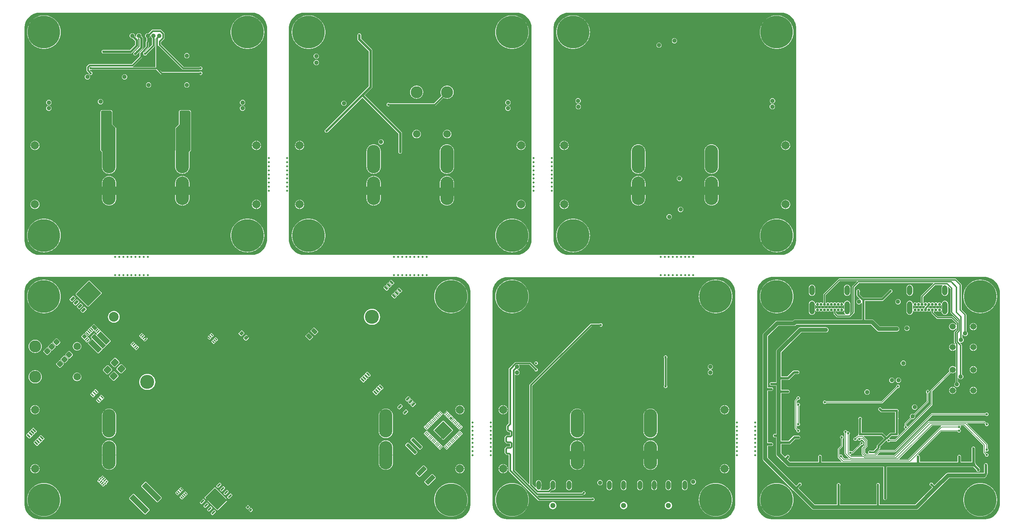
<source format=gbl>
%FSLAX25Y25*%
%MOIN*%
%SFA1B1*%

%IPPOS*%
%AMD58*
4,1,8,0.019700,-0.007800,0.007900,-0.019600,-0.007800,-0.019600,-0.019600,-0.007800,-0.019600,0.007900,-0.007800,0.019700,0.007900,0.019700,0.019700,0.007900,0.019700,-0.007800,0.0*
%
%AMD61*
4,1,8,0.000000,-0.049200,0.000000,-0.049200,0.025600,-0.023600,0.025600,0.023600,0.000000,0.049200,0.000000,0.049200,-0.025600,0.023600,-0.025600,-0.023600,0.000000,-0.049200,0.0*
1,1,0.051180,0.000000,-0.023600*
1,1,0.051180,0.000000,-0.023600*
1,1,0.051180,0.000000,0.023600*
1,1,0.051180,0.000000,0.023600*
%
%AMD63*
4,1,8,-0.000100,0.022100,-0.022100,0.000100,-0.022100,-0.004300,-0.004300,-0.022100,0.000100,-0.022100,0.022100,-0.000100,0.022100,0.004300,0.004300,0.022100,-0.000100,0.022100,0.0*
1,1,0.006300,0.002100,0.019900*
1,1,0.006300,-0.019900,-0.002100*
1,1,0.006300,-0.002100,-0.019900*
1,1,0.006300,0.019900,0.002100*
%
%AMD64*
4,1,8,0.006400,0.019000,-0.019000,-0.006400,-0.019000,-0.010300,-0.010300,-0.019000,-0.006400,-0.019000,0.019000,0.006400,0.019000,0.010300,0.010300,0.019000,0.006400,0.019000,0.0*
1,1,0.005320,0.008300,0.017100*
1,1,0.005320,-0.017100,-0.008300*
1,1,0.005320,-0.008300,-0.017100*
1,1,0.005320,0.017100,0.008300*
%
%AMD65*
4,1,8,-0.016300,0.103400,-0.103400,0.016300,-0.103400,0.008800,0.008800,-0.103400,0.016300,-0.103400,0.103400,-0.016300,0.103400,-0.008800,-0.008800,0.103400,-0.016300,0.103400,0.0*
1,1,0.010700,-0.012500,0.099600*
1,1,0.010700,-0.099600,0.012500*
1,1,0.010700,0.012500,-0.099600*
1,1,0.010700,0.099600,-0.012500*
%
%AMD98*
4,1,8,0.007900,0.019700,0.019700,0.007900,0.019700,-0.007800,0.007900,-0.019600,-0.007800,-0.019600,-0.019600,-0.007800,-0.019600,0.007900,-0.007800,0.019700,0.007900,0.019700,0.0*
%
%AMD99*
4,1,8,-0.007800,-0.019600,-0.019600,-0.007800,-0.019600,0.007900,-0.007800,0.019700,0.007900,0.019700,0.019700,0.007900,0.019700,-0.007800,0.007900,-0.019600,-0.007800,-0.019600,0.0*
%
%AMD101*
4,1,8,0.025600,-0.037400,0.025600,0.037400,0.000000,0.063000,0.000000,0.063000,-0.025600,0.037400,-0.025600,-0.037400,0.000000,-0.063000,0.000000,-0.063000,0.025600,-0.037400,0.0*
1,1,0.051180,0.000000,-0.037400*
1,1,0.051180,0.000000,0.037400*
1,1,0.051180,0.000000,0.037400*
1,1,0.051180,0.000000,-0.037400*
%
%AMD103*
4,1,8,0.000000,-0.031500,0.000000,-0.031500,0.013800,-0.017700,0.013800,0.017700,0.000000,0.031500,0.000000,0.031500,-0.013800,0.017700,-0.013800,-0.017700,0.000000,-0.031500,0.0*
1,1,0.027560,0.000000,-0.017700*
1,1,0.027560,0.000000,-0.017700*
1,1,0.027560,0.000000,0.017700*
1,1,0.027560,0.000000,0.017700*
%
%AMD106*
4,1,8,0.017000,0.048900,-0.048900,-0.017000,-0.049000,-0.023400,-0.023400,-0.049000,-0.017000,-0.048900,0.048900,0.017000,0.049000,0.023400,0.023400,0.049000,0.017000,0.048900,0.0*
1,1,0.009060,0.020200,0.045700*
1,1,0.009060,-0.045700,-0.020200*
1,1,0.009060,-0.020200,-0.045700*
1,1,0.009060,0.045700,0.020200*
%
%AMD107*
4,1,8,-0.014100,0.008600,0.008600,-0.014100,0.010200,-0.014100,0.014100,-0.010200,0.014100,-0.008600,-0.008600,0.014100,-0.010200,0.014100,-0.014100,0.010200,-0.014100,0.008600,0.0*
1,1,0.002360,-0.013300,0.009300*
1,1,0.002360,0.009300,-0.013300*
1,1,0.002360,0.013300,-0.009300*
1,1,0.002360,-0.009300,0.013300*
%
%AMD108*
4,1,8,-0.014100,-0.010200,-0.010200,-0.014100,-0.008600,-0.014100,0.014100,0.008600,0.014100,0.010200,0.010200,0.014100,0.008600,0.014100,-0.014100,-0.008600,-0.014100,-0.010200,0.0*
1,1,0.002360,-0.013300,-0.009300*
1,1,0.002360,-0.009300,-0.013300*
1,1,0.002360,0.013300,0.009300*
1,1,0.002360,0.009300,0.013300*
%
%AMD109*
4,1,8,-0.086800,-0.002300,-0.002300,-0.086800,0.002300,-0.086800,0.086800,-0.002300,0.086800,0.002300,0.002300,0.086800,-0.002300,0.086800,-0.086800,0.002300,-0.086800,-0.002300,0.0*
1,1,0.006300,-0.084600,0.000000*
1,1,0.006300,0.000000,-0.084600*
1,1,0.006300,0.084600,0.000000*
1,1,0.006300,0.000000,0.084600*
%
%AMD110*
4,1,8,-0.036900,-0.007600,-0.007600,-0.036900,0.004900,-0.036800,0.036800,-0.004900,0.036900,0.007600,0.007600,0.036900,-0.004900,0.036800,-0.036800,0.004900,-0.036900,-0.007600,0.0*
1,1,0.017720,-0.030600,-0.001300*
1,1,0.017720,-0.001300,-0.030600*
1,1,0.017720,0.030600,0.001300*
1,1,0.017720,0.001300,0.030600*
%
%AMD111*
4,1,8,0.060700,-0.092500,0.092500,-0.060700,0.092400,-0.052700,-0.052700,0.092400,-0.060700,0.092500,-0.092500,0.060700,-0.092400,0.052700,0.052700,-0.092400,0.060700,-0.092500,0.0*
1,1,0.011260,0.056600,-0.088500*
1,1,0.011260,0.088500,-0.056600*
1,1,0.011260,-0.056600,0.088500*
1,1,0.011260,-0.088500,0.056600*
%
%AMD112*
4,1,8,0.035500,-0.053600,0.053600,-0.035500,0.053500,-0.031000,-0.031000,0.053500,-0.035500,0.053600,-0.053600,0.035500,-0.053500,0.031000,0.031000,-0.053500,0.035500,-0.053600,0.0*
1,1,0.006380,0.033200,-0.051300*
1,1,0.006380,0.051300,-0.033200*
1,1,0.006380,-0.033200,0.051300*
1,1,0.006380,-0.051300,0.033200*
%
%AMD113*
4,1,8,0.000000,-0.013900,0.013900,0.000000,0.013900,0.002800,0.002800,0.013900,0.000000,0.013900,-0.013900,0.000000,-0.013900,-0.002800,-0.002800,-0.013900,0.000000,-0.013900,0.0*
1,1,0.003940,-0.001300,-0.012500*
1,1,0.003940,0.012500,0.001300*
1,1,0.003940,0.001300,0.012500*
1,1,0.003940,-0.012500,-0.001300*
%
%AMD114*
4,1,8,-0.029900,0.002100,0.002100,-0.029900,0.007700,-0.029900,0.029900,-0.007700,0.029900,-0.002100,-0.002100,0.029900,-0.007700,0.029900,-0.029900,0.007700,-0.029900,0.002100,0.0*
1,1,0.007880,-0.027100,0.004900*
1,1,0.007880,0.004900,-0.027100*
1,1,0.007880,0.027100,-0.004900*
1,1,0.007880,-0.004900,0.027100*
%
%AMD115*
4,1,8,-0.030100,-0.003300,-0.003300,-0.030100,0.003300,-0.030100,0.030100,-0.003300,0.030100,0.003300,0.003300,0.030100,-0.003300,0.030100,-0.030100,0.003300,-0.030100,-0.003300,0.0*
1,1,0.009440,-0.026700,0.000000*
1,1,0.009440,0.000000,-0.026700*
1,1,0.009440,0.026700,0.000000*
1,1,0.009440,0.000000,0.026700*
%
%AMD116*
4,1,8,-0.119500,-0.008500,-0.008500,-0.119500,-0.002600,-0.119600,0.119600,0.002600,0.119500,0.008500,0.008500,0.119500,0.002600,0.119600,-0.119600,-0.002600,-0.119500,-0.008500,0.0*
1,1,0.008260,-0.116600,-0.005600*
1,1,0.008260,-0.005600,-0.116600*
1,1,0.008260,0.116600,0.005600*
1,1,0.008260,0.005600,0.116600*
%
%AMD117*
4,1,8,0.004300,0.023800,-0.023800,-0.004300,-0.023800,-0.008200,-0.008200,-0.023800,-0.004300,-0.023800,0.023800,0.004300,0.023800,0.008200,0.008200,0.023800,0.004300,0.023800,0.0*
1,1,0.005520,0.006300,0.021800*
1,1,0.005520,-0.021800,-0.006300*
1,1,0.005520,-0.006300,-0.021800*
1,1,0.005520,0.021800,0.006300*
%
%AMD118*
4,1,8,0.012000,-0.003600,-0.003600,0.012000,-0.006200,0.012000,-0.012000,0.006200,-0.012000,0.003600,0.003600,-0.012000,0.006200,-0.012000,0.012000,-0.006200,0.012000,-0.003600,0.0*
1,1,0.003540,0.010700,-0.004900*
1,1,0.003540,-0.004900,0.010700*
1,1,0.003540,-0.010700,0.004900*
1,1,0.003540,0.004900,-0.010700*
%
%AMD119*
4,1,8,0.013600,0.006900,0.006900,0.013600,0.005200,0.013600,-0.013600,-0.005200,-0.013600,-0.006900,-0.006900,-0.013600,-0.005200,-0.013600,0.013600,0.005200,0.013600,0.006900,0.0*
1,1,0.002400,0.012800,0.006000*
1,1,0.002400,0.006000,0.012800*
1,1,0.002400,-0.012800,-0.006000*
1,1,0.002400,-0.006000,-0.012800*
%
%AMD120*
4,1,8,-0.001600,-0.010100,0.010100,0.001600,0.010100,0.003300,0.003300,0.010100,0.001600,0.010100,-0.010100,-0.001600,-0.010100,-0.003300,-0.003300,-0.010100,-0.001600,-0.010100,0.0*
1,1,0.002400,-0.002500,-0.009300*
1,1,0.002400,0.009300,0.002500*
1,1,0.002400,0.002500,0.009300*
1,1,0.002400,-0.009300,-0.002500*
%
%AMD121*
4,1,8,-0.003000,0.009800,-0.009800,0.003000,-0.009800,0.001300,0.001300,-0.009800,0.003000,-0.009800,0.009800,-0.003000,0.009800,-0.001300,-0.001300,0.009800,-0.003000,0.009800,0.0*
1,1,0.002400,-0.002100,0.008900*
1,1,0.002400,-0.008900,0.002100*
1,1,0.002400,0.002100,-0.008900*
1,1,0.002400,0.008900,-0.002100*
%
%AMD122*
4,1,8,-0.019700,0.004200,0.004200,-0.019700,0.007300,-0.019700,0.019700,-0.007300,0.019700,-0.004200,-0.004200,0.019700,-0.007300,0.019700,-0.019700,0.007300,-0.019700,0.004200,0.0*
1,1,0.004400,-0.018200,0.005700*
1,1,0.004400,0.005700,-0.018200*
1,1,0.004400,0.018200,-0.005700*
1,1,0.004400,-0.005700,0.018200*
%
%AMD123*
4,1,8,-0.004200,-0.019700,0.019700,0.004200,0.019700,0.007300,0.007300,0.019700,0.004200,0.019700,-0.019700,-0.004200,-0.019700,-0.007300,-0.007300,-0.019700,-0.004200,-0.019700,0.0*
1,1,0.004400,-0.005700,-0.018200*
1,1,0.004400,0.018200,0.005700*
1,1,0.004400,0.005700,0.018200*
1,1,0.004400,-0.018200,-0.005700*
%
%AMD124*
4,1,8,-0.014000,-0.008200,-0.008200,-0.014000,-0.005700,-0.014100,0.014100,0.005700,0.014000,0.008200,0.008200,0.014000,0.005700,0.014100,-0.014100,-0.005700,-0.014000,-0.008200,0.0*
1,1,0.003540,-0.012800,-0.007000*
1,1,0.003540,-0.007000,-0.012800*
1,1,0.003540,0.012800,0.007000*
1,1,0.003540,0.007000,0.012800*
%
%AMD125*
4,1,8,-0.019700,0.007100,0.007100,-0.019700,0.009600,-0.019700,0.019700,-0.009600,0.019700,-0.007100,-0.007100,0.019700,-0.009600,0.019700,-0.019700,0.009600,-0.019700,0.007100,0.0*
1,1,0.003540,-0.018400,0.008300*
1,1,0.003540,0.008300,-0.018400*
1,1,0.003540,0.018400,-0.008300*
1,1,0.003540,-0.008300,0.018400*
%
%AMD126*
4,1,8,-0.015800,0.006000,0.006000,-0.015800,0.007900,-0.015700,0.015700,-0.007900,0.015800,-0.006000,-0.006000,0.015800,-0.007900,0.015700,-0.015700,0.007900,-0.015800,0.006000,0.0*
1,1,0.002760,-0.014800,0.007000*
1,1,0.002760,0.007000,-0.014800*
1,1,0.002760,0.014800,-0.007000*
1,1,0.002760,-0.007000,0.014800*
%
%AMD127*
4,1,8,0.064800,-0.026000,-0.026000,0.064800,-0.029800,0.064800,-0.064800,0.029800,-0.064800,0.026000,0.026000,-0.064800,0.029800,-0.064800,0.064800,-0.029800,0.064800,-0.026000,0.0*
1,1,0.005500,0.062900,-0.027900*
1,1,0.005500,-0.027900,0.062900*
1,1,0.005500,-0.062900,0.027900*
1,1,0.005500,0.027900,-0.062900*
%
%AMD128*
4,1,8,0.069500,-0.038800,-0.038800,0.069500,-0.041900,0.069400,-0.069400,0.041900,-0.069500,0.038800,0.038800,-0.069500,0.041900,-0.069400,0.069400,-0.041900,0.069500,-0.038800,0.0*
1,1,0.004340,0.068000,-0.040400*
1,1,0.004340,-0.040400,0.068000*
1,1,0.004340,-0.068000,0.040400*
1,1,0.004340,0.040400,-0.068000*
%
%AMD129*
4,1,8,0.064100,-0.025200,-0.025200,0.064100,-0.029100,0.064100,-0.064100,0.029100,-0.064100,0.025200,0.025200,-0.064100,0.029100,-0.064100,0.064100,-0.029100,0.064100,-0.025200,0.0*
1,1,0.005500,0.062200,-0.027200*
1,1,0.005500,-0.027200,0.062200*
1,1,0.005500,-0.062200,0.027200*
1,1,0.005500,0.027200,-0.062200*
%
%AMD130*
4,1,8,-0.009100,0.015900,-0.015900,0.009100,-0.015900,0.006200,0.006200,-0.015900,0.009100,-0.015900,0.015900,-0.009100,0.015900,-0.006200,-0.006200,0.015900,-0.009100,0.015900,0.0*
1,1,0.004140,-0.007600,0.014400*
1,1,0.004140,-0.014400,0.007600*
1,1,0.004140,0.007600,-0.014400*
1,1,0.004140,0.014400,-0.007600*
%
%AMD131*
4,1,8,-0.015900,-0.009100,-0.009100,-0.015900,-0.006200,-0.015900,0.015900,0.006200,0.015900,0.009100,0.009100,0.015900,0.006200,0.015900,-0.015900,-0.006200,-0.015900,-0.009100,0.0*
1,1,0.004140,-0.014400,-0.007600*
1,1,0.004140,-0.007600,-0.014400*
1,1,0.004140,0.014400,0.007600*
1,1,0.004140,0.007600,0.014400*
%
%AMD132*
4,1,8,0.022700,0.003700,0.003700,0.022700,-0.001000,0.022600,-0.022600,0.001000,-0.022700,-0.003700,-0.003700,-0.022700,0.001000,-0.022600,0.022600,-0.001000,0.022700,0.003700,0.0*
1,1,0.006700,0.020300,0.001300*
1,1,0.006700,0.001300,0.020300*
1,1,0.006700,-0.020300,-0.001300*
1,1,0.006700,-0.001300,-0.020300*
%
%AMD133*
4,1,8,0.026200,-0.002500,-0.002500,0.026200,-0.007200,0.026200,-0.026200,0.007200,-0.026200,0.002500,0.002500,-0.026200,0.007200,-0.026200,0.026200,-0.007200,0.026200,-0.002500,0.0*
1,1,0.006700,0.023800,-0.004900*
1,1,0.006700,-0.004900,0.023800*
1,1,0.006700,-0.023800,0.004900*
1,1,0.006700,0.004900,-0.023800*
%
%ADD12C,0.039370*%
%ADD30C,0.019680*%
%ADD31C,0.023620*%
%ADD32C,0.011810*%
%ADD33C,0.015750*%
%ADD36C,0.007870*%
%ADD40R,0.141730X0.078740*%
%ADD58D58*%
G04~CAMADD=61~8~0.0~0.0~511.8~984.3~255.9~0.0~15~0.0~0.0~0.0~0.0~0~0.0~0.0~0.0~0.0~0~0.0~0.0~0.0~180.0~512.0~983.0*
%ADD61D61*%
G04~CAMADD=63~8~0.0~0.0~374.0~315.0~31.5~0.0~15~0.0~0.0~0.0~0.0~0~0.0~0.0~0.0~0.0~0~0.0~0.0~0.0~45.0~460.0~462.0*
%ADD63D63*%
G04~CAMADD=64~8~0.0~0.0~413.4~177.2~26.6~0.0~15~0.0~0.0~0.0~0.0~0~0.0~0.0~0.0~0.0~0~0.0~0.0~0.0~45.0~396.0~396.0*
%ADD64D64*%
G04~CAMADD=65~8~0.0~0.0~1338.6~1692.9~53.5~0.0~15~0.0~0.0~0.0~0.0~0~0.0~0.0~0.0~0.0~0~0.0~0.0~0.0~45.0~2100.0~2099.0*
%ADD65D65*%
%ADD66C,0.015000*%
%ADD88C,0.019680*%
%ADD89C,0.078740*%
%ADD90C,0.116930*%
%ADD91C,0.072050*%
%ADD92C,0.135830*%
%ADD93C,0.094090*%
%ADD94O,0.127950X0.275590*%
%ADD95C,0.314960*%
%ADD96C,0.023620*%
%ADD97C,0.055120*%
%ADD98D98*%
%ADD99D99*%
%ADD100C,0.059060*%
G04~CAMADD=101~8~0.0~0.0~1259.8~511.8~255.9~0.0~15~0.0~0.0~0.0~0.0~0~0.0~0.0~0.0~0.0~0~0.0~0.0~0.0~270.0~512.0~1259.0*
%ADD101D101*%
%ADD102C,0.027560*%
G04~CAMADD=103~8~0.0~0.0~275.6~629.9~137.8~0.0~15~0.0~0.0~0.0~0.0~0~0.0~0.0~0.0~0.0~0~0.0~0.0~0.0~180.0~276.0~629.0*
%ADD103D103*%
%ADD104O,0.043620X0.087240*%
%ADD105C,0.051180*%
G04~CAMADD=106~8~0.0~0.0~1023.6~452.8~45.3~0.0~15~0.0~0.0~0.0~0.0~0~0.0~0.0~0.0~0.0~0~0.0~0.0~0.0~45.0~1007.0~1006.0*
%ADD106D106*%
G04~CAMADD=107~8~0.0~0.0~344.5~78.7~11.8~0.0~15~0.0~0.0~0.0~0.0~0~0.0~0.0~0.0~0.0~0~0.0~0.0~0.0~135.0~290.0~289.0*
%ADD107D107*%
G04~CAMADD=108~8~0.0~0.0~78.7~344.5~11.8~0.0~15~0.0~0.0~0.0~0.0~0~0.0~0.0~0.0~0.0~0~0.0~0.0~0.0~135.0~290.0~289.0*
%ADD108D108*%
G04~CAMADD=109~8~0.0~0.0~1259.8~1259.8~31.5~0.0~15~0.0~0.0~0.0~0.0~0~0.0~0.0~0.0~0.0~0~0.0~0.0~0.0~135.0~1756.0~1756.0*
%ADD109D109*%
G04~CAMADD=110~8~0.0~0.0~590.6~629.9~88.6~0.0~15~0.0~0.0~0.0~0.0~0~0.0~0.0~0.0~0.0~0~0.0~0.0~0.0~135.0~790.0~789.0*
%ADD110D110*%
G04~CAMADD=111~8~0.0~0.0~563.0~2165.4~56.3~0.0~15~0.0~0.0~0.0~0.0~0~0.0~0.0~0.0~0.0~0~0.0~0.0~0.0~225.0~1883.0~1881.0*
%ADD111D111*%
G04~CAMADD=112~8~0.0~0.0~318.9~1259.8~31.9~0.0~15~0.0~0.0~0.0~0.0~0~0.0~0.0~0.0~0.0~0~0.0~0.0~0.0~225.0~1091.0~1089.0*
%ADD112D112*%
G04~CAMADD=113~8~0.0~0.0~236.2~196.8~19.7~0.0~15~0.0~0.0~0.0~0.0~0~0.0~0.0~0.0~0.0~0~0.0~0.0~0.0~225.0~290.0~290.0*
%ADD113D113*%
G04~CAMADD=114~8~0.0~0.0~531.5~393.7~39.4~0.0~15~0.0~0.0~0.0~0.0~0~0.0~0.0~0.0~0.0~0~0.0~0.0~0.0~135.0~620.0~620.0*
%ADD114D114*%
G04~CAMADD=115~8~0.0~0.0~472.4~472.4~47.2~0.0~15~0.0~0.0~0.0~0.0~0~0.0~0.0~0.0~0.0~0~0.0~0.0~0.0~135.0~628.0~628.0*
%ADD115D115*%
G04~CAMADD=116~8~0.0~0.0~1653.5~1811.0~41.3~0.0~15~0.0~0.0~0.0~0.0~0~0.0~0.0~0.0~0.0~0~0.0~0.0~0.0~135.0~2416.0~2416.0*
%ADD116D116*%
G04~CAMADD=117~8~0.0~0.0~452.8~275.6~27.6~0.0~15~0.0~0.0~0.0~0.0~0~0.0~0.0~0.0~0.0~0~0.0~0.0~0.0~45.0~492.0~492.0*
%ADD117D117*%
G04~CAMADD=118~8~0.0~0.0~255.9~118.1~17.7~0.0~15~0.0~0.0~0.0~0.0~0~0.0~0.0~0.0~0.0~0~0.0~0.0~0.0~315.0~250.0~251.0*
%ADD118D118*%
G04~CAMADD=119~8~0.0~0.0~120.0~290.0~12.0~0.0~15~0.0~0.0~0.0~0.0~0~0.0~0.0~0.0~0.0~0~0.0~0.0~0.0~315.0~280.0~279.0*
%ADD119D119*%
G04~CAMADD=120~8~0.0~0.0~190.0~120.0~12.0~0.0~15~0.0~0.0~0.0~0.0~0~0.0~0.0~0.0~0.0~0~0.0~0.0~0.0~225.0~210.0~209.0*
%ADD120D120*%
G04~CAMADD=121~8~0.0~0.0~120.0~180.0~12.0~0.0~15~0.0~0.0~0.0~0.0~0~0.0~0.0~0.0~0.0~0~0.0~0.0~0.0~45.0~202.0~201.0*
%ADD121D121*%
G04~CAMADD=122~8~0.0~0.0~382.8~219.7~22.0~0.0~15~0.0~0.0~0.0~0.0~0~0.0~0.0~0.0~0.0~0~0.0~0.0~0.0~135.0~408.0~407.0*
%ADD122D122*%
G04~CAMADD=123~8~0.0~0.0~382.8~219.7~22.0~0.0~15~0.0~0.0~0.0~0.0~0~0.0~0.0~0.0~0.0~0~0.0~0.0~0.0~225.0~407.0~408.0*
%ADD123D123*%
G04~CAMADD=124~8~0.0~0.0~118.1~315.0~17.7~0.0~15~0.0~0.0~0.0~0.0~0~0.0~0.0~0.0~0.0~0~0.0~0.0~0.0~135.0~292.0~291.0*
%ADD124D124*%
G04~CAMADD=125~8~0.0~0.0~413.4~177.2~17.7~0.0~15~0.0~0.0~0.0~0.0~0~0.0~0.0~0.0~0.0~0~0.0~0.0~0.0~135.0~404.0~403.0*
%ADD125D125*%
G04~CAMADD=126~8~0.0~0.0~334.7~137.8~13.8~0.0~15~0.0~0.0~0.0~0.0~0~0.0~0.0~0.0~0.0~0~0.0~0.0~0.0~135.0~322.0~323.0*
%ADD126D126*%
G04~CAMADD=127~8~0.0~0.0~1338.6~549.2~27.5~0.0~15~0.0~0.0~0.0~0.0~0~0.0~0.0~0.0~0.0~0~0.0~0.0~0.0~315.0~1312.0~1311.0*
%ADD127D127*%
G04~CAMADD=128~8~0.0~0.0~1574.8~433.1~21.7~0.0~15~0.0~0.0~0.0~0.0~0~0.0~0.0~0.0~0.0~0~0.0~0.0~0.0~315.0~1402.0~1402.0*
%ADD128D128*%
G04~CAMADD=129~8~0.0~0.0~1318.9~549.2~27.5~0.0~15~0.0~0.0~0.0~0.0~0~0.0~0.0~0.0~0.0~0~0.0~0.0~0.0~315.0~1298.0~1297.0*
%ADD129D129*%
G04~CAMADD=130~8~0.0~0.0~137.8~354.3~20.7~0.0~15~0.0~0.0~0.0~0.0~0~0.0~0.0~0.0~0.0~0~0.0~0.0~0.0~45.0~331.0~330.0*
%ADD130D130*%
G04~CAMADD=131~8~0.0~0.0~137.8~354.3~20.7~0.0~15~0.0~0.0~0.0~0.0~0~0.0~0.0~0.0~0.0~0~0.0~0.0~0.0~135.0~330.0~331.0*
%ADD131D131*%
G04~CAMADD=132~8~0.0~0.0~334.7~374.0~33.5~0.0~15~0.0~0.0~0.0~0.0~0~0.0~0.0~0.0~0.0~0~0.0~0.0~0.0~315.0~474.0~473.0*
%ADD132D132*%
G04~CAMADD=133~8~0.0~0.0~472.4~334.7~33.5~0.0~15~0.0~0.0~0.0~0.0~0~0.0~0.0~0.0~0.0~0~0.0~0.0~0.0~315.0~544.0~544.0*
%ADD133D133*%
%LNpanel-1*%
%LPD*%
G36*
X575731Y589755D02*
X577725Y589493D01*
X579617Y588986*
X581427Y588236*
X583124Y587256*
X584678Y586064*
X586064Y584678*
X587256Y583124*
X588236Y581427*
X588986Y579617*
X589493Y577725*
X589748Y575783*
Y574803*
Y370079*
Y369099*
X589493Y367157*
X588986Y365265*
X588236Y363454*
X587256Y361758*
X586064Y360204*
X584678Y358818*
X583124Y357626*
X581427Y356646*
X579617Y355896*
X577725Y355389*
X575783Y355134*
X369099*
X367157Y355389*
X365265Y355896*
X363454Y356646*
X361758Y357626*
X360204Y358818*
X358818Y360204*
X357626Y361758*
X356646Y363454*
X355896Y365265*
X355389Y367157*
X355134Y369099*
Y370079*
Y574803*
Y575783*
X355389Y577725*
X355896Y579617*
X356646Y581427*
X357626Y583124*
X358818Y584678*
X360204Y586064*
X361758Y587256*
X363454Y588236*
X365265Y588986*
X367157Y589493*
X369151Y589755*
X369176Y589764*
X575705*
X575731Y589755*
G37*
G36*
X831636D02*
X833631Y589493D01*
X835523Y588986*
X837333Y588236*
X839030Y587256*
X840584Y586064*
X841969Y584678*
X843162Y583124*
X844141Y581427*
X844891Y579617*
X845398Y577725*
X845654Y575783*
Y574803*
Y370079*
Y369099*
X845398Y367157*
X844891Y365265*
X844141Y363454*
X843162Y361758*
X841969Y360204*
X840584Y358818*
X839030Y357626*
X837333Y356646*
X835523Y355896*
X833631Y355389*
X831688Y355134*
X625005*
X623062Y355389*
X621170Y355896*
X619360Y356646*
X617663Y357626*
X616109Y358818*
X614724Y360204*
X613531Y361758*
X612551Y363454*
X611802Y365265*
X611295Y367157*
X611039Y369099*
Y370079*
Y574803*
Y575783*
X611295Y577725*
X611802Y579617*
X612551Y581427*
X613531Y583124*
X614724Y584678*
X616109Y586064*
X617663Y587256*
X619360Y588236*
X621170Y588986*
X623062Y589493*
X625057Y589755*
X625082Y589764*
X831611*
X831636Y589755*
G37*
G36*
X319825D02*
X321820Y589493D01*
X323712Y588986*
X325522Y588236*
X327219Y587256*
X328773Y586064*
X330158Y584678*
X331351Y583124*
X332330Y581427*
X333080Y579617*
X333587Y577725*
X333843Y575783*
Y574803*
Y370079*
Y369099*
X333587Y367157*
X333080Y365265*
X332330Y363454*
X331351Y361758*
X330158Y360204*
X328773Y358818*
X327219Y357626*
X325522Y356646*
X323712Y355896*
X321820Y355389*
X319877Y355134*
X113194*
X111251Y355389*
X109359Y355896*
X107549Y356646*
X105852Y357626*
X104298Y358818*
X102913Y360204*
X101720Y361758*
X100741Y363454*
X99991Y365265*
X99484Y367157*
X99228Y369099*
Y370079*
Y574803*
Y575783*
X99484Y577725*
X99991Y579617*
X100741Y581427*
X101720Y583124*
X102913Y584678*
X104298Y586064*
X105852Y587256*
X107549Y588236*
X109359Y588986*
X111251Y589493*
X113246Y589755*
X113271Y589764*
X319800*
X319825Y589755*
G37*
G36*
X518670Y333587D02*
X520562Y333080D01*
X522372Y332330*
X524069Y331351*
X525623Y330158*
X527009Y328773*
X528201Y327219*
X529181Y325522*
X529930Y323712*
X530438Y321820*
X530693Y319877*
Y318898*
Y114173*
Y113194*
X530438Y111251*
X529930Y109359*
X529181Y107549*
X528201Y105852*
X527009Y104298*
X525623Y102913*
X524069Y101720*
X522372Y100741*
X520562Y99991*
X518670Y99484*
X516728Y99228*
X113194*
X111251Y99484*
X109359Y99991*
X107549Y100741*
X105852Y101720*
X104298Y102913*
X102913Y104298*
X101720Y105852*
X100741Y107549*
X99991Y109359*
X99484Y111251*
X99228Y113194*
Y114173*
Y318898*
Y319877*
X99484Y321820*
X99991Y323712*
X100741Y325522*
X101720Y327219*
X102913Y328773*
X104298Y330158*
X105852Y331351*
X107549Y332330*
X109359Y333080*
X111251Y333587*
X113194Y333843*
X516728*
X518670Y333587*
G37*
G36*
X1030481D02*
X1032373Y333080D01*
X1034183Y332330*
X1035880Y331351*
X1037434Y330158*
X1038820Y328773*
X1040012Y327219*
X1040992Y325522*
X1041741Y323712*
X1042249Y321820*
X1042504Y319877*
Y318898*
Y114173*
Y113194*
X1042249Y111251*
X1041741Y109359*
X1040992Y107549*
X1040012Y105852*
X1038820Y104298*
X1037434Y102913*
X1035880Y101720*
X1034183Y100741*
X1032373Y99991*
X1030481Y99484*
X1028539Y99228*
X821855*
X819913Y99484*
X818020Y99991*
X816210Y100741*
X814514Y101720*
X812959Y102913*
X811574Y104298*
X810381Y105852*
X809402Y107549*
X808652Y109359*
X808145Y111251*
X807889Y113194*
Y114173*
Y318898*
Y319877*
X808145Y321820*
X808652Y323712*
X809402Y325522*
X810382Y327219*
X811574Y328773*
X812959Y330158*
X814514Y331351*
X816210Y332330*
X818020Y333080*
X819913Y333587*
X821855Y333843*
X1028539*
X1030481Y333587*
G37*
G36*
X774576D02*
X776468Y333080D01*
X778278Y332330*
X779975Y331351*
X781529Y330158*
X782914Y328773*
X784107Y327219*
X785086Y325522*
X785836Y323712*
X786343Y321820*
X786599Y319877*
Y318898*
Y114173*
Y113194*
X786343Y111251*
X785836Y109359*
X785086Y107549*
X784107Y105852*
X782914Y104298*
X781529Y102913*
X779975Y101720*
X778278Y100741*
X776468Y99991*
X774576Y99484*
X772633Y99228*
X565949*
X564007Y99484*
X562115Y99991*
X560305Y100741*
X558608Y101720*
X557054Y102913*
X555669Y104298*
X554476Y105852*
X553496Y107549*
X552747Y109359*
X552240Y111251*
X551984Y113194*
Y114173*
Y318898*
Y319877*
X552240Y321820*
X552747Y323712*
X553496Y325522*
X554476Y327219*
X555669Y328773*
X557054Y330158*
X558608Y331351*
X560305Y332330*
X562115Y333080*
X564007Y333587*
X564728Y333682*
X773855*
X774576Y333587*
G37*
%LNpanel-2*%
%LPC*%
G36*
X571221Y587114D02*
X570512D01*
X569803Y587083*
X569097Y587021*
X568394Y586929*
X567696Y586806*
X567003Y586652*
X566318Y586469*
X565642Y586256*
X564976Y586013*
X564321Y585742*
X563678Y585442*
X563049Y585115*
X562435Y584760*
X561837Y584379*
X561256Y583972*
X560694Y583541*
X560150Y583085*
X559628Y582606*
X559126Y582105*
X558647Y581582*
X558191Y581039*
X557760Y580476*
X557353Y579895*
X556972Y579297*
X556618Y578683*
X556290Y578054*
X555991Y577412*
X555719Y576756*
X555477Y576090*
X555264Y575414*
X555080Y574729*
X554926Y574037*
X554803Y573339*
X554711Y572636*
X554649Y571929*
X554618Y571221*
Y570512*
X554649Y569803*
X554711Y569097*
X554803Y568394*
X554926Y567696*
X555080Y567003*
X555264Y566318*
X555477Y565642*
X555719Y564976*
X555991Y564321*
X556290Y563678*
X556618Y563049*
X556972Y562435*
X557353Y561837*
X557760Y561256*
X558191Y560694*
X558647Y560150*
X559126Y559628*
X559628Y559126*
X560150Y558647*
X560694Y558192*
X561256Y557760*
X561837Y557353*
X562435Y556972*
X563049Y556618*
X563678Y556290*
X564321Y555991*
X564976Y555719*
X565642Y555477*
X566318Y555264*
X567003Y555080*
X567696Y554926*
X568394Y554803*
X569097Y554711*
X569803Y554649*
X570512Y554618*
X571221*
X571929Y554649*
X572635Y554711*
X573338Y554803*
X574037Y554926*
X574729Y555080*
X575414Y555264*
X576090Y555477*
X576756Y555719*
X577412Y555991*
X578054Y556290*
X578683Y556618*
X579297Y556972*
X579895Y557353*
X580476Y557760*
X581039Y558192*
X581582Y558647*
X582104Y559126*
X582606Y559628*
X583085Y560150*
X583541Y560694*
X583972Y561256*
X584379Y561837*
X584760Y562435*
X585115Y563049*
X585442Y563678*
X585742Y564321*
X586013Y564976*
X586256Y565642*
X586469Y566318*
X586652Y567003*
X586806Y567696*
X586929Y568394*
X587021Y569097*
X587083Y569803*
X587114Y570512*
Y571221*
X587083Y571929*
X587021Y572636*
X586929Y573339*
X586806Y574037*
X586652Y574729*
X586469Y575414*
X586256Y576090*
X586013Y576756*
X585742Y577412*
X585442Y578054*
X585115Y578683*
X584760Y579297*
X584379Y579895*
X583972Y580476*
X583541Y581039*
X583085Y581582*
X582606Y582105*
X582104Y582606*
X581582Y583085*
X581039Y583541*
X580476Y583972*
X579895Y584379*
X579297Y584760*
X578683Y585115*
X578054Y585442*
X577412Y585742*
X576756Y586013*
X576090Y586256*
X575414Y586469*
X574729Y586652*
X574037Y586806*
X573338Y586929*
X572635Y587021*
X571929Y587083*
X571221Y587114*
G37*
G36*
X374370D02*
X373661D01*
X372953Y587083*
X372246Y587021*
X371543Y586929*
X370845Y586806*
X370153Y586652*
X369468Y586469*
X368792Y586256*
X368125Y586013*
X367470Y585742*
X366828Y585442*
X366199Y585115*
X365585Y584760*
X364987Y584379*
X364406Y583972*
X363843Y583541*
X363300Y583085*
X362777Y582606*
X362276Y582105*
X361797Y581582*
X361341Y581039*
X360910Y580476*
X360503Y579895*
X360122Y579297*
X359767Y578683*
X359440Y578054*
X359140Y577412*
X358869Y576756*
X358626Y576090*
X358413Y575414*
X358230Y574729*
X358076Y574037*
X357953Y573339*
X357860Y572636*
X357799Y571929*
X357768Y571221*
Y570512*
X357799Y569803*
X357860Y569097*
X357953Y568394*
X358076Y567696*
X358230Y567003*
X358413Y566318*
X358626Y565642*
X358869Y564976*
X359140Y564321*
X359440Y563678*
X359767Y563049*
X360122Y562435*
X360503Y561837*
X360910Y561256*
X361341Y560694*
X361797Y560150*
X362276Y559628*
X362777Y559126*
X363300Y558647*
X363843Y558192*
X364406Y557760*
X364987Y557353*
X365585Y556972*
X366199Y556618*
X366828Y556290*
X367470Y555991*
X368125Y555719*
X368792Y555477*
X369468Y555264*
X370153Y555080*
X370845Y554926*
X371543Y554803*
X372246Y554711*
X372953Y554649*
X373661Y554618*
X374370*
X375079Y554649*
X375785Y554711*
X376488Y554803*
X377186Y554926*
X377879Y555080*
X378563Y555264*
X379240Y555477*
X379906Y555719*
X380561Y555991*
X381204Y556290*
X381833Y556618*
X382447Y556972*
X383045Y557353*
X383626Y557760*
X384188Y558192*
X384731Y558647*
X385254Y559126*
X385755Y559628*
X386235Y560150*
X386690Y560694*
X387122Y561256*
X387529Y561837*
X387910Y562435*
X388264Y563049*
X388592Y563678*
X388891Y564321*
X389163Y564976*
X389405Y565642*
X389618Y566318*
X389802Y567003*
X389955Y567696*
X390078Y568394*
X390171Y569097*
X390233Y569803*
X390264Y570512*
Y571221*
X390233Y571929*
X390171Y572636*
X390078Y573339*
X389955Y574037*
X389802Y574729*
X389618Y575414*
X389405Y576090*
X389163Y576756*
X388891Y577412*
X388592Y578054*
X388264Y578683*
X387910Y579297*
X387529Y579895*
X387122Y580476*
X386690Y581039*
X386235Y581582*
X385755Y582105*
X385254Y582606*
X384731Y583085*
X384188Y583541*
X383626Y583972*
X383045Y584379*
X382447Y584760*
X381833Y585115*
X381204Y585442*
X380561Y585742*
X379906Y586013*
X379240Y586256*
X378563Y586469*
X377879Y586652*
X377186Y586806*
X376488Y586929*
X375785Y587021*
X375079Y587083*
X374370Y587114*
G37*
G36*
X382283Y550109D02*
X380709D01*
X380611Y550099*
X380516Y550070*
X380430Y550024*
X380353Y549962*
X379172Y548780*
X379110Y548704*
X379063Y548618*
X379035Y548523*
X379025Y548425*
Y546850*
X379035Y546752*
X379063Y546658*
X379110Y546571*
X379172Y546495*
X380353Y545314*
X380430Y545252*
X380516Y545205*
X380611Y545177*
X380709Y545167*
X382283*
X382382Y545177*
X382476Y545205*
X382563Y545252*
X382639Y545314*
X383820Y546495*
X383882Y546571*
X383929Y546658*
X383957Y546752*
X383967Y546850*
Y548425*
X383957Y548523*
X383929Y548618*
X383882Y548704*
X383820Y548780*
X382639Y549962*
X382563Y550024*
X382476Y550070*
X382382Y550099*
X382283Y550109*
G37*
G36*
X382321Y543847D02*
X380746D01*
X380648Y543837*
X380554Y543809*
X380467Y543762*
X380391Y543700*
X379210Y542519*
X379147Y542443*
X379101Y542356*
X379072Y542261*
X379063Y542163*
Y540589*
X379072Y540491*
X379101Y540396*
X379147Y540309*
X379210Y540233*
X380391Y539052*
X380467Y538990*
X380554Y538943*
X380648Y538915*
X380746Y538905*
X382321*
X382419Y538915*
X382513Y538943*
X382600Y538990*
X382676Y539052*
X383857Y540233*
X383920Y540309*
X383966Y540396*
X383995Y540491*
X384004Y540589*
Y542163*
X383995Y542261*
X383966Y542356*
X383920Y542443*
X383857Y542519*
X382676Y543700*
X382600Y543762*
X382513Y543809*
X382419Y543837*
X382321Y543847*
G37*
G36*
X508279Y519142D02*
X507863D01*
X507448Y519115*
X507036Y519060*
X506629Y518979*
X506228Y518872*
X505834Y518738*
X505450Y518579*
X505078Y518395*
X504718Y518188*
X504372Y517957*
X504043Y517704*
X503730Y517430*
X503436Y517136*
X503162Y516824*
X502909Y516494*
X502678Y516148*
X502471Y515789*
X502287Y515416*
X502128Y515032*
X501994Y514639*
X501887Y514237*
X501806Y513830*
X501752Y513418*
X501724Y513003*
Y512587*
X501752Y512173*
X501806Y511761*
X501887Y511353*
X501994Y510952*
X502128Y510559*
X502287Y510175*
X502471Y509802*
X502678Y509442*
X502765Y509313*
X495529Y502078*
X452261*
X452117Y502188*
X451926Y502298*
X451723Y502383*
X451510Y502440*
X451291Y502468*
X451071*
X450852Y502440*
X450640Y502383*
X450436Y502298*
X450245Y502188*
X450070Y502054*
X449915Y501898*
X449780Y501723*
X449670Y501533*
X449586Y501329*
X449529Y501116*
X449500Y500898*
Y500677*
X449529Y500459*
X449586Y500246*
X449670Y500042*
X449780Y499852*
X449915Y499677*
X450070Y499521*
X450245Y499387*
X450436Y499276*
X450640Y499192*
X450852Y499135*
X451071Y499106*
X451291*
X451510Y499135*
X451723Y499192*
X451926Y499276*
X452117Y499387*
X452261Y499497*
X496063*
X496231Y499508*
X496397Y499541*
X496557Y499595*
X496708Y499670*
X496848Y499764*
X496975Y499875*
X504589Y507489*
X504718Y507403*
X505078Y507195*
X505450Y507011*
X505834Y506852*
X506228Y506719*
X506629Y506611*
X507036Y506530*
X507448Y506476*
X507863Y506449*
X508279*
X508693Y506476*
X509105Y506530*
X509513Y506611*
X509914Y506719*
X510308Y506852*
X510691Y507011*
X511064Y507195*
X511424Y507403*
X511769Y507634*
X512099Y507887*
X512412Y508161*
X512705Y508455*
X512979Y508767*
X513232Y509097*
X513463Y509442*
X513671Y509802*
X513855Y510175*
X514014Y510559*
X514147Y510952*
X514255Y511353*
X514336Y511761*
X514390Y512173*
X514417Y512587*
Y513003*
X514390Y513418*
X514336Y513830*
X514255Y514237*
X514147Y514639*
X514014Y515032*
X513855Y515416*
X513671Y515789*
X513463Y516148*
X513232Y516494*
X512979Y516824*
X512705Y517136*
X512412Y517430*
X512099Y517704*
X511769Y517957*
X511424Y518188*
X511064Y518395*
X510691Y518579*
X510308Y518738*
X509914Y518872*
X509513Y518979*
X509105Y519060*
X508693Y519115*
X508279Y519142*
G37*
G36*
X478751D02*
X478336D01*
X477921Y519115*
X477509Y519060*
X477101Y518979*
X476700Y518872*
X476307Y518738*
X475923Y518579*
X475550Y518395*
X475190Y518188*
X474845Y517957*
X474515Y517704*
X474203Y517430*
X473909Y517136*
X473635Y516824*
X473382Y516494*
X473151Y516148*
X472943Y515789*
X472759Y515416*
X472600Y515032*
X472467Y514639*
X472359Y514237*
X472278Y513830*
X472224Y513418*
X472197Y513003*
Y512587*
X472224Y512173*
X472278Y511761*
X472359Y511353*
X472467Y510952*
X472600Y510559*
X472759Y510175*
X472943Y509802*
X473151Y509442*
X473382Y509097*
X473635Y508767*
X473909Y508455*
X474203Y508161*
X474515Y507887*
X474845Y507634*
X475190Y507403*
X475550Y507195*
X475923Y507011*
X476307Y506852*
X476700Y506719*
X477101Y506611*
X477509Y506530*
X477921Y506476*
X478336Y506449*
X478751*
X479166Y506476*
X479578Y506530*
X479985Y506611*
X480386Y506719*
X480780Y506852*
X481164Y507011*
X481537Y507195*
X481896Y507403*
X482242Y507634*
X482572Y507887*
X482884Y508161*
X483178Y508455*
X483452Y508767*
X483705Y509097*
X483936Y509442*
X484143Y509802*
X484327Y510175*
X484486Y510559*
X484620Y510952*
X484727Y511353*
X484808Y511761*
X484863Y512173*
X484890Y512587*
Y513003*
X484863Y513418*
X484808Y513830*
X484727Y514237*
X484620Y514639*
X484486Y515032*
X484327Y515416*
X484143Y515789*
X483936Y516148*
X483705Y516494*
X483452Y516824*
X483178Y517136*
X482884Y517430*
X482572Y517704*
X482242Y517957*
X481896Y518188*
X481537Y518395*
X481164Y518579*
X480780Y518738*
X480386Y518872*
X479985Y518979*
X479578Y519060*
X479166Y519115*
X478751Y519142*
G37*
G36*
X567717Y505227D02*
X566142D01*
X566044Y505217*
X565949Y505189*
X565863Y505142*
X565786Y505080*
X564605Y503899*
X564543Y503823*
X564496Y503736*
X564468Y503641*
X564458Y503543*
Y501968*
X564468Y501870*
X564496Y501776*
X564543Y501689*
X564605Y501613*
X565786Y500432*
X565863Y500370*
X565949Y500323*
X566044Y500295*
X566142Y500285*
X567717*
X567814Y500295*
X567909Y500323*
X567996Y500370*
X568072Y500432*
X569253Y501613*
X569315Y501689*
X569362Y501776*
X569390Y501870*
X569400Y501968*
Y503543*
X569390Y503641*
X569362Y503736*
X569315Y503823*
X569253Y503899*
X568072Y505080*
X567996Y505142*
X567909Y505189*
X567814Y505217*
X567717Y505227*
G37*
G36*
X409055Y504439D02*
X407480D01*
X407382Y504430*
X407288Y504401*
X407201Y504355*
X407125Y504292*
X405944Y503111*
X405881Y503035*
X405835Y502948*
X405806Y502854*
X405797Y502756*
Y501181*
X405806Y501083*
X405835Y500989*
X405881Y500902*
X405944Y500826*
X407125Y499645*
X407201Y499582*
X407288Y499536*
X407382Y499507*
X407480Y499498*
X409055*
X409153Y499507*
X409247Y499536*
X409334Y499582*
X409410Y499645*
X410592Y500826*
X410654Y500902*
X410700Y500989*
X410729Y501083*
X410739Y501181*
Y502756*
X410729Y502854*
X410700Y502948*
X410654Y503035*
X410592Y503111*
X409410Y504292*
X409334Y504355*
X409247Y504401*
X409153Y504430*
X409055Y504439*
G37*
G36*
X567717Y499715D02*
X566142D01*
X566044Y499705*
X565949Y499677*
X565863Y499630*
X565786Y499568*
X564605Y498387*
X564543Y498311*
X564496Y498224*
X564468Y498130*
X564458Y498032*
Y496457*
X564468Y496359*
X564496Y496264*
X564543Y496178*
X564605Y496101*
X565786Y494920*
X565863Y494858*
X565949Y494811*
X566044Y494783*
X566142Y494773*
X567717*
X567814Y494783*
X567909Y494811*
X567996Y494858*
X568072Y494920*
X569253Y496101*
X569315Y496178*
X569362Y496264*
X569390Y496359*
X569400Y496457*
Y498032*
X569390Y498130*
X569362Y498224*
X569315Y498311*
X569253Y498387*
X568072Y499568*
X567996Y499630*
X567909Y499677*
X567814Y499705*
X567717Y499715*
G37*
G36*
X508250Y476346D02*
X507892D01*
X507535Y476315*
X507182Y476253*
X506836Y476160*
X506499Y476038*
X506175Y475886*
X505864Y475707*
X505571Y475502*
X505297Y475272*
X505043Y475018*
X504813Y474744*
X504608Y474450*
X504428Y474140*
X504277Y473815*
X504155Y473479*
X504062Y473133*
X504000Y472780*
X503968Y472423*
Y472065*
X504000Y471708*
X504062Y471355*
X504155Y471009*
X504277Y470673*
X504428Y470348*
X504608Y470038*
X504813Y469744*
X505043Y469470*
X505297Y469217*
X505571Y468986*
X505864Y468781*
X506175Y468602*
X506499Y468450*
X506836Y468328*
X507182Y468235*
X507535Y468173*
X507892Y468142*
X508250*
X508607Y468173*
X508960Y468235*
X509306Y468328*
X509642Y468450*
X509967Y468602*
X510277Y468781*
X510571Y468986*
X510845Y469217*
X511098Y469470*
X511329Y469744*
X511534Y470038*
X511713Y470348*
X511865Y470673*
X511987Y471009*
X512080Y471355*
X512142Y471708*
X512173Y472065*
Y472423*
X512142Y472780*
X512080Y473133*
X511987Y473479*
X511865Y473815*
X511713Y474140*
X511534Y474450*
X511329Y474744*
X511098Y475018*
X510845Y475272*
X510571Y475502*
X510277Y475707*
X509967Y475886*
X509642Y476038*
X509306Y476160*
X508960Y476253*
X508607Y476315*
X508250Y476346*
G37*
G36*
X478722D02*
X478364D01*
X478007Y476315*
X477655Y476253*
X477309Y476160*
X476972Y476038*
X476647Y475886*
X476337Y475707*
X476044Y475502*
X475769Y475272*
X475516Y475018*
X475286Y474744*
X475080Y474450*
X474901Y474140*
X474750Y473815*
X474627Y473479*
X474534Y473133*
X474472Y472780*
X474441Y472423*
Y472065*
X474472Y471708*
X474534Y471355*
X474627Y471009*
X474750Y470673*
X474901Y470348*
X475080Y470038*
X475286Y469744*
X475516Y469470*
X475769Y469217*
X476044Y468986*
X476337Y468781*
X476647Y468602*
X476972Y468450*
X477309Y468328*
X477655Y468235*
X478007Y468173*
X478364Y468142*
X478722*
X479079Y468173*
X479432Y468235*
X479778Y468328*
X480115Y468450*
X480439Y468602*
X480750Y468781*
X481043Y468986*
X481318Y469217*
X481571Y469470*
X481801Y469744*
X482007Y470038*
X482186Y470348*
X482337Y470673*
X482459Y471009*
X482552Y471355*
X482614Y471708*
X482646Y472065*
Y472423*
X482614Y472780*
X482552Y473133*
X482459Y473479*
X482337Y473815*
X482186Y474140*
X482007Y474450*
X481801Y474744*
X481571Y475018*
X481318Y475272*
X481043Y475502*
X480750Y475707*
X480439Y475886*
X480115Y476038*
X479778Y476160*
X479432Y476253*
X479079Y476315*
X478722Y476346*
G37*
G36*
X444882Y467038D02*
X443307D01*
X443209Y467028*
X443115Y467000*
X443028Y466953*
X442952Y466891*
X441771Y465710*
X441708Y465633*
X441662Y465547*
X441633Y465452*
X441623Y465354*
Y463780*
X441633Y463682*
X441662Y463587*
X441708Y463500*
X441771Y463424*
X442952Y462243*
X443028Y462181*
X443115Y462134*
X443209Y462106*
X443307Y462096*
X444882*
X444980Y462106*
X445074Y462134*
X445161Y462181*
X445237Y462243*
X446418Y463424*
X446481Y463500*
X446527Y463587*
X446556Y463682*
X446565Y463780*
Y465354*
X446556Y465452*
X446527Y465547*
X446481Y465633*
X446418Y465710*
X445237Y466891*
X445161Y466953*
X445074Y467000*
X444980Y467028*
X444882Y467038*
G37*
G36*
X365604Y465652D02*
Y461471D01*
X369785*
X369764Y461742*
X369709Y462087*
X369628Y462426*
X369520Y462757*
X369387Y463080*
X369229Y463390*
X369046Y463687*
X368842Y463970*
X368615Y464235*
X368369Y464481*
X368103Y464708*
X367821Y464913*
X367524Y465095*
X367213Y465253*
X366891Y465386*
X366560Y465494*
X366221Y465576*
X365876Y465630*
X365604Y465652*
G37*
G36*
X365104D02*
X364832Y465630D01*
X364488Y465576*
X364149Y465494*
X363817Y465386*
X363495Y465253*
X363185Y465095*
X362887Y464913*
X362605Y464708*
X362340Y464481*
X362094Y464235*
X361867Y463970*
X361662Y463687*
X361480Y463390*
X361322Y463080*
X361188Y462757*
X361081Y462426*
X360999Y462087*
X360945Y461742*
X360923Y461471*
X365104*
Y465652*
G37*
G36*
X579777D02*
Y461471D01*
X583959*
X583937Y461742*
X583883Y462087*
X583801Y462426*
X583694Y462757*
X583560Y463080*
X583402Y463390*
X583220Y463688*
X583015Y463970*
X582788Y464235*
X582542Y464481*
X582277Y464708*
X581994Y464913*
X581697Y465095*
X581387Y465253*
X581065Y465386*
X580733Y465494*
X580394Y465576*
X580050Y465630*
X579777Y465652*
G37*
G36*
X579278D02*
X579006Y465630D01*
X578661Y465576*
X578322Y465494*
X577991Y465386*
X577669Y465253*
X577358Y465095*
X577061Y464913*
X576779Y464708*
X576513Y464481*
X576267Y464235*
X576040Y463970*
X575836Y463688*
X575653Y463390*
X575495Y463080*
X575362Y462757*
X575254Y462426*
X575172Y462087*
X575118Y461742*
X575097Y461471*
X579278*
Y465652*
G37*
G36*
Y460970D02*
X575097D01*
X575118Y460699*
X575172Y460354*
X575254Y460015*
X575362Y459684*
X575495Y459362*
X575653Y459051*
X575836Y458753*
X576040Y458471*
X576267Y458206*
X576513Y457960*
X576779Y457733*
X577061Y457528*
X577358Y457346*
X577669Y457188*
X577991Y457055*
X578322Y456947*
X578661Y456865*
X579006Y456811*
X579278Y456789*
Y460970*
G37*
G36*
X583959D02*
X579777D01*
Y456789*
X580050Y456811*
X580394Y456865*
X580733Y456947*
X581065Y457055*
X581387Y457188*
X581697Y457346*
X581994Y457528*
X582277Y457733*
X582542Y457960*
X582788Y458206*
X583015Y458471*
X583220Y458753*
X583402Y459051*
X583560Y459362*
X583694Y459684*
X583801Y460015*
X583883Y460354*
X583937Y460699*
X583959Y460970*
G37*
G36*
X369785D02*
X365604D01*
Y456789*
X365876Y456811*
X366221Y456865*
X366560Y456947*
X366891Y457055*
X367213Y457188*
X367524Y457346*
X367821Y457528*
X368103Y457733*
X368369Y457960*
X368615Y458206*
X368842Y458471*
X369046Y458753*
X369229Y459051*
X369387Y459361*
X369520Y459684*
X369628Y460015*
X369709Y460354*
X369764Y460699*
X369785Y460970*
G37*
G36*
X365104D02*
X360923D01*
X360945Y460699*
X360999Y460354*
X361081Y460015*
X361188Y459684*
X361322Y459361*
X361480Y459051*
X361662Y458753*
X361867Y458471*
X362094Y458206*
X362340Y457960*
X362605Y457733*
X362887Y457528*
X363185Y457346*
X363495Y457188*
X363817Y457055*
X364149Y456947*
X364488Y456865*
X364832Y456811*
X365104Y456789*
Y460970*
G37*
G36*
X423138Y569695D02*
X423083Y569692D01*
X423028*
X422973Y569684*
X422918Y569681*
X422864Y569670*
X422809Y569663*
X422756Y569649*
X422702Y569638*
X422650Y569620*
X422596Y569606*
X422545Y569585*
X422493Y569567*
X422444Y569543*
X422393Y569522*
X422345Y569494*
X422296Y569469*
X422250Y569439*
X422202Y569411*
X422158Y569378*
X422112Y569347*
X422071Y569311*
X422027Y569277*
X421988Y569238*
X421947Y569202*
X421910Y569160*
X421871Y569121*
X421838Y569078*
X421801Y569036*
X421771Y568990*
X421737Y568947*
X421709Y568899*
X421679Y568853*
X421654Y568803*
X421627Y568756*
X421606Y568705*
X421581Y568655*
X421564Y568603*
X421543Y568552*
X421528Y568499*
X421511Y568447*
X421500Y568393*
X421486Y568339*
X421478Y568285*
X421467Y568230*
X421464Y568175*
X421457Y568121*
Y568066*
X421453Y568011*
Y563870*
X421467Y563650*
X421511Y563434*
X421581Y563225*
X421679Y563028*
X421801Y562844*
X421947Y562679*
X432173Y552452*
Y525197*
Y518414*
X424793Y511034*
X390147Y476388*
X390111Y476347*
X390072Y476308*
X390038Y476264*
X390002Y476223*
X389971Y476177*
X389938Y476133*
X389910Y476085*
X389880Y476039*
X389855Y475990*
X389828Y475942*
X389807Y475891*
X389782Y475842*
X389764Y475789*
X389743Y475738*
X389729Y475685*
X389711Y475633*
X389701Y475579*
X389686Y475526*
X389679Y475471*
X389668Y475417*
X389665Y475362*
X389657Y475307*
Y475252*
X389654Y475197*
X389657Y475142*
Y475087*
X389665Y475032*
X389668Y474977*
X389679Y474923*
X389686Y474868*
X389701Y474815*
X389711Y474761*
X389729Y474709*
X389743Y474655*
X389764Y474604*
X389782Y474552*
X389807Y474503*
X389828Y474452*
X389855Y474404*
X389880Y474355*
X389910Y474309*
X389938Y474261*
X389971Y474217*
X390002Y474171*
X390038Y474130*
X390072Y474086*
X390111Y474047*
X390147Y474006*
X390189Y473969*
X390228Y473930*
X390271Y473897*
X390313Y473860*
X390359Y473830*
X390403Y473796*
X390450Y473769*
X390496Y473738*
X390546Y473713*
X390593Y473686*
X390644Y473665*
X390694Y473640*
X390746Y473623*
X390797Y473602*
X390850Y473587*
X390902Y473570*
X390957Y473559*
X391010Y473545*
X391065Y473537*
X391119Y473527*
X391174Y473523*
X391228Y473516*
X391283*
X391339Y473512*
X391394Y473516*
X391449*
X391503Y473523*
X391559Y473527*
X391613Y473537*
X391667Y473545*
X391721Y473559*
X391775Y473570*
X391827Y473587*
X391880Y473602*
X391931Y473623*
X391983Y473640*
X392033Y473665*
X392084Y473686*
X392131Y473713*
X392181Y473738*
X392227Y473769*
X392274Y473796*
X392318Y473830*
X392364Y473860*
X392406Y473897*
X392449Y473930*
X392488Y473969*
X392530Y474006*
X425984Y507460*
X460914Y472531*
Y454823*
X460917Y454768*
Y454713*
X460924Y454658*
X460928Y454603*
X460939Y454549*
X460946Y454494*
X460960Y454441*
X460971Y454387*
X460989Y454335*
X461003Y454281*
X461024Y454230*
X461042Y454178*
X461066Y454129*
X461087Y454078*
X461115Y454030*
X461139Y453980*
X461170Y453935*
X461198Y453887*
X461231Y453843*
X461262Y453797*
X461298Y453756*
X461332Y453712*
X461371Y453673*
X461407Y453632*
X461449Y453595*
X461488Y453556*
X461531Y453523*
X461573Y453486*
X461619Y453456*
X461662Y453422*
X461710Y453395*
X461756Y453364*
X461805Y453339*
X461853Y453312*
X461904Y453291*
X461954Y453266*
X462006Y453249*
X462057Y453228*
X462110Y453213*
X462162Y453196*
X462216Y453185*
X462270Y453170*
X462324Y453163*
X462379Y453153*
X462434Y453149*
X462488Y453142*
X462543*
X462598Y453138*
X462653Y453142*
X462709*
X462763Y453149*
X462818Y453153*
X462872Y453163*
X462927Y453170*
X462980Y453185*
X463034Y453196*
X463087Y453213*
X463140Y453228*
X463191Y453249*
X463243Y453266*
X463293Y453291*
X463343Y453312*
X463391Y453339*
X463441Y453364*
X463487Y453395*
X463534Y453422*
X463578Y453456*
X463624Y453486*
X463665Y453523*
X463709Y453556*
X463748Y453595*
X463790Y453632*
X463826Y453673*
X463865Y453712*
X463899Y453756*
X463935Y453797*
X463966Y453843*
X463999Y453887*
X464027Y453935*
X464057Y453980*
X464082Y454030*
X464109Y454078*
X464130Y454129*
X464155Y454178*
X464173Y454230*
X464194Y454281*
X464208Y454335*
X464226Y454387*
X464236Y454441*
X464251Y454494*
X464258Y454549*
X464269Y454603*
X464272Y454658*
X464280Y454713*
Y454768*
X464283Y454823*
Y473228*
X464269Y473448*
X464252Y473534*
X464226Y473664*
X464191Y473766*
X464155Y473873*
X464057Y474071*
X463935Y474254*
X463790Y474420*
X428367Y509842*
X435049Y516525*
X435195Y516691*
X435317Y516874*
X435415Y517072*
X435486Y517280*
X435529Y517497*
X435543Y517717*
Y525197*
Y553150*
X435529Y553370*
X435486Y553586*
X435415Y553794*
X435317Y553992*
X435195Y554175*
X435049Y554341*
X424823Y564568*
Y568011*
X424819Y568066*
Y568121*
X424812Y568175*
X424808Y568230*
X424797Y568285*
X424790Y568339*
X424776Y568393*
X424765Y568447*
X424747Y568499*
X424733Y568552*
X424712Y568603*
X424694Y568655*
X424670Y568705*
X424649Y568756*
X424621Y568803*
X424597Y568853*
X424566Y568899*
X424539Y568947*
X424505Y568990*
X424474Y569036*
X424438Y569078*
X424404Y569121*
X424366Y569160*
X424329Y569202*
X424288Y569238*
X424249Y569277*
X424205Y569311*
X424163Y569347*
X424118Y569378*
X424074Y569411*
X424026Y569439*
X423980Y569469*
X423931Y569494*
X423883Y569522*
X423832Y569543*
X423782Y569567*
X423730Y569585*
X423679Y569606*
X423626Y569620*
X423574Y569638*
X423520Y569649*
X423466Y569663*
X423412Y569670*
X423358Y569681*
X423303Y569684*
X423248Y569692*
X423193*
X423138Y569695*
G37*
G36*
X437008Y462315D02*
X436556Y462300D01*
X436107Y462256*
X435662Y462182*
X435222Y462080*
X434790Y461948*
X434367Y461789*
X433955Y461603*
X433557Y461390*
X433174Y461152*
X432807Y460889*
X432457Y460602*
X432128Y460293*
X431819Y459964*
X431533Y459615*
X431270Y459248*
X431031Y458864*
X430818Y458466*
X430632Y458054*
X430473Y457632*
X430342Y457200*
X430239Y456760*
X430166Y456314*
X430121Y455865*
X430106Y455413*
Y440650*
X430121Y440198*
X430166Y439749*
X430239Y439303*
X430342Y438863*
X430473Y438431*
X430632Y438009*
X430818Y437597*
X431031Y437199*
X431270Y436816*
X431533Y436448*
X431819Y436099*
X432128Y435770*
X432457Y435461*
X432807Y435174*
X433174Y434911*
X433557Y434673*
X433955Y434460*
X434367Y434274*
X434790Y434115*
X435222Y433984*
X435662Y433881*
X436107Y433807*
X436556Y433763*
X437008Y433748*
X437459Y433763*
X437909Y433807*
X438354Y433881*
X438794Y433984*
X439226Y434115*
X439649Y434274*
X440060Y434460*
X440458Y434673*
X440842Y434911*
X441209Y435174*
X441558Y435461*
X441888Y435770*
X442197Y436099*
X442483Y436448*
X442746Y436816*
X442985Y437199*
X443197Y437597*
X443384Y438009*
X443543Y438431*
X443674Y438863*
X443777Y439303*
X443850Y439749*
X443894Y440198*
X443909Y440650*
Y455413*
X443894Y455865*
X443850Y456314*
X443777Y456760*
X443674Y457200*
X443543Y457632*
X443384Y458054*
X443197Y458466*
X442985Y458864*
X442746Y459248*
X442483Y459615*
X442197Y459964*
X441888Y460293*
X441558Y460602*
X441209Y460889*
X440842Y461152*
X440458Y461390*
X440060Y461603*
X439649Y461789*
X439226Y461948*
X438794Y462080*
X438354Y462182*
X437909Y462256*
X437459Y462300*
X437008Y462315*
G37*
G36*
X507874D02*
X507423Y462300D01*
X506973Y462256*
X506528Y462182*
X506088Y462080*
X505656Y461948*
X505233Y461789*
X504822Y461603*
X504423Y461390*
X504040Y461152*
X503673Y460889*
X503324Y460602*
X502994Y460293*
X502685Y459964*
X502399Y459615*
X502136Y459248*
X501897Y458864*
X501684Y458466*
X501498Y458054*
X501339Y457632*
X501208Y457200*
X501105Y456760*
X501032Y456314*
X500987Y455865*
X500973Y455413*
Y440650*
X500987Y440198*
X501032Y439749*
X501105Y439303*
X501208Y438863*
X501339Y438431*
X501498Y438009*
X501684Y437597*
X501897Y437199*
X502136Y436815*
X502399Y436448*
X502685Y436099*
X502994Y435770*
X503324Y435461*
X503673Y435174*
X504040Y434911*
X504423Y434673*
X504822Y434460*
X505233Y434274*
X505656Y434115*
X506088Y433983*
X506528Y433881*
X506973Y433807*
X507423Y433763*
X507874Y433748*
X508325Y433763*
X508775Y433807*
X509220Y433881*
X509660Y433983*
X510092Y434115*
X510515Y434274*
X510926Y434460*
X511325Y434673*
X511708Y434911*
X512075Y435174*
X512424Y435461*
X512754Y435770*
X513063Y436099*
X513349Y436448*
X513612Y436815*
X513851Y437199*
X514064Y437597*
X514250Y438009*
X514409Y438431*
X514540Y438863*
X514643Y439303*
X514716Y439749*
X514761Y440198*
X514775Y440650*
Y455413*
X514761Y455865*
X514716Y456314*
X514643Y456760*
X514540Y457200*
X514409Y457632*
X514250Y458054*
X514064Y458466*
X513851Y458864*
X513612Y459248*
X513349Y459615*
X513063Y459964*
X512754Y460293*
X512424Y460602*
X512075Y460889*
X511708Y461152*
X511325Y461390*
X510926Y461603*
X510515Y461789*
X510092Y461948*
X509660Y462080*
X509220Y462182*
X508775Y462256*
X508325Y462300*
X507874Y462315*
G37*
G36*
X508124Y431598D02*
Y417573D01*
X514775*
Y424705*
X514761Y425156*
X514716Y425606*
X514643Y426051*
X514540Y426491*
X514409Y426923*
X514250Y427346*
X514064Y427757*
X513851Y428155*
X513612Y428539*
X513349Y428906*
X513063Y429255*
X512754Y429585*
X512424Y429893*
X512075Y430180*
X511708Y430443*
X511325Y430682*
X510926Y430894*
X510515Y431081*
X510092Y431240*
X509660Y431371*
X509220Y431473*
X508775Y431547*
X508325Y431591*
X508124Y431598*
G37*
G36*
X507624D02*
X507423Y431591D01*
X506973Y431547*
X506528Y431473*
X506088Y431371*
X505656Y431240*
X505233Y431081*
X504822Y430894*
X504423Y430682*
X504040Y430443*
X503673Y430180*
X503324Y429893*
X502994Y429585*
X502685Y429255*
X502399Y428906*
X502136Y428539*
X501897Y428155*
X501684Y427757*
X501498Y427346*
X501339Y426923*
X501208Y426491*
X501105Y426051*
X501032Y425606*
X500987Y425156*
X500973Y424705*
Y417573*
X507624*
Y431598*
G37*
G36*
X437258D02*
Y417573D01*
X443909*
Y424705*
X443894Y425156*
X443850Y425606*
X443777Y426051*
X443674Y426491*
X443543Y426923*
X443384Y427346*
X443197Y427757*
X442985Y428155*
X442746Y428539*
X442483Y428906*
X442197Y429255*
X441888Y429585*
X441558Y429893*
X441209Y430180*
X440842Y430443*
X440458Y430682*
X440060Y430894*
X439649Y431081*
X439226Y431240*
X438794Y431371*
X438354Y431473*
X437909Y431547*
X437459Y431591*
X437258Y431598*
G37*
G36*
X436758D02*
X436556Y431591D01*
X436107Y431547*
X435662Y431473*
X435222Y431371*
X434790Y431240*
X434367Y431081*
X433955Y430894*
X433557Y430682*
X433174Y430443*
X432807Y430180*
X432457Y429893*
X432128Y429585*
X431819Y429255*
X431533Y428906*
X431270Y428539*
X431031Y428155*
X430818Y427757*
X430632Y427346*
X430473Y426923*
X430342Y426491*
X430239Y426051*
X430166Y425606*
X430121Y425156*
X430106Y424705*
Y417573*
X436758*
Y431598*
G37*
G36*
X579777Y408565D02*
Y404384D01*
X583959*
X583937Y404656*
X583883Y405000*
X583801Y405339*
X583694Y405671*
X583560Y405993*
X583402Y406304*
X583220Y406601*
X583015Y406883*
X582788Y407148*
X582542Y407395*
X582277Y407621*
X581994Y407826*
X581697Y408008*
X581387Y408166*
X581065Y408300*
X580733Y408408*
X580394Y408489*
X580050Y408543*
X579777Y408565*
G37*
G36*
X579278D02*
X579006Y408543D01*
X578661Y408489*
X578322Y408408*
X577991Y408300*
X577669Y408166*
X577358Y408008*
X577061Y407826*
X576779Y407621*
X576513Y407395*
X576267Y407148*
X576040Y406883*
X575836Y406601*
X575653Y406304*
X575495Y405993*
X575362Y405671*
X575254Y405339*
X575172Y405000*
X575118Y404656*
X575097Y404384*
X579278*
Y408565*
G37*
G36*
X365604D02*
Y404384D01*
X369785*
X369764Y404656*
X369709Y405000*
X369628Y405339*
X369520Y405671*
X369387Y405993*
X369229Y406304*
X369046Y406601*
X368842Y406883*
X368615Y407148*
X368369Y407395*
X368103Y407621*
X367821Y407826*
X367524Y408008*
X367213Y408166*
X366891Y408300*
X366560Y408408*
X366221Y408489*
X365876Y408543*
X365604Y408565*
G37*
G36*
X365104D02*
X364832Y408543D01*
X364488Y408489*
X364149Y408408*
X363817Y408300*
X363495Y408166*
X363185Y408008*
X362887Y407826*
X362605Y407621*
X362340Y407395*
X362094Y407148*
X361867Y406883*
X361662Y406601*
X361480Y406304*
X361322Y405993*
X361188Y405671*
X361081Y405339*
X360999Y405000*
X360945Y404656*
X360923Y404384*
X365104*
Y408565*
G37*
G36*
X507624Y417073D02*
X500973D01*
Y409941*
X500987Y409490*
X501032Y409040*
X501105Y408595*
X501208Y408155*
X501339Y407723*
X501498Y407300*
X501684Y406889*
X501897Y406490*
X502136Y406107*
X502399Y405740*
X502685Y405391*
X502994Y405061*
X503324Y404752*
X503673Y404466*
X504040Y404203*
X504423Y403964*
X504822Y403751*
X505233Y403565*
X505656Y403406*
X506088Y403275*
X506528Y403172*
X506973Y403099*
X507423Y403054*
X507624Y403048*
Y417073*
G37*
G36*
X443909D02*
X437258D01*
Y403048*
X437459Y403054*
X437909Y403099*
X438354Y403172*
X438794Y403275*
X439226Y403406*
X439649Y403565*
X440060Y403751*
X440458Y403964*
X440842Y404203*
X441209Y404466*
X441558Y404752*
X441888Y405061*
X442197Y405391*
X442483Y405740*
X442746Y406107*
X442985Y406490*
X443197Y406889*
X443384Y407300*
X443543Y407723*
X443674Y408155*
X443777Y408595*
X443850Y409040*
X443894Y409490*
X443909Y409941*
Y417073*
G37*
G36*
X436758D02*
X430106D01*
Y409941*
X430121Y409490*
X430166Y409040*
X430239Y408595*
X430342Y408155*
X430473Y407723*
X430632Y407300*
X430818Y406889*
X431031Y406490*
X431270Y406107*
X431533Y405740*
X431819Y405391*
X432128Y405061*
X432457Y404752*
X432807Y404466*
X433174Y404203*
X433557Y403964*
X433955Y403751*
X434367Y403565*
X434790Y403406*
X435222Y403275*
X435662Y403172*
X436107Y403099*
X436556Y403054*
X436758Y403048*
Y417073*
G37*
G36*
X514775D02*
X508124D01*
Y403048*
X508325Y403054*
X508775Y403099*
X509220Y403172*
X509660Y403275*
X510092Y403406*
X510515Y403565*
X510926Y403751*
X511325Y403964*
X511708Y404203*
X512075Y404466*
X512424Y404752*
X512754Y405061*
X513063Y405391*
X513349Y405740*
X513612Y406107*
X513851Y406490*
X514064Y406889*
X514250Y407300*
X514409Y407723*
X514540Y408155*
X514643Y408595*
X514716Y409040*
X514761Y409490*
X514775Y409941*
Y417073*
G37*
G36*
X583959Y403884D02*
X579777D01*
Y399703*
X580050Y399724*
X580394Y399779*
X580733Y399860*
X581065Y399968*
X581387Y400101*
X581697Y400260*
X581994Y400442*
X582277Y400647*
X582542Y400873*
X582788Y401120*
X583015Y401385*
X583220Y401667*
X583402Y401964*
X583560Y402275*
X583694Y402597*
X583801Y402929*
X583883Y403268*
X583937Y403612*
X583959Y403884*
G37*
G36*
X579278D02*
X575097D01*
X575118Y403612*
X575172Y403268*
X575254Y402929*
X575362Y402597*
X575495Y402275*
X575653Y401964*
X575836Y401667*
X576040Y401385*
X576267Y401120*
X576513Y400873*
X576779Y400647*
X577061Y400442*
X577358Y400260*
X577669Y400101*
X577991Y399968*
X578322Y399860*
X578661Y399779*
X579006Y399724*
X579278Y399703*
Y403884*
G37*
G36*
X369785D02*
X365604D01*
Y399703*
X365876Y399724*
X366221Y399779*
X366560Y399860*
X366891Y399968*
X367213Y400101*
X367524Y400260*
X367821Y400442*
X368103Y400647*
X368369Y400873*
X368615Y401120*
X368842Y401385*
X369046Y401667*
X369229Y401964*
X369387Y402275*
X369520Y402597*
X369628Y402928*
X369709Y403268*
X369764Y403612*
X369785Y403884*
G37*
G36*
X365104D02*
X360923D01*
X360945Y403612*
X360999Y403268*
X361081Y402928*
X361188Y402597*
X361322Y402275*
X361480Y401964*
X361662Y401667*
X361867Y401385*
X362094Y401120*
X362340Y400873*
X362605Y400647*
X362887Y400442*
X363185Y400260*
X363495Y400101*
X363817Y399968*
X364149Y399860*
X364488Y399779*
X364832Y399724*
X365104Y399703*
Y403884*
G37*
G36*
X571221Y390264D02*
X570512D01*
X569803Y390233*
X569097Y390171*
X568394Y390078*
X567696Y389955*
X567003Y389802*
X566318Y389618*
X565642Y389405*
X564976Y389163*
X564321Y388891*
X563678Y388592*
X563049Y388264*
X562435Y387910*
X561837Y387529*
X561256Y387122*
X560694Y386690*
X560150Y386235*
X559628Y385755*
X559126Y385254*
X558647Y384731*
X558191Y384188*
X557760Y383626*
X557353Y383045*
X556972Y382447*
X556618Y381833*
X556290Y381204*
X555991Y380561*
X555719Y379906*
X555477Y379240*
X555264Y378563*
X555080Y377879*
X554926Y377186*
X554803Y376488*
X554711Y375785*
X554649Y375079*
X554618Y374370*
Y373661*
X554649Y372953*
X554711Y372247*
X554803Y371544*
X554926Y370845*
X555080Y370153*
X555264Y369468*
X555477Y368792*
X555719Y368126*
X555991Y367470*
X556290Y366828*
X556618Y366199*
X556972Y365585*
X557353Y364987*
X557760Y364406*
X558191Y363843*
X558647Y363300*
X559126Y362777*
X559628Y362276*
X560150Y361797*
X560694Y361341*
X561256Y360910*
X561837Y360503*
X562435Y360122*
X563049Y359767*
X563678Y359440*
X564321Y359140*
X564976Y358869*
X565642Y358626*
X566318Y358413*
X567003Y358230*
X567696Y358076*
X568394Y357953*
X569097Y357860*
X569803Y357799*
X570512Y357768*
X571221*
X571929Y357799*
X572635Y357860*
X573338Y357953*
X574037Y358076*
X574729Y358230*
X575414Y358413*
X576090Y358626*
X576756Y358869*
X577412Y359140*
X578054Y359440*
X578683Y359767*
X579297Y360122*
X579895Y360503*
X580476Y360910*
X581039Y361341*
X581582Y361797*
X582104Y362276*
X582606Y362777*
X583085Y363300*
X583541Y363843*
X583972Y364406*
X584379Y364987*
X584760Y365585*
X585115Y366199*
X585442Y366828*
X585742Y367470*
X586013Y368126*
X586256Y368792*
X586469Y369468*
X586652Y370153*
X586806Y370845*
X586929Y371544*
X587021Y372247*
X587083Y372953*
X587114Y373661*
Y374370*
X587083Y375079*
X587021Y375785*
X586929Y376488*
X586806Y377186*
X586652Y377879*
X586469Y378563*
X586256Y379240*
X586013Y379906*
X585742Y380561*
X585442Y381204*
X585115Y381833*
X584760Y382447*
X584379Y383045*
X583972Y383626*
X583541Y384188*
X583085Y384731*
X582606Y385254*
X582104Y385755*
X581582Y386235*
X581039Y386690*
X580476Y387122*
X579895Y387529*
X579297Y387910*
X578683Y388264*
X578054Y388592*
X577412Y388891*
X576756Y389163*
X576090Y389405*
X575414Y389618*
X574729Y389802*
X574037Y389955*
X573338Y390078*
X572635Y390171*
X571929Y390233*
X571221Y390264*
G37*
G36*
X374370D02*
X373661D01*
X372953Y390233*
X372246Y390171*
X371543Y390078*
X370845Y389955*
X370153Y389802*
X369468Y389618*
X368792Y389405*
X368125Y389163*
X367470Y388891*
X366828Y388592*
X366199Y388264*
X365585Y387910*
X364987Y387529*
X364406Y387122*
X363843Y386690*
X363300Y386235*
X362777Y385755*
X362276Y385254*
X361797Y384731*
X361341Y384188*
X360910Y383626*
X360503Y383045*
X360122Y382447*
X359767Y381833*
X359440Y381204*
X359140Y380561*
X358869Y379906*
X358626Y379240*
X358413Y378563*
X358230Y377879*
X358076Y377186*
X357953Y376488*
X357860Y375785*
X357799Y375079*
X357768Y374370*
Y373661*
X357799Y372953*
X357860Y372247*
X357953Y371544*
X358076Y370845*
X358230Y370153*
X358413Y369468*
X358626Y368792*
X358869Y368126*
X359140Y367470*
X359440Y366828*
X359767Y366199*
X360122Y365585*
X360503Y364987*
X360910Y364406*
X361341Y363843*
X361797Y363300*
X362276Y362777*
X362777Y362276*
X363300Y361797*
X363843Y361341*
X364406Y360910*
X364987Y360503*
X365585Y360122*
X366199Y359767*
X366828Y359440*
X367470Y359140*
X368125Y358869*
X368792Y358626*
X369468Y358413*
X370153Y358230*
X370845Y358076*
X371543Y357953*
X372246Y357860*
X372953Y357799*
X373661Y357768*
X374370*
X375079Y357799*
X375785Y357860*
X376488Y357953*
X377186Y358076*
X377879Y358230*
X378563Y358413*
X379240Y358626*
X379906Y358869*
X380561Y359140*
X381204Y359440*
X381833Y359767*
X382447Y360122*
X383045Y360503*
X383626Y360910*
X384188Y361341*
X384731Y361797*
X385254Y362276*
X385755Y362777*
X386235Y363300*
X386690Y363843*
X387122Y364406*
X387529Y364987*
X387910Y365585*
X388264Y366199*
X388592Y366828*
X388891Y367470*
X389163Y368126*
X389405Y368792*
X389618Y369468*
X389802Y370153*
X389955Y370845*
X390078Y371544*
X390171Y372247*
X390233Y372953*
X390264Y373661*
Y374370*
X390233Y375079*
X390171Y375785*
X390078Y376488*
X389955Y377186*
X389802Y377879*
X389618Y378563*
X389405Y379240*
X389163Y379906*
X388891Y380561*
X388592Y381204*
X388264Y381833*
X387910Y382447*
X387529Y383045*
X387122Y383626*
X386690Y384188*
X386235Y384731*
X385755Y385254*
X385254Y385755*
X384731Y386235*
X384188Y386690*
X383626Y387122*
X383045Y387529*
X382447Y387910*
X381833Y388264*
X381204Y388592*
X380561Y388891*
X379906Y389163*
X379240Y389405*
X378563Y389618*
X377879Y389802*
X377186Y389955*
X376488Y390078*
X375785Y390171*
X375079Y390233*
X374370Y390264*
G37*
G36*
X728740Y565069D02*
X727165D01*
X727067Y565060*
X726973Y565031*
X726886Y564985*
X726810Y564922*
X725629Y563741*
X725566Y563665*
X725520Y563578*
X725492Y563484*
X725482Y563386*
Y561811*
X725492Y561713*
X725520Y561619*
X725566Y561532*
X725629Y561456*
X726810Y560275*
X726886Y560212*
X726973Y560166*
X727067Y560137*
X727165Y560127*
X728740*
X728838Y560137*
X728932Y560166*
X729019Y560212*
X729095Y560275*
X730276Y561456*
X730339Y561532*
X730385Y561619*
X730414Y561713*
X730424Y561811*
Y563386*
X730414Y563484*
X730385Y563578*
X730339Y563665*
X730276Y563741*
X729095Y564922*
X729019Y564985*
X728932Y565031*
X728838Y565060*
X728740Y565069*
G37*
G36*
X713779Y560739D02*
X712205D01*
X712107Y560729*
X712012Y560700*
X711926Y560654*
X711849Y560592*
X710668Y559410*
X710606Y559334*
X710559Y559247*
X710531Y559153*
X710521Y559055*
Y557480*
X710531Y557382*
X710559Y557288*
X710606Y557201*
X710668Y557125*
X711849Y555944*
X711926Y555882*
X712012Y555835*
X712107Y555806*
X712205Y555797*
X713779*
X713877Y555806*
X713972Y555835*
X714059Y555882*
X714135Y555944*
X715316Y557125*
X715378Y557201*
X715425Y557288*
X715453Y557382*
X715463Y557480*
Y559055*
X715453Y559153*
X715425Y559247*
X715378Y559334*
X715316Y559410*
X714135Y560592*
X714059Y560654*
X713972Y560700*
X713877Y560729*
X713779Y560739*
G37*
G36*
X827126Y587114D02*
X826417D01*
X825709Y587083*
X825002Y587021*
X824299Y586929*
X823601Y586806*
X822909Y586652*
X822224Y586469*
X821548Y586256*
X820881Y586013*
X820226Y585742*
X819584Y585442*
X818955Y585115*
X818341Y584760*
X817743Y584379*
X817162Y583972*
X816599Y583541*
X816056Y583085*
X815533Y582606*
X815032Y582104*
X814553Y581582*
X814097Y581039*
X813665Y580476*
X813259Y579895*
X812878Y579297*
X812523Y578683*
X812196Y578054*
X811896Y577412*
X811625Y576756*
X811382Y576090*
X811169Y575414*
X810985Y574729*
X810832Y574037*
X810709Y573338*
X810616Y572635*
X810555Y571929*
X810524Y571221*
Y570512*
X810555Y569803*
X810616Y569097*
X810709Y568394*
X810832Y567696*
X810985Y567003*
X811169Y566318*
X811382Y565642*
X811625Y564976*
X811896Y564321*
X812196Y563678*
X812523Y563049*
X812878Y562435*
X813259Y561837*
X813665Y561256*
X814097Y560694*
X814553Y560150*
X815032Y559628*
X815533Y559126*
X816056Y558647*
X816599Y558191*
X817162Y557760*
X817743Y557353*
X818341Y556972*
X818955Y556618*
X819584Y556290*
X820226Y555991*
X820881Y555719*
X821548Y555477*
X822224Y555264*
X822909Y555080*
X823601Y554926*
X824299Y554803*
X825002Y554711*
X825709Y554649*
X826417Y554618*
X827126*
X827835Y554649*
X828541Y554711*
X829244Y554803*
X829942Y554926*
X830634Y555080*
X831319Y555264*
X831996Y555477*
X832662Y555719*
X833317Y555991*
X833960Y556290*
X834589Y556618*
X835203Y556972*
X835801Y557353*
X836382Y557760*
X836944Y558191*
X837487Y558647*
X838010Y559126*
X838511Y559628*
X838990Y560150*
X839446Y560694*
X839878Y561256*
X840285Y561837*
X840666Y562435*
X841020Y563049*
X841348Y563678*
X841647Y564321*
X841918Y564976*
X842161Y565642*
X842374Y566318*
X842558Y567003*
X842711Y567696*
X842834Y568394*
X842927Y569097*
X842989Y569803*
X843020Y570512*
Y571221*
X842989Y571929*
X842927Y572635*
X842834Y573338*
X842711Y574037*
X842558Y574729*
X842374Y575414*
X842161Y576090*
X841918Y576756*
X841647Y577412*
X841348Y578054*
X841020Y578683*
X840666Y579297*
X840285Y579895*
X839878Y580476*
X839446Y581039*
X838990Y581582*
X838511Y582104*
X838010Y582606*
X837487Y583085*
X836944Y583541*
X836382Y583972*
X835801Y584379*
X835203Y584760*
X834589Y585115*
X833960Y585442*
X833317Y585742*
X832662Y586013*
X831996Y586256*
X831319Y586469*
X830634Y586652*
X829942Y586806*
X829244Y586929*
X828541Y587021*
X827835Y587083*
X827126Y587114*
G37*
G36*
X630276D02*
X629567D01*
X628858Y587083*
X628152Y587021*
X627449Y586929*
X626751Y586806*
X626058Y586652*
X625374Y586469*
X624697Y586256*
X624031Y586013*
X623376Y585742*
X622733Y585442*
X622104Y585115*
X621490Y584760*
X620892Y584379*
X620311Y583972*
X619749Y583541*
X619206Y583085*
X618683Y582606*
X618182Y582104*
X617702Y581582*
X617247Y581039*
X616815Y580476*
X616408Y579895*
X616027Y579297*
X615673Y578683*
X615345Y578054*
X615046Y577412*
X614774Y576756*
X614532Y576090*
X614319Y575414*
X614135Y574729*
X613982Y574037*
X613859Y573338*
X613766Y572635*
X613704Y571929*
X613673Y571221*
Y570512*
X613704Y569803*
X613766Y569097*
X613859Y568394*
X613982Y567696*
X614135Y567003*
X614319Y566318*
X614532Y565642*
X614774Y564976*
X615046Y564321*
X615345Y563678*
X615673Y563049*
X616027Y562435*
X616408Y561837*
X616815Y561256*
X617247Y560694*
X617702Y560150*
X618182Y559628*
X618683Y559126*
X619206Y558647*
X619749Y558191*
X620311Y557760*
X620892Y557353*
X621490Y556972*
X622104Y556618*
X622733Y556290*
X623376Y555991*
X624031Y555719*
X624697Y555477*
X625374Y555264*
X626058Y555080*
X626751Y554926*
X627449Y554803*
X628152Y554711*
X628858Y554649*
X629567Y554618*
X630276*
X630984Y554649*
X631691Y554711*
X632394Y554803*
X633092Y554926*
X633784Y555080*
X634469Y555264*
X635145Y555477*
X635812Y555719*
X636467Y555991*
X637109Y556290*
X637738Y556618*
X638352Y556972*
X638950Y557353*
X639531Y557760*
X640094Y558191*
X640637Y558647*
X641160Y559126*
X641661Y559628*
X642140Y560150*
X642596Y560694*
X643027Y561256*
X643434Y561837*
X643815Y562435*
X644170Y563049*
X644497Y563678*
X644797Y564321*
X645068Y564976*
X645311Y565642*
X645524Y566318*
X645707Y567003*
X645861Y567696*
X645984Y568394*
X646076Y569097*
X646138Y569803*
X646169Y570512*
Y571221*
X646138Y571929*
X646076Y572635*
X645984Y573338*
X645861Y574037*
X645707Y574729*
X645524Y575414*
X645311Y576090*
X645068Y576756*
X644797Y577412*
X644497Y578054*
X644170Y578683*
X643815Y579297*
X643434Y579895*
X643027Y580476*
X642596Y581039*
X642140Y581582*
X641661Y582104*
X641160Y582606*
X640637Y583085*
X640094Y583541*
X639531Y583972*
X638950Y584379*
X638352Y584760*
X637738Y585115*
X637109Y585442*
X636467Y585742*
X635812Y586013*
X635145Y586256*
X634469Y586469*
X633784Y586652*
X633092Y586806*
X632394Y586929*
X631691Y587021*
X630984Y587083*
X630276Y587114*
G37*
G36*
X823573Y506851D02*
X821998D01*
X821900Y506841*
X821806Y506813*
X821719Y506766*
X821643Y506704*
X820462Y505523*
X820399Y505446*
X820353Y505360*
X820324Y505265*
X820315Y505167*
Y503592*
X820324Y503495*
X820353Y503400*
X820399Y503313*
X820462Y503237*
X821643Y502056*
X821719Y501994*
X821806Y501947*
X821900Y501919*
X821998Y501909*
X823573*
X823671Y501919*
X823765Y501947*
X823852Y501994*
X823928Y502056*
X825109Y503237*
X825172Y503313*
X825218Y503400*
X825247Y503495*
X825256Y503592*
Y505167*
X825247Y505265*
X825218Y505360*
X825172Y505446*
X825109Y505523*
X823928Y506704*
X823852Y506766*
X823765Y506813*
X823671Y506841*
X823573Y506851*
G37*
G36*
X635482D02*
X633908D01*
X633809Y506841*
X633715Y506813*
X633628Y506766*
X633552Y506704*
X632371Y505523*
X632309Y505446*
X632262Y505360*
X632234Y505265*
X632224Y505167*
Y503592*
X632234Y503495*
X632262Y503400*
X632309Y503313*
X632371Y503237*
X633552Y502056*
X633628Y501994*
X633715Y501947*
X633809Y501919*
X633908Y501909*
X635482*
X635580Y501919*
X635674Y501947*
X635761Y501994*
X635838Y502056*
X637019Y503237*
X637081Y503313*
X637128Y503400*
X637156Y503495*
X637166Y503592*
Y505167*
X637156Y505265*
X637128Y505360*
X637081Y505446*
X637019Y505523*
X635838Y506704*
X635761Y506766*
X635674Y506813*
X635580Y506841*
X635482Y506851*
G37*
G36*
X823278Y501241D02*
X821703D01*
X821605Y501231*
X821511Y501202*
X821424Y501156*
X821348Y501093*
X820166Y499912*
X820104Y499836*
X820057Y499749*
X820029Y499655*
X820019Y499557*
Y497982*
X820029Y497884*
X820057Y497790*
X820104Y497703*
X820166Y497627*
X821348Y496446*
X821424Y496383*
X821511Y496337*
X821605Y496308*
X821703Y496299*
X823278*
X823376Y496308*
X823470Y496337*
X823557Y496383*
X823633Y496446*
X824814Y497627*
X824876Y497703*
X824923Y497790*
X824951Y497884*
X824961Y497982*
Y499557*
X824951Y499655*
X824923Y499749*
X824876Y499836*
X824814Y499912*
X823633Y501093*
X823557Y501156*
X823470Y501202*
X823376Y501231*
X823278Y501241*
G37*
G36*
X635778D02*
X634203D01*
X634105Y501231*
X634011Y501202*
X633924Y501156*
X633848Y501093*
X632666Y499912*
X632604Y499836*
X632557Y499749*
X632529Y499655*
X632519Y499557*
Y497982*
X632529Y497884*
X632557Y497790*
X632604Y497703*
X632666Y497627*
X633848Y496446*
X633924Y496383*
X634011Y496337*
X634105Y496308*
X634203Y496299*
X635778*
X635876Y496308*
X635970Y496337*
X636057Y496383*
X636133Y496446*
X637314Y497627*
X637376Y497703*
X637423Y497790*
X637451Y497884*
X637461Y497982*
Y499557*
X637451Y499655*
X637423Y499749*
X637376Y499836*
X637314Y499912*
X636133Y501093*
X636057Y501156*
X635970Y501202*
X635876Y501231*
X635778Y501241*
G37*
G36*
X835683Y465652D02*
Y461471D01*
X839864*
X839843Y461742*
X839788Y462087*
X839707Y462426*
X839599Y462757*
X839466Y463080*
X839307Y463390*
X839125Y463687*
X838920Y463970*
X838694Y464235*
X838447Y464481*
X838182Y464708*
X837900Y464913*
X837603Y465095*
X837292Y465253*
X836970Y465386*
X836638Y465494*
X836299Y465576*
X835955Y465630*
X835683Y465652*
G37*
G36*
X621510D02*
Y461471D01*
X625691*
X625669Y461742*
X625615Y462087*
X625534Y462426*
X625426Y462757*
X625292Y463080*
X625134Y463390*
X624952Y463687*
X624747Y463970*
X624520Y464235*
X624274Y464481*
X624009Y464708*
X623727Y464913*
X623429Y465095*
X623119Y465253*
X622797Y465386*
X622465Y465494*
X622126Y465576*
X621782Y465630*
X621510Y465652*
G37*
G36*
X621010D02*
X620738Y465630D01*
X620394Y465576*
X620054Y465494*
X619723Y465386*
X619401Y465253*
X619090Y465095*
X618793Y464913*
X618511Y464708*
X618246Y464481*
X617999Y464235*
X617773Y463970*
X617568Y463687*
X617386Y463390*
X617227Y463080*
X617094Y462757*
X616986Y462426*
X616905Y462087*
X616850Y461742*
X616829Y461471*
X621010*
Y465652*
G37*
G36*
X835183D02*
X834911Y465630D01*
X834567Y465576*
X834228Y465494*
X833896Y465386*
X833574Y465253*
X833263Y465095*
X832966Y464913*
X832684Y464708*
X832419Y464481*
X832172Y464235*
X831946Y463970*
X831741Y463687*
X831559Y463390*
X831400Y463080*
X831267Y462757*
X831159Y462426*
X831078Y462087*
X831023Y461742*
X831002Y461471*
X835183*
Y465652*
G37*
G36*
X839864Y460970D02*
X835683D01*
Y456789*
X835955Y456811*
X836299Y456865*
X836638Y456947*
X836970Y457055*
X837292Y457188*
X837603Y457346*
X837900Y457528*
X838182Y457733*
X838447Y457960*
X838694Y458206*
X838920Y458471*
X839125Y458753*
X839307Y459051*
X839466Y459361*
X839599Y459684*
X839707Y460015*
X839788Y460354*
X839843Y460699*
X839864Y460970*
G37*
G36*
X625691D02*
X621510D01*
Y456789*
X621782Y456811*
X622126Y456865*
X622465Y456947*
X622797Y457055*
X623119Y457188*
X623429Y457346*
X623727Y457528*
X624009Y457733*
X624274Y457960*
X624520Y458206*
X624747Y458471*
X624952Y458753*
X625134Y459051*
X625292Y459361*
X625426Y459684*
X625534Y460015*
X625615Y460354*
X625669Y460699*
X625691Y460970*
G37*
G36*
X621010D02*
X616829D01*
X616850Y460699*
X616905Y460354*
X616986Y460015*
X617094Y459684*
X617227Y459361*
X617386Y459051*
X617568Y458753*
X617773Y458471*
X617999Y458206*
X618246Y457960*
X618511Y457733*
X618793Y457528*
X619090Y457346*
X619401Y457188*
X619723Y457055*
X620054Y456947*
X620394Y456865*
X620738Y456811*
X621010Y456789*
Y460970*
G37*
G36*
X835183D02*
X831002D01*
X831023Y460699*
X831078Y460354*
X831159Y460015*
X831267Y459684*
X831400Y459361*
X831559Y459051*
X831741Y458753*
X831946Y458471*
X832172Y458206*
X832419Y457960*
X832684Y457733*
X832966Y457528*
X833263Y457346*
X833574Y457188*
X833896Y457055*
X834228Y456947*
X834567Y456865*
X834911Y456811*
X835183Y456789*
Y460970*
G37*
G36*
X692913Y462315D02*
X692462Y462300D01*
X692013Y462256*
X691567Y462182*
X691127Y462080*
X690695Y461948*
X690272Y461789*
X689861Y461603*
X689463Y461390*
X689079Y461152*
X688712Y460889*
X688363Y460602*
X688033Y460293*
X687725Y459964*
X687438Y459615*
X687175Y459248*
X686937Y458864*
X686724Y458466*
X686537Y458054*
X686378Y457632*
X686247Y457200*
X686145Y456760*
X686071Y456314*
X686027Y455865*
X686012Y455413*
Y440650*
X686027Y440198*
X686071Y439749*
X686145Y439303*
X686247Y438863*
X686378Y438431*
X686537Y438009*
X686724Y437597*
X686937Y437199*
X687175Y436815*
X687438Y436448*
X687725Y436099*
X688033Y435770*
X688363Y435461*
X688712Y435174*
X689079Y434911*
X689463Y434673*
X689861Y434460*
X690272Y434274*
X690695Y434115*
X691127Y433983*
X691567Y433881*
X692013Y433807*
X692462Y433763*
X692913Y433748*
X693365Y433763*
X693814Y433807*
X694260Y433881*
X694700Y433983*
X695132Y434115*
X695554Y434274*
X695966Y434460*
X696364Y434673*
X696747Y434911*
X697115Y435174*
X697464Y435461*
X697793Y435770*
X698102Y436099*
X698389Y436448*
X698652Y436815*
X698890Y437199*
X699103Y437597*
X699289Y438009*
X699448Y438431*
X699580Y438863*
X699682Y439303*
X699756Y439749*
X699800Y440198*
X699815Y440650*
Y455413*
X699800Y455865*
X699756Y456314*
X699682Y456760*
X699580Y457200*
X699448Y457632*
X699289Y458054*
X699103Y458466*
X698890Y458864*
X698652Y459248*
X698389Y459615*
X698102Y459964*
X697793Y460293*
X697464Y460602*
X697115Y460889*
X696747Y461152*
X696364Y461390*
X695966Y461603*
X695554Y461789*
X695132Y461948*
X694700Y462080*
X694260Y462182*
X693814Y462256*
X693365Y462300*
X692913Y462315*
G37*
G36*
X763779D02*
X763328Y462300D01*
X762879Y462256*
X762433Y462182*
X761993Y462080*
X761561Y461948*
X761138Y461789*
X760727Y461603*
X760329Y461390*
X759945Y461152*
X759578Y460889*
X759229Y460602*
X758899Y460293*
X758591Y459964*
X758304Y459615*
X758041Y459248*
X757803Y458864*
X757590Y458466*
X757404Y458054*
X757244Y457632*
X757113Y457200*
X757011Y456760*
X756937Y456314*
X756893Y455865*
X756878Y455413*
Y440650*
X756893Y440198*
X756937Y439749*
X757011Y439303*
X757113Y438863*
X757244Y438431*
X757404Y438009*
X757590Y437597*
X757803Y437199*
X758041Y436815*
X758304Y436448*
X758591Y436099*
X758899Y435770*
X759229Y435461*
X759578Y435174*
X759945Y434911*
X760329Y434673*
X760727Y434460*
X761138Y434274*
X761561Y434115*
X761993Y433983*
X762433Y433881*
X762879Y433807*
X763328Y433763*
X763779Y433748*
X764231Y433763*
X764680Y433807*
X765126Y433881*
X765566Y433983*
X765998Y434115*
X766421Y434274*
X766832Y434460*
X767230Y434673*
X767614Y434911*
X767981Y435174*
X768330Y435461*
X768659Y435770*
X768968Y436099*
X769255Y436448*
X769518Y436815*
X769756Y437199*
X769969Y437597*
X770155Y438009*
X770315Y438431*
X770446Y438863*
X770548Y439303*
X770622Y439749*
X770666Y440198*
X770681Y440650*
Y455413*
X770666Y455865*
X770622Y456314*
X770548Y456760*
X770446Y457200*
X770315Y457632*
X770155Y458054*
X769969Y458466*
X769756Y458864*
X769518Y459248*
X769255Y459615*
X768968Y459964*
X768659Y460293*
X768330Y460602*
X767981Y460889*
X767614Y461152*
X767230Y461390*
X766832Y461603*
X766421Y461789*
X765998Y461948*
X765566Y462080*
X765126Y462182*
X764680Y462256*
X764231Y462300*
X763779Y462315*
G37*
G36*
X733465Y431605D02*
X731890D01*
X731792Y431595*
X731698Y431566*
X731611Y431520*
X731534Y431458*
X730353Y430276*
X730291Y430200*
X730244Y430114*
X730216Y430019*
X730206Y429921*
Y428346*
X730216Y428248*
X730244Y428154*
X730291Y428067*
X730353Y427991*
X731534Y426810*
X731611Y426748*
X731698Y426701*
X731792Y426673*
X731890Y426663*
X733465*
X733563Y426673*
X733657Y426701*
X733744Y426748*
X733820Y426810*
X735001Y427991*
X735063Y428067*
X735110Y428154*
X735138Y428248*
X735148Y428346*
Y429921*
X735138Y430019*
X735110Y430114*
X735063Y430200*
X735001Y430276*
X733820Y431458*
X733744Y431520*
X733657Y431566*
X733563Y431595*
X733465Y431605*
G37*
G36*
X764030Y431598D02*
Y417573D01*
X770681*
Y424705*
X770666Y425156*
X770622Y425605*
X770548Y426051*
X770446Y426491*
X770315Y426923*
X770155Y427346*
X769969Y427757*
X769756Y428155*
X769518Y428539*
X769255Y428906*
X768968Y429255*
X768659Y429585*
X768330Y429893*
X767981Y430180*
X767614Y430443*
X767230Y430682*
X766832Y430894*
X766421Y431081*
X765998Y431240*
X765566Y431371*
X765126Y431473*
X764680Y431547*
X764231Y431591*
X764030Y431598*
G37*
G36*
X693163D02*
Y417573D01*
X699815*
Y424705*
X699800Y425156*
X699756Y425605*
X699682Y426051*
X699580Y426491*
X699448Y426923*
X699289Y427346*
X699103Y427757*
X698890Y428155*
X698652Y428539*
X698389Y428906*
X698102Y429255*
X697793Y429585*
X697464Y429893*
X697115Y430180*
X696747Y430443*
X696364Y430682*
X695966Y430894*
X695554Y431081*
X695132Y431240*
X694700Y431371*
X694260Y431473*
X693814Y431547*
X693365Y431591*
X693163Y431598*
G37*
G36*
X692663D02*
X692462Y431591D01*
X692013Y431547*
X691567Y431473*
X691127Y431371*
X690695Y431240*
X690272Y431081*
X689861Y430894*
X689463Y430682*
X689079Y430443*
X688712Y430180*
X688363Y429893*
X688033Y429585*
X687725Y429255*
X687438Y428906*
X687175Y428539*
X686937Y428155*
X686724Y427757*
X686537Y427346*
X686378Y426923*
X686247Y426491*
X686145Y426051*
X686071Y425605*
X686027Y425156*
X686012Y424705*
Y417573*
X692663*
Y431598*
G37*
G36*
X763529D02*
X763328Y431591D01*
X762879Y431547*
X762433Y431473*
X761993Y431371*
X761561Y431240*
X761138Y431081*
X760727Y430894*
X760329Y430682*
X759945Y430443*
X759578Y430180*
X759229Y429893*
X758899Y429585*
X758591Y429255*
X758304Y428906*
X758041Y428539*
X757803Y428155*
X757590Y427757*
X757404Y427346*
X757244Y426923*
X757113Y426491*
X757011Y426051*
X756937Y425605*
X756893Y425156*
X756878Y424705*
Y417573*
X763529*
Y431598*
G37*
G36*
X835683Y408565D02*
Y404384D01*
X839864*
X839843Y404656*
X839788Y405000*
X839707Y405339*
X839599Y405671*
X839466Y405993*
X839307Y406304*
X839125Y406601*
X838920Y406883*
X838694Y407148*
X838447Y407395*
X838182Y407621*
X837900Y407826*
X837603Y408008*
X837292Y408166*
X836970Y408300*
X836638Y408408*
X836299Y408489*
X835955Y408543*
X835683Y408565*
G37*
G36*
X621510D02*
Y404384D01*
X625691*
X625669Y404656*
X625615Y405000*
X625534Y405339*
X625426Y405671*
X625292Y405993*
X625134Y406304*
X624952Y406601*
X624747Y406883*
X624520Y407148*
X624274Y407395*
X624009Y407621*
X623727Y407826*
X623429Y408008*
X623119Y408166*
X622797Y408300*
X622465Y408408*
X622126Y408489*
X621782Y408543*
X621510Y408565*
G37*
G36*
X621010D02*
X620738Y408543D01*
X620394Y408489*
X620054Y408408*
X619723Y408300*
X619401Y408166*
X619090Y408008*
X618793Y407826*
X618511Y407621*
X618246Y407395*
X617999Y407148*
X617773Y406883*
X617568Y406601*
X617386Y406304*
X617227Y405993*
X617094Y405671*
X616986Y405339*
X616905Y405000*
X616850Y404656*
X616829Y404384*
X621010*
Y408565*
G37*
G36*
X835183D02*
X834911Y408543D01*
X834567Y408489*
X834228Y408408*
X833896Y408300*
X833574Y408166*
X833263Y408008*
X832966Y407826*
X832684Y407621*
X832419Y407395*
X832172Y407148*
X831946Y406883*
X831741Y406601*
X831559Y406304*
X831400Y405993*
X831267Y405671*
X831159Y405339*
X831078Y405000*
X831023Y404656*
X831002Y404384*
X835183*
Y408565*
G37*
G36*
X770681Y417073D02*
X764030D01*
Y403048*
X764231Y403054*
X764680Y403099*
X765126Y403172*
X765566Y403275*
X765998Y403406*
X766421Y403565*
X766832Y403751*
X767230Y403964*
X767614Y404203*
X767981Y404466*
X768330Y404752*
X768659Y405061*
X768968Y405391*
X769255Y405740*
X769518Y406107*
X769756Y406490*
X769969Y406889*
X770155Y407300*
X770315Y407723*
X770446Y408155*
X770548Y408595*
X770622Y409040*
X770666Y409490*
X770681Y409941*
Y417073*
G37*
G36*
X699815D02*
X693163D01*
Y403048*
X693365Y403054*
X693814Y403099*
X694260Y403172*
X694700Y403275*
X695132Y403406*
X695554Y403565*
X695966Y403751*
X696364Y403964*
X696747Y404203*
X697115Y404466*
X697464Y404752*
X697793Y405061*
X698102Y405391*
X698389Y405740*
X698652Y406107*
X698890Y406490*
X699103Y406889*
X699289Y407300*
X699448Y407723*
X699580Y408155*
X699682Y408595*
X699756Y409040*
X699800Y409490*
X699815Y409941*
Y417073*
G37*
G36*
X692663D02*
X686012D01*
Y409941*
X686027Y409490*
X686071Y409040*
X686145Y408595*
X686247Y408155*
X686378Y407723*
X686537Y407300*
X686724Y406889*
X686937Y406490*
X687175Y406107*
X687438Y405740*
X687725Y405391*
X688033Y405061*
X688363Y404752*
X688712Y404466*
X689079Y404203*
X689463Y403964*
X689861Y403751*
X690272Y403565*
X690695Y403406*
X691127Y403275*
X691567Y403172*
X692013Y403099*
X692462Y403054*
X692663Y403048*
Y417073*
G37*
G36*
X763529D02*
X756878D01*
Y409941*
X756893Y409490*
X756937Y409040*
X757011Y408595*
X757113Y408155*
X757244Y407723*
X757404Y407300*
X757590Y406889*
X757803Y406490*
X758041Y406107*
X758304Y405740*
X758591Y405391*
X758899Y405061*
X759229Y404752*
X759578Y404466*
X759945Y404203*
X760329Y403964*
X760727Y403751*
X761138Y403565*
X761561Y403406*
X761993Y403275*
X762433Y403172*
X762879Y403099*
X763328Y403054*
X763529Y403048*
Y417073*
G37*
G36*
X839864Y403884D02*
X835683D01*
Y399703*
X835955Y399724*
X836299Y399779*
X836638Y399860*
X836970Y399968*
X837292Y400101*
X837603Y400260*
X837900Y400442*
X838182Y400647*
X838447Y400873*
X838694Y401120*
X838920Y401385*
X839125Y401667*
X839307Y401964*
X839466Y402275*
X839599Y402597*
X839707Y402928*
X839788Y403268*
X839843Y403612*
X839864Y403884*
G37*
G36*
X625691D02*
X621510D01*
Y399703*
X621782Y399724*
X622126Y399779*
X622465Y399860*
X622797Y399968*
X623119Y400101*
X623429Y400260*
X623727Y400442*
X624009Y400647*
X624274Y400873*
X624520Y401120*
X624747Y401385*
X624952Y401667*
X625134Y401964*
X625292Y402275*
X625426Y402597*
X625534Y402928*
X625615Y403268*
X625669Y403612*
X625691Y403884*
G37*
G36*
X621010D02*
X616829D01*
X616850Y403612*
X616905Y403268*
X616986Y402928*
X617094Y402597*
X617227Y402275*
X617386Y401964*
X617568Y401667*
X617773Y401385*
X617999Y401120*
X618246Y400873*
X618511Y400647*
X618793Y400442*
X619090Y400260*
X619401Y400101*
X619723Y399968*
X620054Y399860*
X620394Y399779*
X620738Y399724*
X621010Y399703*
Y403884*
G37*
G36*
X835183D02*
X831002D01*
X831023Y403612*
X831078Y403268*
X831159Y402928*
X831267Y402597*
X831400Y402275*
X831559Y401964*
X831741Y401667*
X831946Y401385*
X832172Y401120*
X832419Y400873*
X832684Y400647*
X832966Y400442*
X833263Y400260*
X833574Y400101*
X833896Y399968*
X834228Y399860*
X834567Y399779*
X834911Y399724*
X835183Y399703*
Y403884*
G37*
G36*
X734646Y401684D02*
X733071D01*
X732973Y401674*
X732879Y401645*
X732792Y401599*
X732716Y401536*
X731534Y400355*
X731472Y400279*
X731426Y400192*
X731397Y400098*
X731387Y400000*
Y398425*
X731397Y398327*
X731426Y398233*
X731472Y398146*
X731534Y398070*
X732716Y396889*
X732792Y396826*
X732879Y396780*
X732973Y396751*
X733071Y396742*
X734646*
X734744Y396751*
X734838Y396780*
X734925Y396826*
X735001Y396889*
X736182Y398070*
X736244Y398146*
X736291Y398233*
X736319Y398327*
X736329Y398425*
Y400000*
X736319Y400098*
X736291Y400192*
X736244Y400279*
X736182Y400355*
X735001Y401536*
X734925Y401599*
X734838Y401645*
X734744Y401674*
X734646Y401684*
G37*
G36*
X723622Y394597D02*
X722047D01*
X721949Y394587*
X721855Y394559*
X721768Y394512*
X721692Y394450*
X720511Y393269*
X720448Y393193*
X720402Y393106*
X720373Y393011*
X720364Y392913*
Y391339*
X720373Y391241*
X720402Y391146*
X720448Y391059*
X720511Y390983*
X721692Y389802*
X721768Y389740*
X721855Y389693*
X721949Y389665*
X722047Y389655*
X723622*
X723720Y389665*
X723814Y389693*
X723901Y389740*
X723977Y389802*
X725158Y390983*
X725221Y391059*
X725267Y391146*
X725296Y391241*
X725306Y391339*
Y392913*
X725296Y393011*
X725267Y393106*
X725221Y393193*
X725158Y393269*
X723977Y394450*
X723901Y394512*
X723814Y394559*
X723720Y394587*
X723622Y394597*
G37*
G36*
X827126Y390264D02*
X826417D01*
X825709Y390233*
X825002Y390171*
X824299Y390078*
X823601Y389955*
X822909Y389802*
X822224Y389618*
X821548Y389405*
X820881Y389163*
X820226Y388891*
X819584Y388592*
X818955Y388264*
X818341Y387910*
X817743Y387529*
X817162Y387122*
X816599Y386690*
X816056Y386235*
X815533Y385755*
X815032Y385254*
X814553Y384731*
X814097Y384188*
X813665Y383626*
X813259Y383045*
X812878Y382447*
X812523Y381833*
X812196Y381204*
X811896Y380561*
X811625Y379906*
X811382Y379240*
X811169Y378563*
X810985Y377879*
X810832Y377186*
X810709Y376488*
X810616Y375785*
X810555Y375079*
X810524Y374370*
Y373661*
X810555Y372953*
X810616Y372247*
X810709Y371543*
X810832Y370845*
X810985Y370153*
X811169Y369468*
X811382Y368792*
X811625Y368125*
X811896Y367470*
X812196Y366828*
X812523Y366199*
X812878Y365585*
X813259Y364987*
X813665Y364406*
X814097Y363843*
X814553Y363300*
X815032Y362777*
X815533Y362276*
X816056Y361797*
X816599Y361341*
X817162Y360910*
X817743Y360503*
X818341Y360122*
X818955Y359767*
X819584Y359440*
X820226Y359140*
X820881Y358869*
X821548Y358626*
X822224Y358413*
X822909Y358230*
X823601Y358076*
X824299Y357953*
X825002Y357860*
X825709Y357799*
X826417Y357768*
X827126*
X827835Y357799*
X828541Y357860*
X829244Y357953*
X829942Y358076*
X830634Y358230*
X831319Y358413*
X831996Y358626*
X832662Y358869*
X833317Y359140*
X833960Y359440*
X834589Y359767*
X835203Y360122*
X835801Y360503*
X836382Y360910*
X836944Y361341*
X837487Y361797*
X838010Y362276*
X838511Y362777*
X838990Y363300*
X839446Y363843*
X839878Y364406*
X840285Y364987*
X840666Y365585*
X841020Y366199*
X841348Y366828*
X841647Y367470*
X841918Y368125*
X842161Y368792*
X842374Y369468*
X842558Y370153*
X842711Y370845*
X842834Y371543*
X842927Y372247*
X842989Y372953*
X843020Y373661*
Y374370*
X842989Y375079*
X842927Y375785*
X842834Y376488*
X842711Y377186*
X842558Y377879*
X842374Y378563*
X842161Y379240*
X841918Y379906*
X841647Y380561*
X841348Y381204*
X841020Y381833*
X840666Y382447*
X840285Y383045*
X839878Y383626*
X839446Y384188*
X838990Y384731*
X838511Y385254*
X838010Y385755*
X837487Y386235*
X836944Y386690*
X836382Y387122*
X835801Y387529*
X835203Y387910*
X834589Y388264*
X833960Y388592*
X833317Y388891*
X832662Y389163*
X831996Y389405*
X831319Y389618*
X830634Y389802*
X829942Y389955*
X829244Y390078*
X828541Y390171*
X827835Y390233*
X827126Y390264*
G37*
G36*
X630276D02*
X629567D01*
X628858Y390233*
X628152Y390171*
X627449Y390078*
X626751Y389955*
X626058Y389802*
X625374Y389618*
X624697Y389405*
X624031Y389163*
X623376Y388891*
X622733Y388592*
X622104Y388264*
X621490Y387910*
X620892Y387529*
X620311Y387122*
X619749Y386690*
X619206Y386235*
X618683Y385755*
X618182Y385254*
X617702Y384731*
X617247Y384188*
X616815Y383626*
X616408Y383045*
X616027Y382447*
X615673Y381833*
X615345Y381204*
X615046Y380561*
X614774Y379906*
X614532Y379240*
X614319Y378563*
X614135Y377879*
X613982Y377186*
X613859Y376488*
X613766Y375785*
X613704Y375079*
X613673Y374370*
Y373661*
X613704Y372953*
X613766Y372247*
X613859Y371543*
X613982Y370845*
X614135Y370153*
X614319Y369468*
X614532Y368792*
X614774Y368125*
X615046Y367470*
X615345Y366828*
X615673Y366199*
X616027Y365585*
X616408Y364987*
X616815Y364406*
X617247Y363843*
X617702Y363300*
X618182Y362777*
X618683Y362276*
X619206Y361797*
X619749Y361341*
X620311Y360910*
X620892Y360503*
X621490Y360122*
X622104Y359767*
X622733Y359440*
X623376Y359140*
X624031Y358869*
X624697Y358626*
X625374Y358413*
X626058Y358230*
X626751Y358076*
X627449Y357953*
X628152Y357860*
X628858Y357799*
X629567Y357768*
X630276*
X630984Y357799*
X631691Y357860*
X632394Y357953*
X633092Y358076*
X633784Y358230*
X634469Y358413*
X635145Y358626*
X635812Y358869*
X636467Y359140*
X637109Y359440*
X637738Y359767*
X638352Y360122*
X638950Y360503*
X639531Y360910*
X640094Y361341*
X640637Y361797*
X641160Y362276*
X641661Y362777*
X642140Y363300*
X642596Y363843*
X643027Y364406*
X643434Y364987*
X643815Y365585*
X644170Y366199*
X644497Y366828*
X644797Y367470*
X645068Y368125*
X645311Y368792*
X645524Y369468*
X645707Y370153*
X645861Y370845*
X645984Y371543*
X646076Y372247*
X646138Y372953*
X646169Y373661*
Y374370*
X646138Y375079*
X646076Y375785*
X645984Y376488*
X645861Y377186*
X645707Y377879*
X645524Y378563*
X645311Y379240*
X645068Y379906*
X644797Y380561*
X644497Y381204*
X644170Y381833*
X643815Y382447*
X643434Y383045*
X643027Y383626*
X642596Y384188*
X642140Y384731*
X641661Y385254*
X641160Y385755*
X640637Y386235*
X640094Y386690*
X639531Y387122*
X638950Y387529*
X638352Y387910*
X637738Y388264*
X637109Y388592*
X636467Y388891*
X635812Y389163*
X635145Y389405*
X634469Y389618*
X633784Y389802*
X633092Y389955*
X632394Y390078*
X631691Y390171*
X630984Y390233*
X630276Y390264*
G37*
G36*
X210630Y569794D02*
X209055D01*
X208957Y569784*
X208863Y569756*
X208776Y569709*
X208700Y569647*
X207519Y568466*
X207456Y568389*
X207410Y568302*
X207381Y568208*
X207372Y568110*
Y566584*
X207248Y566482*
X206926Y566345*
X206908Y566341*
X206014Y567234*
Y568110*
X206005Y568208*
X205976Y568302*
X205930Y568389*
X205867Y568466*
X204686Y569647*
X204610Y569709*
X204523Y569756*
X204429Y569784*
X204331Y569794*
X202756*
X202658Y569784*
X202564Y569756*
X202477Y569709*
X202401Y569647*
X201220Y568466*
X201157Y568389*
X201111Y568302*
X201082Y568208*
X201072Y568110*
Y566535*
X201082Y566437*
X201111Y566343*
X201157Y566256*
X201220Y566180*
X202401Y564999*
X202477Y564937*
X202564Y564890*
X202658Y564861*
X202756Y564852*
X203632*
X206189Y562294*
Y558572*
X201271Y553653*
X175591*
X175536Y553650*
X175480*
X175426Y553642*
X175371Y553639*
X175317Y553628*
X175262Y553621*
X175209Y553607*
X175154Y553596*
X175102Y553578*
X175049Y553564*
X174998Y553543*
X174946Y553525*
X174896Y553501*
X174845Y553479*
X174798Y553452*
X174748Y553428*
X174702Y553397*
X174655Y553369*
X174611Y553336*
X174565Y553305*
X174523Y553269*
X174480Y553235*
X174441Y553196*
X174399Y553160*
X174363Y553118*
X174324Y553079*
X174290Y553036*
X174254Y552994*
X174223Y552948*
X174190Y552905*
X174162Y552857*
X174132Y552811*
X174107Y552761*
X174080Y552714*
X174058Y552663*
X174034Y552613*
X174016Y552561*
X173995Y552510*
X173981Y552457*
X173963Y552404*
X173952Y552351*
X173938Y552297*
X173931Y552243*
X173920Y552188*
X173917Y552133*
X173909Y552079*
Y552024*
X173906Y551968*
X173909Y551913*
Y551858*
X173917Y551804*
X173920Y551749*
X173931Y551694*
X173938Y551640*
X173952Y551586*
X173963Y551533*
X173981Y551480*
X173995Y551427*
X174016Y551376*
X174034Y551324*
X174058Y551274*
X174080Y551223*
X174107Y551176*
X174132Y551126*
X174162Y551080*
X174190Y551032*
X174223Y550989*
X174254Y550943*
X174290Y550901*
X174324Y550858*
X174363Y550819*
X174399Y550777*
X174441Y550741*
X174480Y550702*
X174523Y550668*
X174565Y550632*
X174611Y550601*
X174655Y550568*
X174702Y550540*
X174748Y550510*
X174798Y550485*
X174845Y550457*
X174896Y550436*
X174946Y550412*
X174998Y550394*
X175049Y550373*
X175102Y550359*
X175154Y550341*
X175209Y550330*
X175262Y550316*
X175317Y550309*
X175371Y550298*
X175426Y550295*
X175480Y550287*
X175536*
X175591Y550284*
X201969*
X202188Y550298*
X202404Y550341*
X202613Y550412*
X202811Y550510*
X202994Y550632*
X203160Y550777*
X209065Y556683*
X209211Y556848*
X209333Y557032*
X209431Y557229*
X209501Y557438*
X209544Y557654*
X209559Y557874*
Y562992*
X209544Y563212*
X209501Y563428*
X209431Y563637*
X209333Y563834*
X209211Y564018*
X209065Y564183*
X208861Y564388*
X208865Y564406*
X209002Y564728*
X209104Y564852*
X209931*
X210520Y564263*
Y556603*
X207076Y553160*
X205108Y551191*
X205072Y551150*
X205033Y551111*
X204999Y551067*
X204963Y551026*
X204932Y550980*
X204898Y550936*
X204871Y550888*
X204840Y550842*
X204816Y550793*
X204788Y550745*
X204767Y550694*
X204743Y550645*
X204725Y550593*
X204704Y550541*
X204690Y550488*
X204672Y550436*
X204661Y550382*
X204647Y550329*
X204640Y550274*
X204629Y550220*
X204625Y550165*
X204618Y550110*
Y550055*
X204614Y550000*
X204618Y549945*
Y549890*
X204625Y549835*
X204629Y549780*
X204640Y549726*
X204647Y549671*
X204661Y549618*
X204672Y549564*
X204690Y549512*
X204704Y549459*
X204725Y549407*
X204743Y549355*
X204767Y549306*
X204788Y549255*
X204816Y549207*
X204840Y549158*
X204871Y549112*
X204898Y549064*
X204932Y549020*
X204963Y548974*
X204999Y548933*
X205033Y548889*
X205072Y548850*
X205108Y548809*
X205149Y548772*
X205188Y548733*
X205232Y548700*
X205274Y548663*
X205319Y548633*
X205363Y548599*
X205411Y548572*
X205457Y548541*
X205506Y548517*
X205554Y548489*
X205605Y548468*
X205655Y548444*
X205707Y548426*
X205758Y548405*
X205811Y548390*
X205863Y548373*
X205917Y548362*
X205971Y548348*
X206025Y548341*
X206079Y548330*
X206134Y548326*
X206189Y548319*
X206244*
X206299Y548315*
X206354Y548319*
X206409*
X206464Y548326*
X206519Y548330*
X206573Y548341*
X206628Y548348*
X206681Y548362*
X206735Y548373*
X206787Y548390*
X206841Y548405*
X206892Y548426*
X206944Y548444*
X206993Y548468*
X207044Y548489*
X207092Y548517*
X207142Y548541*
X207187Y548572*
X207235Y548599*
X207279Y548633*
X207325Y548663*
X207366Y548700*
X207410Y548733*
X207449Y548772*
X207490Y548809*
X209459Y550777*
X213396Y554714*
X213541Y554880*
X213664Y555063*
X213761Y555261*
X213832Y555470*
X213875Y555686*
X213889Y555905*
Y564961*
X213875Y565180*
X213832Y565397*
X213761Y565605*
X213664Y565803*
X213541Y565986*
X213396Y566152*
X212314Y567234*
Y568110*
X212304Y568208*
X212275Y568302*
X212229Y568389*
X212166Y568466*
X210985Y569647*
X210909Y569709*
X210822Y569756*
X210728Y569784*
X210630Y569794*
G37*
G36*
X315315Y587114D02*
X314606D01*
X313898Y587083*
X313191Y587021*
X312488Y586929*
X311790Y586806*
X311098Y586652*
X310413Y586469*
X309737Y586256*
X309070Y586013*
X308415Y585742*
X307773Y585442*
X307144Y585115*
X306530Y584760*
X305932Y584379*
X305351Y583972*
X304788Y583541*
X304245Y583085*
X303722Y582606*
X303221Y582104*
X302742Y581582*
X302286Y581039*
X301854Y580476*
X301448Y579895*
X301067Y579297*
X300712Y578683*
X300385Y578054*
X300085Y577412*
X299814Y576756*
X299571Y576090*
X299358Y575414*
X299174Y574729*
X299021Y574037*
X298898Y573338*
X298805Y572635*
X298744Y571929*
X298713Y571221*
Y570512*
X298744Y569803*
X298805Y569097*
X298898Y568394*
X299021Y567696*
X299174Y567003*
X299358Y566318*
X299571Y565642*
X299814Y564976*
X300085Y564321*
X300385Y563678*
X300712Y563049*
X301067Y562435*
X301448Y561837*
X301854Y561256*
X302286Y560694*
X302742Y560150*
X303221Y559628*
X303722Y559126*
X304245Y558647*
X304788Y558191*
X305351Y557760*
X305932Y557353*
X306530Y556972*
X307144Y556618*
X307773Y556290*
X308415Y555991*
X309070Y555719*
X309737Y555477*
X310413Y555264*
X311098Y555080*
X311790Y554926*
X312488Y554803*
X313191Y554711*
X313898Y554649*
X314606Y554618*
X315315*
X316024Y554649*
X316730Y554711*
X317433Y554803*
X318131Y554926*
X318824Y555080*
X319508Y555264*
X320185Y555477*
X320851Y555719*
X321506Y555991*
X322149Y556290*
X322778Y556618*
X323392Y556972*
X323990Y557353*
X324570Y557760*
X325133Y558191*
X325676Y558647*
X326199Y559126*
X326700Y559628*
X327180Y560150*
X327635Y560694*
X328067Y561256*
X328474Y561837*
X328855Y562435*
X329209Y563049*
X329537Y563678*
X329836Y564321*
X330107Y564976*
X330350Y565642*
X330563Y566318*
X330747Y567003*
X330900Y567696*
X331023Y568394*
X331116Y569097*
X331178Y569803*
X331209Y570512*
Y571221*
X331178Y571929*
X331116Y572635*
X331023Y573338*
X330900Y574037*
X330747Y574729*
X330563Y575414*
X330350Y576090*
X330107Y576756*
X329836Y577412*
X329537Y578054*
X329209Y578683*
X328855Y579297*
X328474Y579895*
X328067Y580476*
X327635Y581039*
X327180Y581582*
X326700Y582104*
X326199Y582606*
X325676Y583085*
X325133Y583541*
X324570Y583972*
X323990Y584379*
X323392Y584760*
X322778Y585115*
X322149Y585442*
X321506Y585742*
X320851Y586013*
X320185Y586256*
X319508Y586469*
X318824Y586652*
X318131Y586806*
X317433Y586929*
X316730Y587021*
X316024Y587083*
X315315Y587114*
G37*
G36*
X118465D02*
X117756D01*
X117047Y587083*
X116341Y587021*
X115638Y586929*
X114940Y586806*
X114247Y586652*
X113563Y586469*
X112886Y586256*
X112220Y586013*
X111565Y585742*
X110922Y585442*
X110293Y585115*
X109679Y584760*
X109081Y584379*
X108500Y583972*
X107938Y583541*
X107395Y583085*
X106872Y582606*
X106370Y582104*
X105891Y581582*
X105436Y581039*
X105004Y580476*
X104597Y579895*
X104216Y579297*
X103862Y578683*
X103534Y578054*
X103235Y577412*
X102963Y576756*
X102721Y576090*
X102508Y575414*
X102324Y574729*
X102171Y574037*
X102048Y573338*
X101955Y572635*
X101893Y571929*
X101862Y571221*
Y570512*
X101893Y569803*
X101955Y569097*
X102048Y568394*
X102171Y567696*
X102324Y567003*
X102508Y566318*
X102721Y565642*
X102963Y564976*
X103235Y564321*
X103534Y563678*
X103862Y563049*
X104216Y562435*
X104597Y561837*
X105004Y561256*
X105436Y560694*
X105891Y560150*
X106370Y559628*
X106872Y559126*
X107395Y558647*
X107938Y558191*
X108500Y557760*
X109081Y557353*
X109679Y556972*
X110293Y556618*
X110922Y556290*
X111565Y555991*
X112220Y555719*
X112886Y555477*
X113563Y555264*
X114247Y555080*
X114940Y554926*
X115638Y554803*
X116341Y554711*
X117047Y554649*
X117756Y554618*
X118465*
X119173Y554649*
X119879Y554711*
X120582Y554803*
X121281Y554926*
X121973Y555080*
X122658Y555264*
X123334Y555477*
X124001Y555719*
X124656Y555991*
X125298Y556290*
X125927Y556618*
X126541Y556972*
X127139Y557353*
X127720Y557760*
X128283Y558191*
X128826Y558647*
X129349Y559126*
X129850Y559628*
X130329Y560150*
X130785Y560694*
X131217Y561256*
X131623Y561837*
X132004Y562435*
X132359Y563049*
X132686Y563678*
X132986Y564321*
X133257Y564976*
X133500Y565642*
X133713Y566318*
X133896Y567003*
X134050Y567696*
X134173Y568394*
X134265Y569097*
X134327Y569803*
X134358Y570512*
Y571221*
X134327Y571929*
X134265Y572635*
X134173Y573338*
X134050Y574037*
X133896Y574729*
X133713Y575414*
X133500Y576090*
X133257Y576756*
X132986Y577412*
X132686Y578054*
X132359Y578683*
X132004Y579297*
X131623Y579895*
X131217Y580476*
X130785Y581039*
X130329Y581582*
X129850Y582104*
X129349Y582606*
X128826Y583085*
X128283Y583541*
X127720Y583972*
X127139Y584379*
X126541Y584760*
X125927Y585115*
X125298Y585442*
X124656Y585742*
X124001Y586013*
X123334Y586256*
X122658Y586469*
X121973Y586652*
X121281Y586806*
X120582Y586929*
X119879Y587021*
X119173Y587083*
X118465Y587114*
G37*
G36*
X257087Y550502D02*
X255512D01*
X255414Y550493*
X255319Y550464*
X255233Y550418*
X255156Y550355*
X253975Y549174*
X253913Y549098*
X253867Y549011*
X253838Y548917*
X253828Y548819*
Y547244*
X253838Y547146*
X253867Y547052*
X253913Y546965*
X253975Y546889*
X255156Y545708*
X255233Y545645*
X255319Y545599*
X255414Y545570*
X255512Y545561*
X257087*
X257185Y545570*
X257279Y545599*
X257366Y545645*
X257442Y545708*
X258623Y546889*
X258685Y546965*
X258732Y547052*
X258760Y547146*
X258770Y547244*
Y548819*
X258760Y548917*
X258732Y549011*
X258685Y549098*
X258623Y549174*
X257442Y550355*
X257366Y550418*
X257279Y550464*
X257185Y550493*
X257087Y550502*
G37*
G36*
X230709Y573337D02*
X223228D01*
X223060Y573326*
X222894Y573293*
X222735Y573239*
X222583Y573165*
X222443Y573071*
X222316Y572960*
X219150Y569794*
X217717*
X217618Y569784*
X217524Y569756*
X217437Y569709*
X217361Y569647*
X216180Y568466*
X216118Y568389*
X216071Y568302*
X216043Y568208*
X216033Y568110*
Y566535*
X216043Y566437*
X216071Y566343*
X216118Y566256*
X216180Y566180*
X217214Y565147*
Y562050*
X217001Y561837*
X216890Y561711*
X216796Y561570*
X216721Y561419*
X216667Y561259*
X216634Y561094*
X216623Y560925*
Y557030*
X210899Y551306*
X210788Y551179*
X210694Y551039*
X210619Y550887*
X210565Y550728*
X210532Y550562*
X210521Y550394*
Y547385*
X203009Y539873*
X162205*
X162036Y539862*
X161871Y539829*
X161711Y539775*
X161560Y539700*
X161419Y539606*
X161292Y539495*
X159718Y537920*
X159606Y537793*
X159513Y537653*
X159438Y537502*
X159384Y537342*
X159351Y537176*
X159340Y537008*
Y533858*
X159351Y533690*
X159384Y533524*
X159438Y533364*
X159513Y533213*
X159606Y533073*
X159718Y532946*
X161710Y530954*
X161733Y530774*
X161791Y530561*
X161875Y530357*
X161985Y530166*
X162119Y529992*
X162275Y529836*
X162450Y529702*
X162641Y529591*
X162844Y529507*
X163057Y529450*
X163276Y529421*
X163496*
X163715Y529450*
X163927Y529507*
X164131Y529591*
X164322Y529702*
X164497Y529836*
X164652Y529992*
X164787Y530166*
X164897Y530357*
X164981Y530561*
X165038Y530774*
X165067Y530992*
Y531213*
X165038Y531431*
X164981Y531644*
X164897Y531847*
X164787Y532038*
X164652Y532213*
X164497Y532369*
X164322Y532503*
X164131Y532613*
X163927Y532698*
X163715Y532755*
X163534Y532778*
X162466Y533847*
X162749Y534271*
X162844Y534232*
X163057Y534174*
X163276Y534146*
X163496*
X163715Y534174*
X163927Y534232*
X164131Y534316*
X164322Y534426*
X164466Y534537*
X226631*
X230978Y530190*
X231104Y530079*
X231245Y529985*
X231396Y529910*
X231556Y529856*
X231721Y529823*
X231890Y529812*
X268605*
X268749Y529702*
X268940Y529591*
X269144Y529507*
X269356Y529450*
X269575Y529421*
X269795*
X270014Y529450*
X270227Y529507*
X270430Y529591*
X270621Y529702*
X270796Y529836*
X270952Y529991*
X271086Y530166*
X271196Y530357*
X271280Y530561*
X271337Y530774*
X271366Y530992*
Y531213*
X271337Y531431*
X271280Y531644*
X271196Y531847*
X271086Y532038*
X270952Y532213*
X270796Y532369*
X270621Y532503*
X270430Y532613*
X270227Y532698*
X270014Y532755*
X269795Y532783*
X269575*
X269356Y532755*
X269144Y532698*
X268940Y532613*
X268749Y532503*
X268605Y532393*
X232424*
X228455Y536361*
Y557638*
X228714Y557777*
X228956Y557810*
X229009Y557749*
X251844Y534914*
X251971Y534803*
X252111Y534709*
X252262Y534635*
X252422Y534581*
X252588Y534548*
X252756Y534537*
X268605*
X268749Y534426*
X268940Y534316*
X269144Y534232*
X269356Y534174*
X269575Y534146*
X269795*
X270014Y534174*
X270227Y534232*
X270430Y534316*
X270621Y534426*
X270796Y534560*
X270952Y534716*
X271086Y534891*
X271196Y535082*
X271280Y535285*
X271337Y535498*
X271366Y535717*
Y535937*
X271337Y536155*
X271280Y536368*
X271196Y536572*
X271086Y536763*
X270952Y536938*
X270796Y537093*
X270621Y537227*
X270430Y537338*
X270227Y537422*
X270014Y537479*
X269795Y537508*
X269575*
X269356Y537479*
X269144Y537422*
X268940Y537338*
X268749Y537227*
X268605Y537117*
X253290*
X231211Y559196*
Y561277*
X234377Y564442*
X234488Y564569*
X234582Y564709*
X234657Y564861*
X234711Y565020*
X234744Y565186*
X234755Y565354*
Y569291*
X234744Y569460*
X234711Y569625*
X234657Y569785*
X234582Y569936*
X234488Y570077*
X234377Y570204*
X231621Y572960*
X231494Y573071*
X231354Y573165*
X231202Y573239*
X231043Y573293*
X230877Y573326*
X230709Y573337*
G37*
G36*
X196850Y530030D02*
X195276D01*
X195178Y530020*
X195083Y529992*
X194997Y529945*
X194920Y529883*
X193739Y528702*
X193677Y528626*
X193630Y528539*
X193602Y528444*
X193592Y528346*
Y526772*
X193602Y526674*
X193630Y526579*
X193677Y526493*
X193739Y526416*
X194920Y525235*
X194997Y525173*
X195083Y525126*
X195178Y525098*
X195276Y525088*
X196850*
X196948Y525098*
X197043Y525126*
X197129Y525173*
X197206Y525235*
X198387Y526416*
X198449Y526493*
X198496Y526579*
X198524Y526674*
X198534Y526772*
Y528346*
X198524Y528444*
X198496Y528539*
X198449Y528626*
X198387Y528702*
X197206Y529883*
X197129Y529945*
X197043Y529992*
X196948Y530020*
X196850Y530030*
G37*
G36*
X161024D02*
X159449D01*
X159351Y530020*
X159256Y529992*
X159170Y529945*
X159094Y529883*
X157912Y528702*
X157850Y528626*
X157803Y528539*
X157775Y528444*
X157765Y528346*
Y526772*
X157775Y526674*
X157803Y526579*
X157850Y526493*
X157912Y526416*
X159094Y525235*
X159170Y525173*
X159256Y525126*
X159351Y525098*
X159449Y525088*
X161024*
X161122Y525098*
X161216Y525126*
X161303Y525173*
X161379Y525235*
X162560Y526416*
X162622Y526493*
X162669Y526579*
X162698Y526674*
X162707Y526772*
Y528346*
X162698Y528444*
X162669Y528539*
X162622Y528626*
X162560Y528702*
X161379Y529883*
X161303Y529945*
X161216Y529992*
X161122Y530020*
X161024Y530030*
G37*
G36*
X257087Y522156D02*
X255512D01*
X255414Y522146*
X255319Y522118*
X255233Y522071*
X255156Y522009*
X253975Y520828*
X253913Y520752*
X253867Y520665*
X253838Y520571*
X253828Y520472*
Y518898*
X253838Y518800*
X253867Y518705*
X253913Y518618*
X253975Y518542*
X255156Y517361*
X255233Y517299*
X255319Y517252*
X255414Y517224*
X255512Y517214*
X257087*
X257185Y517224*
X257279Y517252*
X257366Y517299*
X257442Y517361*
X258623Y518542*
X258685Y518618*
X258732Y518705*
X258760Y518800*
X258770Y518898*
Y520472*
X258760Y520571*
X258732Y520665*
X258685Y520752*
X258623Y520828*
X257442Y522009*
X257366Y522071*
X257279Y522118*
X257185Y522146*
X257087Y522156*
G37*
G36*
X220079D02*
X218504D01*
X218406Y522146*
X218312Y522118*
X218225Y522071*
X218149Y522009*
X216968Y520828*
X216905Y520752*
X216859Y520665*
X216830Y520571*
X216820Y520472*
Y518898*
X216830Y518800*
X216859Y518705*
X216905Y518618*
X216968Y518542*
X218149Y517361*
X218225Y517299*
X218312Y517252*
X218406Y517224*
X218504Y517214*
X220079*
X220177Y517224*
X220271Y517252*
X220358Y517299*
X220434Y517361*
X221615Y518542*
X221678Y518618*
X221724Y518705*
X221753Y518800*
X221762Y518898*
Y520472*
X221753Y520571*
X221724Y520665*
X221678Y520752*
X221615Y520828*
X220434Y522009*
X220358Y522071*
X220271Y522118*
X220177Y522146*
X220079Y522156*
G37*
G36*
X173622Y506014D02*
X172047D01*
X171949Y506005*
X171855Y505976*
X171768Y505930*
X171692Y505867*
X170511Y504686*
X170448Y504610*
X170402Y504523*
X170373Y504429*
X170364Y504331*
Y502756*
X170373Y502658*
X170402Y502564*
X170448Y502477*
X170511Y502401*
X171692Y501220*
X171768Y501157*
X171855Y501111*
X171949Y501082*
X172047Y501072*
X173622*
X173720Y501082*
X173814Y501111*
X173901Y501157*
X173977Y501220*
X175158Y502401*
X175221Y502477*
X175267Y502564*
X175296Y502658*
X175306Y502756*
Y504331*
X175296Y504429*
X175267Y504523*
X175221Y504610*
X175158Y504686*
X173977Y505867*
X173901Y505930*
X173814Y505976*
X173720Y506005*
X173622Y506014*
G37*
G36*
X311024Y505227D02*
X309449D01*
X309351Y505217*
X309257Y505189*
X309170Y505142*
X309094Y505080*
X307912Y503899*
X307850Y503822*
X307804Y503736*
X307775Y503641*
X307765Y503543*
Y501968*
X307775Y501870*
X307804Y501776*
X307850Y501689*
X307912Y501613*
X309094Y500432*
X309170Y500370*
X309257Y500323*
X309351Y500295*
X309449Y500285*
X311024*
X311122Y500295*
X311216Y500323*
X311303Y500370*
X311379Y500432*
X312560Y501613*
X312622Y501689*
X312669Y501776*
X312698Y501870*
X312707Y501968*
Y503543*
X312698Y503641*
X312669Y503736*
X312622Y503822*
X312560Y503899*
X311379Y505080*
X311303Y505142*
X311216Y505189*
X311122Y505217*
X311024Y505227*
G37*
G36*
X123622D02*
X122047D01*
X121949Y505217*
X121855Y505189*
X121768Y505142*
X121692Y505080*
X120511Y503899*
X120448Y503822*
X120402Y503736*
X120373Y503641*
X120364Y503543*
Y501968*
X120373Y501870*
X120402Y501776*
X120448Y501689*
X120511Y501613*
X121692Y500432*
X121768Y500370*
X121855Y500323*
X121949Y500295*
X122047Y500285*
X123622*
X123720Y500295*
X123814Y500323*
X123901Y500370*
X123977Y500432*
X125158Y501613*
X125221Y501689*
X125267Y501776*
X125296Y501870*
X125306Y501968*
Y503543*
X125296Y503641*
X125267Y503736*
X125221Y503822*
X125158Y503899*
X123977Y505080*
X123901Y505142*
X123814Y505189*
X123720Y505217*
X123622Y505227*
G37*
G36*
X311024Y499715D02*
X309449D01*
X309351Y499705*
X309257Y499677*
X309170Y499630*
X309094Y499568*
X307912Y498387*
X307850Y498311*
X307804Y498224*
X307775Y498130*
X307765Y498032*
Y496457*
X307775Y496359*
X307804Y496264*
X307850Y496177*
X307912Y496101*
X309094Y494920*
X309170Y494858*
X309257Y494811*
X309351Y494783*
X309449Y494773*
X311024*
X311122Y494783*
X311216Y494811*
X311303Y494858*
X311379Y494920*
X312560Y496101*
X312622Y496177*
X312669Y496264*
X312698Y496359*
X312707Y496457*
Y498032*
X312698Y498130*
X312669Y498224*
X312622Y498311*
X312560Y498387*
X311379Y499568*
X311303Y499630*
X311216Y499677*
X311122Y499705*
X311024Y499715*
G37*
G36*
X123622D02*
X122047D01*
X121949Y499705*
X121855Y499677*
X121768Y499630*
X121692Y499568*
X120511Y498387*
X120448Y498311*
X120402Y498224*
X120373Y498130*
X120364Y498032*
Y496457*
X120373Y496359*
X120402Y496264*
X120448Y496177*
X120511Y496101*
X121692Y494920*
X121768Y494858*
X121855Y494811*
X121949Y494783*
X122047Y494773*
X123622*
X123720Y494783*
X123814Y494811*
X123901Y494858*
X123977Y494920*
X125158Y496101*
X125221Y496177*
X125267Y496264*
X125296Y496359*
X125306Y496457*
Y498032*
X125296Y498130*
X125267Y498224*
X125221Y498311*
X125158Y498387*
X123977Y499568*
X123901Y499630*
X123814Y499677*
X123720Y499705*
X123622Y499715*
G37*
G36*
X323872Y465652D02*
Y461471D01*
X328053*
X328032Y461742*
X327977Y462087*
X327896Y462426*
X327788Y462757*
X327655Y463080*
X327496Y463390*
X327314Y463687*
X327109Y463970*
X326883Y464235*
X326636Y464481*
X326371Y464708*
X326089Y464913*
X325792Y465095*
X325481Y465253*
X325159Y465386*
X324827Y465494*
X324488Y465576*
X324144Y465630*
X323872Y465652*
G37*
G36*
X109699D02*
Y461471D01*
X113880*
X113858Y461742*
X113804Y462087*
X113723Y462426*
X113615Y462757*
X113481Y463080*
X113323Y463390*
X113141Y463687*
X112936Y463970*
X112709Y464235*
X112463Y464481*
X112198Y464708*
X111916Y464913*
X111618Y465095*
X111308Y465253*
X110986Y465386*
X110654Y465494*
X110315Y465576*
X109971Y465630*
X109699Y465652*
G37*
G36*
X109199D02*
X108927Y465630D01*
X108582Y465576*
X108244Y465494*
X107912Y465386*
X107590Y465253*
X107279Y465095*
X106982Y464913*
X106700Y464708*
X106435Y464481*
X106188Y464235*
X105962Y463970*
X105757Y463687*
X105575Y463390*
X105416Y463080*
X105283Y462757*
X105175Y462426*
X105094Y462087*
X105039Y461742*
X105018Y461471*
X109199*
Y465652*
G37*
G36*
X323372D02*
X323100Y465630D01*
X322756Y465576*
X322417Y465494*
X322085Y465386*
X321763Y465253*
X321452Y465095*
X321155Y464913*
X320873Y464708*
X320608Y464481*
X320361Y464235*
X320135Y463970*
X319930Y463687*
X319748Y463390*
X319589Y463080*
X319456Y462757*
X319348Y462426*
X319267Y462087*
X319212Y461742*
X319191Y461471*
X323372*
Y465652*
G37*
G36*
Y460970D02*
X319191D01*
X319212Y460699*
X319267Y460354*
X319348Y460015*
X319456Y459684*
X319589Y459361*
X319748Y459051*
X319930Y458753*
X320135Y458471*
X320361Y458206*
X320608Y457960*
X320873Y457733*
X321155Y457528*
X321452Y457346*
X321763Y457188*
X322085Y457055*
X322417Y456947*
X322756Y456865*
X323100Y456811*
X323372Y456789*
Y460970*
G37*
G36*
X328053D02*
X323872D01*
Y456789*
X324144Y456811*
X324488Y456865*
X324827Y456947*
X325159Y457055*
X325481Y457188*
X325792Y457346*
X326089Y457528*
X326371Y457733*
X326636Y457960*
X326883Y458206*
X327109Y458471*
X327314Y458753*
X327496Y459051*
X327655Y459361*
X327788Y459684*
X327896Y460015*
X327977Y460354*
X328032Y460699*
X328053Y460970*
G37*
G36*
X109199D02*
X105018D01*
X105039Y460699*
X105094Y460354*
X105175Y460015*
X105283Y459684*
X105416Y459361*
X105575Y459051*
X105757Y458753*
X105962Y458471*
X106188Y458206*
X106435Y457960*
X106700Y457733*
X106982Y457528*
X107279Y457346*
X107590Y457188*
X107912Y457055*
X108244Y456947*
X108582Y456865*
X108927Y456811*
X109199Y456789*
Y460970*
G37*
G36*
X113880D02*
X109699D01*
Y456789*
X109971Y456811*
X110315Y456865*
X110654Y456947*
X110986Y457055*
X111308Y457188*
X111618Y457346*
X111916Y457528*
X112198Y457733*
X112463Y457960*
X112709Y458206*
X112936Y458471*
X113141Y458753*
X113323Y459051*
X113481Y459361*
X113615Y459684*
X113723Y460015*
X113804Y460354*
X113858Y460699*
X113880Y460970*
G37*
G36*
X182677Y495384D02*
X174409D01*
X174385Y495382*
X174299*
X174081Y495353*
X173868Y495296*
X173664Y495212*
X173474Y495102*
X173299Y494967*
X173143Y494812*
X173009Y494637*
X172898Y494446*
X172814Y494242*
X172757Y494029*
X172728Y493811*
Y493726*
X172726Y493701*
Y456693*
X172736Y456595*
X172764Y456501*
X172811Y456414*
X172873Y456338*
X174201Y455010*
Y440650*
X174216Y440198*
X174260Y439749*
X174334Y439303*
X174436Y438863*
X174567Y438431*
X174726Y438009*
X174913Y437597*
X175126Y437199*
X175364Y436815*
X175627Y436448*
X175914Y436099*
X176222Y435770*
X176552Y435461*
X176901Y435174*
X177268Y434911*
X177652Y434673*
X178050Y434460*
X178461Y434274*
X178884Y434115*
X179316Y433983*
X179756Y433881*
X180201Y433807*
X180651Y433763*
X181102Y433748*
X181554Y433763*
X182003Y433807*
X182449Y433881*
X182889Y433983*
X183321Y434115*
X183743Y434274*
X184155Y434460*
X184553Y434673*
X184936Y434911*
X185304Y435174*
X185653Y435461*
X185982Y435770*
X186291Y436099*
X186578Y436448*
X186841Y436815*
X187079Y437199*
X187292Y437597*
X187478Y438009*
X187637Y438431*
X187768Y438863*
X187871Y439303*
X187945Y439749*
X187989Y440198*
X188004Y440650*
Y455413*
X187989Y455865*
X187945Y456314*
X187904Y456561*
Y477953*
X187894Y478051*
X187866Y478145*
X187819Y478232*
X187757Y478308*
X184361Y481704*
Y493701*
X184358Y493725*
Y493811*
X184329Y494029*
X184273Y494242*
X184188Y494446*
X184078Y494637*
X183944Y494812*
X183788Y494967*
X183613Y495102*
X183422Y495212*
X183219Y495296*
X183006Y495353*
X182787Y495382*
X182702*
X182677Y495384*
G37*
G36*
X258661D02*
X250394D01*
X250369Y495382*
X250284*
X250065Y495353*
X249852Y495296*
X249649Y495212*
X249458Y495102*
X249283Y494967*
X249127Y494812*
X248993Y494637*
X248883Y494446*
X248798Y494242*
X248741Y494029*
X248713Y493811*
Y493725*
X248710Y493701*
Y481704*
X245314Y478308*
X245251Y478232*
X245205Y478145*
X245177Y478051*
X245167Y477953*
Y456561*
X245126Y456314*
X245082Y455865*
X245067Y455413*
Y440650*
X245082Y440198*
X245126Y439749*
X245200Y439303*
X245302Y438863*
X245433Y438431*
X245592Y438009*
X245779Y437597*
X245992Y437199*
X246230Y436815*
X246493Y436448*
X246780Y436099*
X247089Y435770*
X247418Y435461*
X247767Y435174*
X248134Y434911*
X248518Y434673*
X248916Y434460*
X249327Y434274*
X249750Y434115*
X250182Y433983*
X250622Y433881*
X251068Y433807*
X251517Y433763*
X251969Y433748*
X252420Y433763*
X252869Y433807*
X253315Y433881*
X253755Y433983*
X254187Y434115*
X254609Y434274*
X255021Y434460*
X255419Y434673*
X255803Y434911*
X256170Y435174*
X256519Y435461*
X256849Y435770*
X257157Y436099*
X257444Y436448*
X257707Y436815*
X257945Y437199*
X258158Y437597*
X258345Y438009*
X258504Y438431*
X258635Y438863*
X258737Y439303*
X258811Y439749*
X258855Y440198*
X258870Y440650*
Y455010*
X260198Y456338*
X260260Y456414*
X260307Y456501*
X260335Y456595*
X260345Y456693*
Y493701*
X260343Y493725*
Y493811*
X260314Y494029*
X260257Y494242*
X260172Y494446*
X260062Y494637*
X259928Y494812*
X259772Y494967*
X259597Y495102*
X259406Y495212*
X259203Y495296*
X258990Y495353*
X258772Y495382*
X258686*
X258661Y495384*
G37*
G36*
X252219Y431598D02*
Y417573D01*
X258870*
Y424705*
X258855Y425156*
X258811Y425605*
X258737Y426051*
X258635Y426491*
X258504Y426923*
X258345Y427346*
X258158Y427757*
X257945Y428155*
X257707Y428539*
X257444Y428906*
X257157Y429255*
X256849Y429585*
X256519Y429893*
X256170Y430180*
X255803Y430443*
X255419Y430682*
X255021Y430894*
X254609Y431081*
X254187Y431240*
X253755Y431371*
X253315Y431473*
X252869Y431547*
X252420Y431591*
X252219Y431598*
G37*
G36*
X181352D02*
Y417573D01*
X188004*
Y424705*
X187989Y425156*
X187945Y425605*
X187871Y426051*
X187768Y426491*
X187637Y426923*
X187478Y427346*
X187292Y427757*
X187079Y428155*
X186841Y428539*
X186578Y428906*
X186291Y429255*
X185982Y429585*
X185653Y429893*
X185304Y430180*
X184936Y430443*
X184553Y430682*
X184155Y430894*
X183743Y431081*
X183321Y431240*
X182889Y431371*
X182449Y431473*
X182003Y431547*
X181554Y431591*
X181352Y431598*
G37*
G36*
X180852D02*
X180651Y431591D01*
X180201Y431547*
X179756Y431473*
X179316Y431371*
X178884Y431240*
X178461Y431081*
X178050Y430894*
X177652Y430682*
X177268Y430443*
X176901Y430180*
X176552Y429893*
X176222Y429585*
X175914Y429255*
X175627Y428906*
X175364Y428539*
X175126Y428155*
X174913Y427757*
X174726Y427346*
X174567Y426923*
X174436Y426491*
X174334Y426051*
X174260Y425605*
X174216Y425156*
X174201Y424705*
Y417573*
X180852*
Y431598*
G37*
G36*
X251718D02*
X251517Y431591D01*
X251068Y431547*
X250622Y431473*
X250182Y431371*
X249750Y431240*
X249327Y431081*
X248916Y430894*
X248518Y430682*
X248134Y430443*
X247767Y430180*
X247418Y429893*
X247089Y429585*
X246780Y429255*
X246493Y428906*
X246230Y428539*
X245992Y428155*
X245779Y427757*
X245592Y427346*
X245433Y426923*
X245302Y426491*
X245200Y426051*
X245126Y425605*
X245082Y425156*
X245067Y424705*
Y417573*
X251718*
Y431598*
G37*
G36*
X323872Y408565D02*
Y404384D01*
X328053*
X328032Y404656*
X327977Y405000*
X327896Y405339*
X327788Y405671*
X327655Y405993*
X327496Y406304*
X327314Y406601*
X327109Y406883*
X326883Y407148*
X326636Y407395*
X326371Y407621*
X326089Y407826*
X325792Y408008*
X325481Y408166*
X325159Y408300*
X324827Y408408*
X324488Y408489*
X324144Y408543*
X323872Y408565*
G37*
G36*
X323372D02*
X323100Y408543D01*
X322756Y408489*
X322417Y408408*
X322085Y408300*
X321763Y408166*
X321452Y408008*
X321155Y407826*
X320873Y407621*
X320608Y407395*
X320361Y407148*
X320135Y406883*
X319930Y406601*
X319748Y406304*
X319589Y405993*
X319456Y405671*
X319348Y405339*
X319267Y405000*
X319212Y404656*
X319191Y404384*
X323372*
Y408565*
G37*
G36*
X109699D02*
Y404384D01*
X113880*
X113858Y404656*
X113804Y405000*
X113723Y405339*
X113615Y405671*
X113481Y405993*
X113323Y406304*
X113141Y406601*
X112936Y406883*
X112709Y407148*
X112463Y407395*
X112198Y407621*
X111916Y407826*
X111618Y408008*
X111308Y408166*
X110986Y408300*
X110654Y408408*
X110315Y408489*
X109971Y408543*
X109699Y408565*
G37*
G36*
X109199D02*
X108927Y408543D01*
X108582Y408489*
X108244Y408408*
X107912Y408300*
X107590Y408166*
X107279Y408008*
X106982Y407826*
X106700Y407621*
X106435Y407395*
X106188Y407148*
X105962Y406883*
X105757Y406601*
X105575Y406304*
X105416Y405993*
X105283Y405671*
X105175Y405339*
X105094Y405000*
X105039Y404656*
X105018Y404384*
X109199*
Y408565*
G37*
G36*
X258870Y417073D02*
X252219D01*
Y403048*
X252420Y403054*
X252869Y403099*
X253315Y403172*
X253755Y403275*
X254187Y403406*
X254609Y403565*
X255021Y403751*
X255419Y403964*
X255803Y404203*
X256170Y404466*
X256519Y404752*
X256849Y405061*
X257157Y405391*
X257444Y405740*
X257707Y406107*
X257945Y406490*
X258158Y406889*
X258345Y407300*
X258504Y407723*
X258635Y408155*
X258737Y408595*
X258811Y409040*
X258855Y409490*
X258870Y409941*
Y417073*
G37*
G36*
X188004D02*
X181352D01*
Y403048*
X181554Y403054*
X182003Y403099*
X182449Y403172*
X182889Y403275*
X183321Y403406*
X183743Y403565*
X184155Y403751*
X184553Y403964*
X184936Y404203*
X185304Y404466*
X185653Y404752*
X185982Y405061*
X186291Y405391*
X186578Y405740*
X186841Y406107*
X187079Y406490*
X187292Y406889*
X187478Y407300*
X187637Y407723*
X187768Y408155*
X187871Y408595*
X187945Y409040*
X187989Y409490*
X188004Y409941*
Y417073*
G37*
G36*
X180852D02*
X174201D01*
Y409941*
X174216Y409490*
X174260Y409040*
X174334Y408595*
X174436Y408155*
X174567Y407723*
X174726Y407300*
X174913Y406889*
X175126Y406490*
X175364Y406107*
X175627Y405740*
X175914Y405391*
X176222Y405061*
X176552Y404752*
X176901Y404466*
X177268Y404203*
X177652Y403964*
X178050Y403751*
X178461Y403565*
X178884Y403406*
X179316Y403275*
X179756Y403172*
X180201Y403099*
X180651Y403054*
X180852Y403048*
Y417073*
G37*
G36*
X251718D02*
X245067D01*
Y409941*
X245082Y409490*
X245126Y409040*
X245200Y408595*
X245302Y408155*
X245433Y407723*
X245592Y407300*
X245779Y406889*
X245992Y406490*
X246230Y406107*
X246493Y405740*
X246780Y405391*
X247089Y405061*
X247418Y404752*
X247767Y404466*
X248134Y404203*
X248518Y403964*
X248916Y403751*
X249327Y403565*
X249750Y403406*
X250182Y403275*
X250622Y403172*
X251068Y403099*
X251517Y403054*
X251718Y403048*
Y417073*
G37*
G36*
X328053Y403884D02*
X323872D01*
Y399703*
X324144Y399724*
X324488Y399779*
X324827Y399860*
X325159Y399968*
X325481Y400101*
X325792Y400260*
X326089Y400442*
X326371Y400647*
X326636Y400873*
X326883Y401120*
X327109Y401385*
X327314Y401667*
X327496Y401964*
X327655Y402275*
X327788Y402597*
X327896Y402928*
X327977Y403268*
X328032Y403612*
X328053Y403884*
G37*
G36*
X323372D02*
X319191D01*
X319212Y403612*
X319267Y403268*
X319348Y402928*
X319456Y402597*
X319589Y402275*
X319748Y401964*
X319930Y401667*
X320135Y401385*
X320361Y401120*
X320608Y400873*
X320873Y400647*
X321155Y400442*
X321452Y400260*
X321763Y400101*
X322085Y399968*
X322417Y399860*
X322756Y399779*
X323100Y399724*
X323372Y399703*
Y403884*
G37*
G36*
X113880D02*
X109699D01*
Y399703*
X109971Y399724*
X110315Y399779*
X110654Y399860*
X110986Y399968*
X111308Y400101*
X111618Y400260*
X111916Y400442*
X112198Y400647*
X112463Y400873*
X112709Y401120*
X112936Y401385*
X113141Y401667*
X113323Y401964*
X113481Y402275*
X113615Y402597*
X113723Y402928*
X113804Y403268*
X113858Y403612*
X113880Y403884*
G37*
G36*
X109199D02*
X105018D01*
X105039Y403612*
X105094Y403268*
X105175Y402928*
X105283Y402597*
X105416Y402275*
X105575Y401964*
X105757Y401667*
X105962Y401385*
X106188Y401120*
X106435Y400873*
X106700Y400647*
X106982Y400442*
X107279Y400260*
X107590Y400101*
X107912Y399968*
X108244Y399860*
X108582Y399779*
X108927Y399724*
X109199Y399703*
Y403884*
G37*
G36*
X315315Y390264D02*
X314606D01*
X313898Y390233*
X313191Y390171*
X312488Y390078*
X311790Y389955*
X311098Y389802*
X310413Y389618*
X309737Y389405*
X309070Y389163*
X308415Y388891*
X307773Y388592*
X307144Y388264*
X306530Y387910*
X305932Y387529*
X305351Y387122*
X304788Y386690*
X304245Y386235*
X303722Y385755*
X303221Y385254*
X302742Y384731*
X302286Y384188*
X301854Y383626*
X301448Y383045*
X301067Y382447*
X300712Y381833*
X300385Y381204*
X300085Y380561*
X299814Y379906*
X299571Y379240*
X299358Y378563*
X299174Y377879*
X299021Y377186*
X298898Y376488*
X298805Y375785*
X298744Y375079*
X298713Y374370*
Y373661*
X298744Y372953*
X298805Y372247*
X298898Y371543*
X299021Y370845*
X299174Y370153*
X299358Y369468*
X299571Y368792*
X299814Y368125*
X300085Y367470*
X300385Y366828*
X300712Y366199*
X301067Y365585*
X301448Y364987*
X301854Y364406*
X302286Y363843*
X302742Y363300*
X303221Y362777*
X303722Y362276*
X304245Y361797*
X304788Y361341*
X305351Y360910*
X305932Y360503*
X306530Y360122*
X307144Y359767*
X307773Y359440*
X308415Y359140*
X309070Y358869*
X309737Y358626*
X310413Y358413*
X311098Y358230*
X311790Y358076*
X312488Y357953*
X313191Y357860*
X313898Y357799*
X314606Y357768*
X315315*
X316024Y357799*
X316730Y357860*
X317433Y357953*
X318131Y358076*
X318824Y358230*
X319508Y358413*
X320185Y358626*
X320851Y358869*
X321506Y359140*
X322149Y359440*
X322778Y359767*
X323392Y360122*
X323990Y360503*
X324570Y360910*
X325133Y361341*
X325676Y361797*
X326199Y362276*
X326700Y362777*
X327180Y363300*
X327635Y363843*
X328067Y364406*
X328474Y364987*
X328855Y365585*
X329209Y366199*
X329537Y366828*
X329836Y367470*
X330107Y368125*
X330350Y368792*
X330563Y369468*
X330747Y370153*
X330900Y370845*
X331023Y371543*
X331116Y372247*
X331178Y372953*
X331209Y373661*
Y374370*
X331178Y375079*
X331116Y375785*
X331023Y376488*
X330900Y377186*
X330747Y377879*
X330563Y378563*
X330350Y379240*
X330107Y379906*
X329836Y380561*
X329537Y381204*
X329209Y381833*
X328855Y382447*
X328474Y383045*
X328067Y383626*
X327635Y384188*
X327180Y384731*
X326700Y385254*
X326199Y385755*
X325676Y386235*
X325133Y386690*
X324570Y387122*
X323990Y387529*
X323392Y387910*
X322778Y388264*
X322149Y388592*
X321506Y388891*
X320851Y389163*
X320185Y389405*
X319508Y389618*
X318824Y389802*
X318131Y389955*
X317433Y390078*
X316730Y390171*
X316024Y390233*
X315315Y390264*
G37*
G36*
X118465D02*
X117756D01*
X117047Y390233*
X116341Y390171*
X115638Y390078*
X114940Y389955*
X114247Y389802*
X113563Y389618*
X112886Y389405*
X112220Y389163*
X111565Y388891*
X110922Y388592*
X110293Y388264*
X109679Y387910*
X109081Y387529*
X108500Y387122*
X107938Y386690*
X107395Y386235*
X106872Y385755*
X106370Y385254*
X105891Y384731*
X105436Y384188*
X105004Y383626*
X104597Y383045*
X104216Y382447*
X103862Y381833*
X103534Y381204*
X103235Y380561*
X102963Y379906*
X102721Y379240*
X102508Y378563*
X102324Y377879*
X102171Y377186*
X102048Y376488*
X101955Y375785*
X101893Y375079*
X101862Y374370*
Y373661*
X101893Y372953*
X101955Y372247*
X102048Y371543*
X102171Y370845*
X102324Y370153*
X102508Y369468*
X102721Y368792*
X102963Y368125*
X103235Y367470*
X103534Y366828*
X103862Y366199*
X104216Y365585*
X104597Y364987*
X105004Y364406*
X105436Y363843*
X105891Y363300*
X106370Y362777*
X106872Y362276*
X107395Y361797*
X107938Y361341*
X108500Y360910*
X109081Y360503*
X109679Y360122*
X110293Y359767*
X110922Y359440*
X111565Y359140*
X112220Y358869*
X112886Y358626*
X113563Y358413*
X114247Y358230*
X114940Y358076*
X115638Y357953*
X116341Y357860*
X117047Y357799*
X117756Y357768*
X118465*
X119173Y357799*
X119879Y357860*
X120582Y357953*
X121281Y358076*
X121973Y358230*
X122658Y358413*
X123334Y358626*
X124001Y358869*
X124656Y359140*
X125298Y359440*
X125927Y359767*
X126541Y360122*
X127139Y360503*
X127720Y360910*
X128283Y361341*
X128826Y361797*
X129349Y362276*
X129850Y362777*
X130329Y363300*
X130785Y363843*
X131217Y364406*
X131623Y364987*
X132004Y365585*
X132359Y366199*
X132686Y366828*
X132986Y367470*
X133257Y368125*
X133500Y368792*
X133713Y369468*
X133896Y370153*
X134050Y370845*
X134173Y371543*
X134265Y372247*
X134327Y372953*
X134358Y373661*
Y374370*
X134327Y375079*
X134265Y375785*
X134173Y376488*
X134050Y377186*
X133896Y377879*
X133713Y378563*
X133500Y379240*
X133257Y379906*
X132986Y380561*
X132686Y381204*
X132359Y381833*
X132004Y382447*
X131623Y383045*
X131217Y383626*
X130785Y384188*
X130329Y384731*
X129850Y385254*
X129349Y385755*
X128826Y386235*
X128283Y386690*
X127720Y387122*
X127139Y387529*
X126541Y387910*
X125927Y388264*
X125298Y388592*
X124656Y388891*
X124001Y389163*
X123334Y389405*
X122658Y389618*
X121973Y389802*
X121281Y389955*
X120582Y390078*
X119879Y390171*
X119173Y390233*
X118465Y390264*
G37*
%LNpanel-3*%
%LPD*%
G36*
X221545Y567306D02*
Y566535D01*
X221554Y566437*
X221583Y566343*
X221630Y566256*
X221692Y566180*
X222726Y565147*
Y558471*
X215818Y551563*
X215513Y551564*
X215306Y552064*
X218826Y555584*
X218937Y555711*
X219031Y555851*
X219105Y556002*
X219160Y556162*
X219193Y556328*
X219203Y556496*
Y560391*
X219416Y560604*
X219528Y560730*
X219621Y560871*
X219696Y561022*
X219750Y561182*
X219783Y561347*
X219794Y561516*
Y565146*
X220828Y566180*
X220890Y566256*
X220937Y566343*
X220965Y566437*
X220975Y566535*
Y567527*
X221045Y567574*
X221545Y567306*
G37*
G36*
X225875Y564535D02*
Y537117D01*
X204567*
X204428Y537375*
X204395Y537617*
X204456Y537670*
X212723Y545938*
X212835Y546065*
X212928Y546205*
X213003Y546357*
X213057Y546517*
X213090Y546682*
X213101Y546850*
Y549859*
X213889Y550647*
X214318Y550376*
X214261Y550163*
X214232Y549945*
Y549724*
X214261Y549506*
X214318Y549293*
X214402Y549089*
X214513Y548899*
X214647Y548724*
X214803Y548568*
X214977Y548434*
X215168Y548324*
X215372Y548239*
X215585Y548182*
X215803Y548153*
X216024*
X216242Y548182*
X216455Y548239*
X216658Y548324*
X216849Y548434*
X217024Y548568*
X217180Y548724*
X217314Y548899*
X217424Y549089*
X217509Y549293*
X217566Y549506*
X217589Y549686*
X224928Y557025*
X225039Y557152*
X225133Y557292*
X225208Y557443*
X225262Y557603*
X225295Y557769*
X225306Y557937*
Y564747*
X225368Y564840*
X225375Y564844*
X225875Y564535*
G37*
G36*
X183858Y493701D02*
Y481496D01*
X187402Y477953*
Y455118*
X174803*
X173228Y456693*
Y493701*
X174409Y494882*
X182677*
X183858Y493701*
G37*
G36*
X259842D02*
Y456693D01*
X258268Y455118*
X245669*
Y477953*
X249213Y481496*
Y493701*
X250394Y494882*
X258661*
X259842Y493701*
G37*
%LNpanel-4*%
%LPC*%
G36*
X453787Y331027D02*
X453646Y331013D01*
X453510Y330972*
X453385Y330905*
X453275Y330816*
X452033Y329573*
X451943Y329463*
X451876Y329338*
X451835Y329203*
X451821Y329061*
X451835Y328920*
X451876Y328785*
X451943Y328660*
X452033Y328550*
X454429Y326154*
X454538Y326064*
X454663Y325997*
X454799Y325956*
X454940Y325942*
X455081Y325956*
X455217Y325997*
X455342Y326064*
X455451Y326154*
X456694Y327397*
X456784Y327506*
X456851Y327631*
X456892Y327767*
X456906Y327908*
X456892Y328049*
X456851Y328185*
X456784Y328310*
X456694Y328419*
X454298Y330816*
X454189Y330905*
X454064Y330972*
X453928Y331013*
X453787Y331027*
G37*
G36*
X451142Y328383D02*
X451001Y328369D01*
X450866Y328328*
X450740Y328261*
X450631Y328171*
X449388Y326928*
X449298Y326819*
X449231Y326694*
X449190Y326558*
X449176Y326417*
X449190Y326276*
X449231Y326140*
X449298Y326015*
X449388Y325905*
X451784Y323509*
X451894Y323419*
X452019Y323353*
X452154Y323311*
X452296Y323298*
X452437Y323311*
X452572Y323353*
X452697Y323419*
X452807Y323509*
X454050Y324752*
X454140Y324862*
X454206Y324987*
X454248Y325122*
X454261Y325264*
X454248Y325405*
X454206Y325540*
X454140Y325665*
X454050Y325775*
X451654Y328171*
X451544Y328261*
X451419Y328328*
X451283Y328369*
X451142Y328383*
G37*
G36*
X448498Y325738D02*
X448357Y325724D01*
X448221Y325683*
X448096Y325616*
X447986Y325526*
X446744Y324284*
X446654Y324174*
X446587Y324049*
X446546Y323913*
X446532Y323772*
X446546Y323631*
X446587Y323496*
X446654Y323371*
X446744Y323261*
X449140Y320865*
X449249Y320775*
X449374Y320708*
X449510Y320667*
X449651Y320653*
X449792Y320667*
X449928Y320708*
X450053Y320775*
X450162Y320865*
X451405Y322108*
X451495Y322217*
X451562Y322342*
X451603Y322478*
X451617Y322619*
X451603Y322760*
X451562Y322896*
X451495Y323021*
X451405Y323130*
X449009Y325526*
X448899Y325616*
X448774Y325683*
X448639Y325724*
X448498Y325738*
G37*
G36*
X461373Y323442D02*
X461232Y323428D01*
X461096Y323386*
X460971Y323320*
X460861Y323230*
X459619Y321987*
X459529Y321877*
X459462Y321752*
X459421Y321617*
X459407Y321476*
X459421Y321335*
X459462Y321199*
X459529Y321074*
X459619Y320964*
X462015Y318568*
X462124Y318478*
X462249Y318411*
X462385Y318370*
X462526Y318356*
X462667Y318370*
X462803Y318411*
X462928Y318478*
X463037Y318568*
X464280Y319811*
X464370Y319920*
X464437Y320045*
X464478Y320181*
X464492Y320322*
X464478Y320463*
X464437Y320599*
X464370Y320724*
X464280Y320834*
X461884Y323230*
X461774Y323320*
X461649Y323386*
X461514Y323428*
X461373Y323442*
G37*
G36*
X458728Y320797D02*
X458587Y320783D01*
X458451Y320742*
X458326Y320675*
X458217Y320585*
X456974Y319342*
X456884Y319233*
X456817Y319108*
X456776Y318972*
X456762Y318831*
X456776Y318690*
X456817Y318554*
X456884Y318429*
X456974Y318320*
X459370Y315924*
X459480Y315834*
X459605Y315767*
X459740Y315726*
X459881Y315712*
X460022Y315726*
X460158Y315767*
X460283Y315834*
X460393Y315924*
X461635Y317166*
X461725Y317276*
X461792Y317401*
X461833Y317537*
X461847Y317678*
X461833Y317819*
X461792Y317954*
X461725Y318079*
X461635Y318189*
X459239Y320585*
X459130Y320675*
X459005Y320742*
X458869Y320783*
X458728Y320797*
G37*
G36*
X456083Y318152D02*
X455942Y318138D01*
X455807Y318097*
X455682Y318030*
X455572Y317940*
X454329Y316698*
X454240Y316588*
X454173Y316463*
X454132Y316328*
X454118Y316186*
X454132Y316045*
X454173Y315910*
X454240Y315785*
X454329Y315675*
X456726Y313279*
X456835Y313189*
X456960Y313122*
X457096Y313081*
X457237Y313067*
X457378Y313081*
X457514Y313122*
X457639Y313189*
X457748Y313279*
X458991Y314522*
X459081Y314631*
X459148Y314756*
X459189Y314892*
X459203Y315033*
X459189Y315174*
X459148Y315310*
X459081Y315435*
X458991Y315544*
X456595Y317940*
X456485Y318030*
X456360Y318097*
X456224Y318138*
X456083Y318152*
G37*
G36*
X146440Y315684D02*
X146288Y315669D01*
X146142Y315625*
X146007Y315553*
X145889Y315456*
X143077Y312644*
X142980Y312526*
X142908Y312391*
X142864Y312245*
X142849Y312093*
X142864Y311941*
X142908Y311795*
X142980Y311660*
X143077Y311542*
X144636Y309983*
X144754Y309886*
X144889Y309814*
X145035Y309770*
X145187Y309755*
X145339Y309770*
X145485Y309814*
X145620Y309886*
X145738Y309983*
X148550Y312795*
X148647Y312913*
X148719Y313048*
X148763Y313194*
X148778Y313346*
X148763Y313498*
X148719Y313644*
X148647Y313779*
X148550Y313897*
X146991Y315456*
X146873Y315553*
X146738Y315625*
X146592Y315669*
X146440Y315684*
G37*
G36*
X149976Y312149D02*
X149823Y312134D01*
X149677Y312089*
X149543Y312017*
X149425Y311920*
X146613Y309109*
X146516Y308991*
X146444Y308856*
X146399Y308710*
X146385Y308558*
X146399Y308405*
X146444Y308259*
X146516Y308125*
X146613Y308007*
X148172Y306448*
X148290Y306351*
X148425Y306278*
X148571Y306234*
X148723Y306219*
X148875Y306234*
X149021Y306278*
X149156Y306351*
X149274Y306448*
X152086Y309259*
X152182Y309377*
X152254Y309512*
X152299Y309658*
X152314Y309810*
X152299Y309962*
X152254Y310108*
X152182Y310243*
X152086Y310361*
X150527Y311920*
X150408Y312017*
X150274Y312089*
X150128Y312134*
X149976Y312149*
G37*
G36*
X161974Y330297D02*
X161831Y330286D01*
X161691Y330252*
X161558Y330197*
X161436Y330122*
X161326Y330029*
X149105Y317808*
X149012Y317698*
X148936Y317576*
X148881Y317443*
X148848Y317303*
X148837Y317160*
X148848Y317016*
X148881Y316877*
X148936Y316744*
X149012Y316621*
X149105Y316512*
X160213Y305404*
X160322Y305311*
X160445Y305236*
X160577Y305181*
X160717Y305147*
X160861Y305136*
X161004Y305147*
X161144Y305181*
X161276Y305236*
X161399Y305311*
X161508Y305404*
X173730Y317625*
X173823Y317735*
X173898Y317857*
X173953Y317990*
X173987Y318130*
X173998Y318273*
X173987Y318417*
X173953Y318556*
X173898Y318689*
X173823Y318812*
X173730Y318921*
X162622Y330029*
X162513Y330122*
X162390Y330197*
X162257Y330252*
X162117Y330286*
X161974Y330297*
G37*
G36*
X153511Y308613D02*
X153359Y308598D01*
X153213Y308554*
X153078Y308482*
X152960Y308385*
X150148Y305573*
X150051Y305455*
X149979Y305320*
X149935Y305174*
X149920Y305022*
X149935Y304870*
X149979Y304724*
X150051Y304589*
X150148Y304471*
X151707Y302912*
X151825Y302815*
X151960Y302743*
X152106Y302699*
X152258Y302684*
X152410Y302699*
X152557Y302743*
X152691Y302815*
X152809Y302912*
X155621Y305724*
X155718Y305842*
X155790Y305977*
X155834Y306123*
X155849Y306275*
X155834Y306427*
X155790Y306573*
X155718Y306708*
X155621Y306826*
X154062Y308385*
X153944Y308482*
X153809Y308554*
X153663Y308598*
X153511Y308613*
G37*
G36*
X157047Y305078D02*
X156895Y305063D01*
X156748Y305018*
X156614Y304946*
X156496Y304849*
X153684Y302038*
X153587Y301920*
X153515Y301785*
X153471Y301639*
X153456Y301486*
X153471Y301334*
X153515Y301188*
X153587Y301054*
X153684Y300935*
X155243Y299376*
X155361Y299279*
X155496Y299207*
X155642Y299163*
X155794Y299148*
X155946Y299163*
X156092Y299207*
X156227Y299279*
X156345Y299376*
X159157Y302188*
X159254Y302306*
X159326Y302441*
X159370Y302587*
X159385Y302739*
X159370Y302891*
X159326Y303038*
X159254Y303172*
X159157Y303290*
X157598Y304849*
X157480Y304946*
X157345Y305018*
X157199Y305063*
X157047Y305078*
G37*
G36*
X512166Y331209D02*
X511456D01*
X510748Y331178*
X510042Y331116*
X509339Y331023*
X508640Y330900*
X507948Y330747*
X507263Y330563*
X506587Y330350*
X505921Y330107*
X505266Y329836*
X504623Y329537*
X503994Y329209*
X503380Y328855*
X502782Y328474*
X502201Y328067*
X501639Y327635*
X501095Y327180*
X500573Y326700*
X500071Y326199*
X499592Y325676*
X499136Y325133*
X498705Y324570*
X498298Y323990*
X497917Y323392*
X497563Y322778*
X497235Y322149*
X496936Y321506*
X496664Y320851*
X496422Y320185*
X496208Y319508*
X496025Y318824*
X495871Y318131*
X495748Y317433*
X495656Y316730*
X495594Y316024*
X495563Y315315*
Y314606*
X495594Y313898*
X495656Y313191*
X495748Y312488*
X495871Y311790*
X496025Y311098*
X496208Y310413*
X496422Y309737*
X496664Y309070*
X496936Y308415*
X497235Y307773*
X497563Y307144*
X497917Y306530*
X498298Y305932*
X498705Y305351*
X499136Y304788*
X499592Y304245*
X500071Y303722*
X500573Y303221*
X501095Y302742*
X501639Y302286*
X502201Y301854*
X502782Y301448*
X503380Y301067*
X503994Y300712*
X504623Y300385*
X505266Y300085*
X505921Y299814*
X506587Y299571*
X507263Y299358*
X507948Y299174*
X508640Y299021*
X509339Y298898*
X510042Y298805*
X510748Y298744*
X511456Y298713*
X512166*
X512874Y298744*
X513580Y298805*
X514283Y298898*
X514982Y299021*
X515674Y299174*
X516359Y299358*
X517035Y299571*
X517701Y299814*
X518356Y300085*
X518999Y300385*
X519628Y300712*
X520242Y301067*
X520840Y301448*
X521421Y301854*
X521983Y302286*
X522527Y302742*
X523049Y303221*
X523551Y303722*
X524030Y304245*
X524486Y304788*
X524917Y305351*
X525324Y305932*
X525705Y306530*
X526059Y307144*
X526387Y307773*
X526687Y308415*
X526958Y309070*
X527200Y309737*
X527414Y310413*
X527597Y311098*
X527751Y311790*
X527874Y312488*
X527966Y313191*
X528028Y313898*
X528059Y314606*
Y315315*
X528028Y316024*
X527966Y316730*
X527874Y317433*
X527751Y318131*
X527597Y318824*
X527414Y319508*
X527200Y320185*
X526958Y320851*
X526687Y321506*
X526387Y322149*
X526059Y322778*
X525705Y323392*
X525324Y323990*
X524917Y324570*
X524486Y325133*
X524030Y325676*
X523551Y326199*
X523049Y326700*
X522527Y327180*
X521983Y327635*
X521421Y328067*
X520840Y328474*
X520242Y328855*
X519628Y329209*
X518999Y329537*
X518356Y329836*
X517701Y330107*
X517035Y330350*
X516359Y330563*
X515674Y330747*
X514982Y330900*
X514283Y331023*
X513580Y331116*
X512874Y331178*
X512166Y331209*
G37*
G36*
X118465D02*
X117756D01*
X117047Y331178*
X116341Y331116*
X115638Y331023*
X114940Y330900*
X114247Y330747*
X113563Y330563*
X112886Y330350*
X112220Y330107*
X111565Y329836*
X110922Y329537*
X110293Y329209*
X109679Y328855*
X109081Y328474*
X108500Y328067*
X107938Y327635*
X107395Y327180*
X106872Y326700*
X106370Y326199*
X105891Y325676*
X105436Y325133*
X105004Y324570*
X104597Y323990*
X104216Y323392*
X103862Y322778*
X103534Y322149*
X103235Y321506*
X102963Y320851*
X102721Y320185*
X102508Y319508*
X102324Y318824*
X102171Y318131*
X102048Y317433*
X101955Y316730*
X101893Y316024*
X101862Y315315*
Y314606*
X101893Y313898*
X101955Y313191*
X102048Y312488*
X102171Y311790*
X102324Y311098*
X102508Y310413*
X102721Y309737*
X102963Y309070*
X103235Y308415*
X103534Y307773*
X103862Y307144*
X104216Y306530*
X104597Y305932*
X105004Y305351*
X105436Y304788*
X105891Y304245*
X106370Y303722*
X106872Y303221*
X107395Y302742*
X107938Y302286*
X108500Y301854*
X109081Y301448*
X109679Y301067*
X110293Y300712*
X110922Y300385*
X111565Y300085*
X112220Y299814*
X112886Y299571*
X113563Y299358*
X114247Y299174*
X114940Y299021*
X115638Y298898*
X116341Y298805*
X117047Y298744*
X117756Y298713*
X118465*
X119173Y298744*
X119879Y298805*
X120582Y298898*
X121281Y299021*
X121973Y299174*
X122658Y299358*
X123334Y299571*
X124001Y299814*
X124656Y300085*
X125298Y300385*
X125927Y300712*
X126541Y301067*
X127139Y301448*
X127720Y301854*
X128283Y302286*
X128826Y302742*
X129349Y303221*
X129850Y303722*
X130329Y304245*
X130785Y304788*
X131217Y305351*
X131623Y305932*
X132004Y306530*
X132359Y307144*
X132686Y307773*
X132986Y308415*
X133257Y309070*
X133500Y309737*
X133713Y310413*
X133896Y311098*
X134050Y311790*
X134173Y312488*
X134265Y313191*
X134327Y313898*
X134358Y314606*
Y315315*
X134327Y316024*
X134265Y316730*
X134173Y317433*
X134050Y318131*
X133896Y318824*
X133713Y319508*
X133500Y320185*
X133257Y320851*
X132986Y321506*
X132686Y322149*
X132359Y322778*
X132004Y323392*
X131623Y323990*
X131217Y324570*
X130785Y325133*
X130329Y325676*
X129850Y326199*
X129349Y326700*
X128826Y327180*
X128283Y327635*
X127720Y328067*
X127139Y328474*
X126541Y328855*
X125927Y329209*
X125298Y329537*
X124656Y329836*
X124001Y330107*
X123334Y330350*
X122658Y330563*
X121973Y330747*
X121281Y330900*
X120582Y331023*
X119879Y331116*
X119173Y331178*
X118465Y331209*
G37*
G36*
X185951Y300965D02*
X185545D01*
X185140Y300936*
X184737Y300878*
X184340Y300791*
X183950Y300677*
X183570Y300535*
X183200Y300366*
X182843Y300171*
X182501Y299952*
X182176Y299708*
X181869Y299442*
X181582Y299155*
X181316Y298848*
X181072Y298522*
X180852Y298180*
X180658Y297824*
X180489Y297454*
X180347Y297073*
X180232Y296683*
X180146Y296286*
X180088Y295884*
X180059Y295479*
Y295072*
X180088Y294667*
X180146Y294265*
X180232Y293868*
X180347Y293478*
X180489Y293097*
X180658Y292727*
X180852Y292371*
X181072Y292029*
X181316Y291704*
X181582Y291396*
X181869Y291109*
X182176Y290843*
X182501Y290600*
X182843Y290380*
X183200Y290185*
X183570Y290016*
X183950Y289874*
X184340Y289760*
X184737Y289673*
X185140Y289616*
X185545Y289587*
X185951*
X186356Y289616*
X186759Y289673*
X187156Y289760*
X187546Y289874*
X187926Y290016*
X188296Y290185*
X188653Y290380*
X188995Y290600*
X189320Y290843*
X189627Y291109*
X189914Y291396*
X190181Y291704*
X190424Y292029*
X190644Y292371*
X190839Y292727*
X191007Y293097*
X191149Y293478*
X191264Y293868*
X191350Y294265*
X191408Y294667*
X191437Y295072*
Y295479*
X191408Y295884*
X191350Y296286*
X191264Y296683*
X191149Y297073*
X191007Y297454*
X190839Y297824*
X190644Y298180*
X190424Y298522*
X190181Y298848*
X189914Y299155*
X189627Y299442*
X189320Y299708*
X188995Y299952*
X188653Y300171*
X188296Y300366*
X187926Y300535*
X187546Y300677*
X187156Y300791*
X186759Y300878*
X186356Y300936*
X185951Y300965*
G37*
G36*
X435668Y303051D02*
X435198D01*
X434729Y303023*
X434263Y302966*
X433800Y302881*
X433344Y302769*
X432896Y302629*
X432456Y302463*
X432028Y302270*
X431611Y302051*
X431209Y301808*
X430823Y301541*
X430453Y301252*
X430101Y300940*
X429769Y300608*
X429457Y300256*
X429167Y299886*
X428900Y299499*
X428657Y299097*
X428439Y298681*
X428246Y298253*
X428079Y297813*
X427940Y297364*
X427827Y296908*
X427742Y296446*
X427686Y295980*
X427658Y295511*
Y295041*
X427686Y294572*
X427742Y294105*
X427827Y293643*
X427940Y293187*
X428079Y292738*
X428246Y292299*
X428439Y291870*
X428657Y291454*
X428900Y291052*
X429167Y290665*
X429457Y290295*
X429769Y289944*
X430101Y289611*
X430453Y289300*
X430823Y289010*
X431209Y288743*
X431611Y288500*
X432028Y288281*
X432456Y288089*
X432896Y287922*
X433344Y287782*
X433800Y287670*
X434263Y287585*
X434729Y287528*
X435198Y287500*
X435668*
X436137Y287528*
X436603Y287585*
X437066Y287670*
X437522Y287782*
X437971Y287922*
X438410Y288089*
X438838Y288281*
X439255Y288500*
X439657Y288743*
X440043Y289010*
X440413Y289300*
X440765Y289611*
X441097Y289944*
X441409Y290295*
X441699Y290665*
X441966Y291052*
X442209Y291454*
X442427Y291870*
X442620Y292299*
X442787Y292738*
X442927Y293187*
X443039Y293643*
X443124Y294105*
X443180Y294572*
X443209Y295041*
Y295511*
X443180Y295980*
X443124Y296446*
X443039Y296908*
X442927Y297364*
X442787Y297813*
X442620Y298253*
X442427Y298681*
X442209Y299097*
X441966Y299499*
X441699Y299886*
X441409Y300256*
X441097Y300608*
X440765Y300940*
X440413Y301252*
X440043Y301541*
X439657Y301808*
X439255Y302051*
X438838Y302270*
X438410Y302463*
X437971Y302629*
X437522Y302769*
X437066Y302881*
X436603Y302966*
X436137Y303023*
X435668Y303051*
G37*
G36*
X166410Y288160D02*
X166279Y288150D01*
X166151Y288119*
X166030Y288069*
X165918Y288000*
X165818Y287915*
X163925Y286022*
X163840Y285922*
X163771Y285810*
X163721Y285688*
X163690Y285561*
X163627Y285430*
X163488Y285417*
X163355Y285376*
X163232Y285311*
X163125Y285222*
X162443Y284540*
X162354Y284433*
X162289Y284310*
X162248Y284177*
X162235Y284039*
X162097Y284025*
X161964Y283985*
X161841Y283919*
X161733Y283831*
X161051Y283149*
X160963Y283041*
X160897Y282919*
X160857Y282785*
X160843Y282647*
X160705Y282633*
X160572Y282593*
X160449Y282527*
X160341Y282439*
X159659Y281757*
X159571Y281649*
X159505Y281526*
X159465Y281393*
X159450Y281254*
X159312Y281240*
X159179Y281200*
X159056Y281134*
X158948Y281046*
X158266Y280364*
X158178Y280256*
X158112Y280134*
X158072Y280000*
X158058Y279862*
X158072Y279723*
X158112Y279590*
X158178Y279467*
X158266Y279360*
X160479Y277147*
X160587Y277058*
X160710Y276993*
X160843Y276952*
X160982Y276939*
X161120Y276952*
X161253Y276993*
X161376Y277058*
X161484Y277147*
X162166Y277829*
X162254Y277936*
X162320Y278059*
X162360Y278192*
X162374Y278331*
X162513Y278345*
X162646Y278385*
X162769Y278451*
X162876Y278539*
X163559Y279222*
X163647Y279329*
X163713Y279452*
X163753Y279585*
X163767Y279724*
X163905Y279737*
X164038Y279778*
X164161Y279843*
X164269Y279931*
X164951Y280613*
X165039Y280721*
X165105Y280844*
X165145Y280977*
X165159Y281115*
X165296Y281129*
X165430Y281169*
X165552Y281235*
X165660Y281323*
X166342Y282005*
X166822Y281923*
X166881Y281895*
X166892Y281885*
X167004Y281816*
X167126Y281766*
X167251Y281676*
X167245Y281532*
X167259Y281394*
X167299Y281260*
X167365Y281138*
X167453Y281030*
X168135Y280348*
X168243Y280260*
X168366Y280194*
X168499Y280154*
X168637Y280140*
X168651Y280002*
X168691Y279869*
X168757Y279746*
X168845Y279638*
X169381Y279102*
X169455Y278568*
X169439Y278484*
X169408Y278422*
X168905Y277919*
X168439Y277922*
X168326Y277959*
X167336Y278950*
X167227Y279040*
X167102Y279106*
X166967Y279147*
X166826Y279161*
X166686Y279147*
X166551Y279106*
X166426Y279040*
X166317Y278950*
X163561Y276194*
X163472Y276085*
X163405Y275960*
X163364Y275825*
X163350Y275685*
X163364Y275544*
X163405Y275409*
X163472Y275285*
X163561Y275176*
X164412Y274325*
X164449Y274215*
X164455Y273748*
X160960Y270252*
X160863Y270134*
X160791Y270000*
X160747Y269854*
X160732Y269702*
X160747Y269550*
X160791Y269404*
X160863Y269270*
X160960Y269152*
X170037Y260075*
X170155Y259978*
X170290Y259906*
X170436Y259862*
X170587Y259847*
X170739Y259862*
X170885Y259906*
X171020Y259978*
X171138Y260075*
X174633Y263570*
X174730Y263688*
X174802Y263823*
X174846Y263969*
X174861Y264120*
X175040Y264149*
X175175Y264190*
X175300Y264257*
X175409Y264346*
X178165Y267102*
X178254Y267212*
X178321Y267336*
X178362Y267471*
X178393Y267653*
X178545Y267668*
X178691Y267712*
X178826Y267784*
X178944Y267881*
X182439Y271376*
X182536Y271494*
X182608Y271629*
X182652Y271775*
X182667Y271926*
X182652Y272078*
X182608Y272224*
X182536Y272359*
X182439Y272477*
X173501Y281415*
X173383Y281511*
X173249Y281583*
X173103Y281627*
X172952Y281671*
X172939Y281810*
X172898Y281943*
X172833Y282066*
X172745Y282173*
X172062Y282856*
X171955Y282944*
X171832Y283010*
X171699Y283050*
X171561Y283064*
X171547Y283202*
X171507Y283335*
X171441Y283458*
X171353Y283565*
X170670Y284248*
X170563Y284336*
X170440Y284401*
X170307Y284442*
X170168Y284455*
X170104Y284586*
X170074Y284714*
X170024Y284835*
X169955Y284947*
X169869Y285047*
X167002Y287915*
X166902Y288000*
X166790Y288069*
X166669Y288119*
X166541Y288150*
X166410Y288160*
G37*
G36*
X379184Y284856D02*
X379043Y284845D01*
X378907Y284812*
X378777Y284759*
X378657Y284685*
X378550Y284594*
X376323Y282367*
X376231Y282260*
X376158Y282140*
X376104Y282010*
X376071Y281873*
X376060Y281733*
X376071Y281593*
X376104Y281456*
X376158Y281326*
X376231Y281206*
X376323Y281099*
X379524Y277898*
X379631Y277806*
X379751Y277733*
X379881Y277679*
X380018Y277646*
X380158Y277635*
X380298Y277646*
X380435Y277679*
X380565Y277733*
X380685Y277806*
X380792Y277898*
X383019Y280125*
X383110Y280232*
X383184Y280351*
X383238Y280481*
X383271Y280618*
X383282Y280759*
X383271Y280899*
X383238Y281035*
X383184Y281166*
X383110Y281285*
X383019Y281392*
X379818Y284594*
X379711Y284685*
X379591Y284759*
X379461Y284812*
X379324Y284845*
X379184Y284856*
G37*
G36*
X309399Y282200D02*
X309271Y282190D01*
X309146Y282160*
X309028Y282111*
X308918Y282044*
X308821Y281961*
X306622Y279762*
X306538Y279664*
X306471Y279555*
X306422Y279436*
X306392Y279311*
X306382Y279184*
X306392Y279056*
X306422Y278931*
X306471Y278813*
X306538Y278703*
X306622Y278606*
X308403Y276824*
X308501Y276741*
X308610Y276674*
X308729Y276624*
X308854Y276595*
X308981Y276585*
X309109Y276595*
X309234Y276624*
X309352Y276674*
X309462Y276741*
X309559Y276824*
X311759Y279023*
X311842Y279121*
X311909Y279230*
X311958Y279349*
X311988Y279473*
X311998Y279601*
X311988Y279729*
X311958Y279854*
X311909Y279972*
X311842Y280082*
X311759Y280179*
X309977Y281961*
X309879Y282044*
X309770Y282111*
X309652Y282160*
X309527Y282190*
X309399Y282200*
G37*
G36*
X280038Y279494D02*
X279906Y279481D01*
X279778Y279443*
X279660Y279380*
X279557Y279295*
X278973Y278711*
X278888Y278607*
X278825Y278490*
X278786Y278362*
X278773Y278229*
X278646Y278102*
X278514Y278089*
X278386Y278051*
X278268Y277988*
X278165Y277903*
X277581Y277319*
X277496Y277216*
X277433Y277098*
X277394Y276970*
X277381Y276837*
X277254Y276711*
X277122Y276697*
X276994Y276659*
X276876Y276596*
X276773Y276511*
X276189Y275927*
X276104Y275823*
X276041Y275706*
X276003Y275578*
X275989Y275446*
X276003Y275313*
X276041Y275185*
X276104Y275067*
X276189Y274964*
X277748Y273405*
X277851Y273321*
X277968Y273258*
X278096Y273219*
X278229Y273206*
X278362Y273219*
X278489Y273258*
X278607Y273321*
X278710Y273405*
X279295Y273990*
X279379Y274093*
X279442Y274211*
X279481Y274338*
X279494Y274471*
X279621Y274598*
X279753Y274611*
X279881Y274650*
X279999Y274713*
X280102Y274797*
X280686Y275382*
X280771Y275485*
X280834Y275603*
X280873Y275730*
X280886Y275863*
X281013Y275990*
X281146Y276003*
X281273Y276042*
X281391Y276105*
X281494Y276189*
X282079Y276774*
X282163Y276877*
X282226Y276995*
X282265Y277122*
X282278Y277255*
X282265Y277388*
X282226Y277515*
X282163Y277633*
X282079Y277736*
X280520Y279295*
X280416Y279380*
X280299Y279443*
X280171Y279481*
X280038Y279494*
G37*
G36*
X374173Y279845D02*
X374032Y279834D01*
X373896Y279802*
X373766Y279748*
X373646Y279674*
X373539Y279583*
X371312Y277356*
X371220Y277249*
X371147Y277129*
X371093Y276999*
X371060Y276862*
X371049Y276722*
X371060Y276582*
X371093Y276445*
X371147Y276315*
X371220Y276195*
X371312Y276088*
X374513Y272886*
X374620Y272795*
X374740Y272722*
X374870Y272668*
X375007Y272635*
X375147Y272624*
X375287Y272635*
X375424Y272668*
X375554Y272722*
X375674Y272795*
X375781Y272886*
X378008Y275114*
X378099Y275221*
X378173Y275341*
X378227Y275470*
X378260Y275607*
X378271Y275747*
X378260Y275888*
X378227Y276025*
X378173Y276154*
X378099Y276274*
X378008Y276381*
X374807Y279583*
X374700Y279674*
X374580Y279748*
X374450Y279802*
X374313Y279834*
X374173Y279845*
G37*
G36*
X313853Y277746D02*
X313725Y277736D01*
X313601Y277706*
X313482Y277657*
X313373Y277590*
X313275Y277507*
X311076Y275307*
X310993Y275210*
X310926Y275101*
X310876Y274982*
X310846Y274857*
X310837Y274729*
X310846Y274602*
X310876Y274477*
X310926Y274358*
X310993Y274249*
X311076Y274151*
X312858Y272370*
X312955Y272286*
X313065Y272219*
X313183Y272170*
X313308Y272140*
X313436Y272130*
X313563Y272140*
X313688Y272170*
X313807Y272219*
X313916Y272286*
X314014Y272370*
X316213Y274569*
X316296Y274667*
X316363Y274776*
X316412Y274894*
X316442Y275019*
X316452Y275147*
X316442Y275275*
X316412Y275400*
X316363Y275518*
X316296Y275627*
X316213Y275725*
X314431Y277507*
X314334Y277590*
X314224Y277657*
X314106Y277706*
X313981Y277736*
X313853Y277746*
G37*
G36*
X212873Y279548D02*
X212740Y279535D01*
X212612Y279496*
X212495Y279433*
X212392Y279349*
X210415Y277372*
X210330Y277269*
X210267Y277151*
X210229Y277024*
X210216Y276891*
X210229Y276758*
X210267Y276631*
X210330Y276513*
X210415Y276410*
X211000Y275825*
X211103Y275741*
X211220Y275678*
X211348Y275639*
X211481Y275626*
X211608Y275499*
X211621Y275366*
X211660Y275239*
X211722Y275121*
X211807Y275018*
X212392Y274433*
X212495Y274349*
X212612Y274286*
X212740Y274247*
X212873Y274234*
X213000Y274107*
X213013Y273974*
X213051Y273847*
X213114Y273729*
X213199Y273626*
X213784Y273041*
X213887Y272957*
X214004Y272894*
X214132Y272855*
X214265Y272842*
X214391Y272715*
X214405Y272583*
X214443Y272455*
X214506Y272337*
X214591Y272234*
X215176Y271650*
X215279Y271565*
X215396Y271502*
X215524Y271463*
X215657Y271450*
X215789Y271463*
X215917Y271502*
X216035Y271565*
X216138Y271650*
X218114Y273626*
X218199Y273729*
X218262Y273847*
X218301Y273974*
X218314Y274107*
X218301Y274240*
X218262Y274368*
X218199Y274485*
X218114Y274588*
X217530Y275173*
X217427Y275258*
X217309Y275320*
X217181Y275359*
X217049Y275372*
X216922Y275499*
X216909Y275632*
X216870Y275760*
X216807Y275877*
X216722Y275980*
X216138Y276565*
X216035Y276649*
X215917Y276712*
X215789Y276751*
X215657Y276764*
X215530Y276891*
X215517Y277024*
X215478Y277151*
X215415Y277269*
X215330Y277372*
X214746Y277957*
X214643Y278041*
X214525Y278104*
X214397Y278143*
X214265Y278156*
X214138Y278283*
X214125Y278416*
X214086Y278543*
X214023Y278661*
X213938Y278764*
X213354Y279349*
X213251Y279433*
X213133Y279496*
X213005Y279535*
X212873Y279548*
G37*
G36*
X157362Y279112D02*
X157231Y279102D01*
X157104Y279071*
X156982Y279021*
X156870Y278952*
X156771Y278867*
X154599Y276696*
X154514Y276596*
X154445Y276484*
X154395Y276362*
X154364Y276235*
X154354Y276104*
X154364Y275973*
X154395Y275845*
X154445Y275724*
X154514Y275611*
X154599Y275512*
X156492Y273619*
X156592Y273533*
X156704Y273465*
X156825Y273414*
X156953Y273384*
X157084Y273320*
X157097Y273181*
X157138Y273048*
X157204Y272925*
X157292Y272818*
X157974Y272136*
X158082Y272047*
X158204Y271982*
X158338Y271941*
X158475Y271928*
X158489Y271790*
X158529Y271657*
X158595Y271534*
X158683Y271427*
X159365Y270744*
X159473Y270656*
X159595Y270591*
X159729Y270550*
X159867Y270537*
X160006Y270550*
X160139Y270591*
X160262Y270656*
X160369Y270744*
X162582Y272958*
X162671Y273065*
X162736Y273188*
X162777Y273321*
X162790Y273460*
X162777Y273598*
X162736Y273732*
X162671Y273854*
X162582Y273962*
X161900Y274644*
X161793Y274732*
X161670Y274798*
X161537Y274838*
X161399Y274852*
X161386Y274989*
X161345Y275123*
X161280Y275245*
X161191Y275353*
X160509Y276035*
X160402Y276123*
X160279Y276189*
X160146Y276229*
X160094Y276235*
X160082Y276251*
X160093Y276382*
X160082Y276513*
X160052Y276641*
X160002Y276762*
X159933Y276874*
X159848Y276974*
X157955Y278867*
X157855Y278952*
X157743Y279021*
X157621Y279071*
X157493Y279102*
X157362Y279112*
G37*
G36*
X284158Y275374D02*
X284026Y275361D01*
X283898Y275323*
X283781Y275260*
X283677Y275175*
X283093Y274590*
X283008Y274487*
X282945Y274370*
X282907Y274242*
X282893Y274109*
X282767Y273982*
X282634Y273969*
X282506Y273931*
X282388Y273868*
X282285Y273783*
X281701Y273198*
X281616Y273095*
X281553Y272978*
X281515Y272850*
X281502Y272717*
X281375Y272590*
X281242Y272577*
X281114Y272539*
X280997Y272476*
X280893Y272391*
X280309Y271807*
X280224Y271703*
X280161Y271586*
X280123Y271458*
X280110Y271325*
X280123Y271193*
X280161Y271065*
X280224Y270947*
X280309Y270844*
X281868Y269285*
X281971Y269201*
X282089Y269138*
X282216Y269099*
X282349Y269086*
X282482Y269099*
X282609Y269138*
X282727Y269201*
X282830Y269285*
X283415Y269870*
X283499Y269973*
X283562Y270091*
X283601Y270218*
X283614Y270351*
X283741Y270478*
X283874Y270491*
X284001Y270530*
X284119Y270592*
X284222Y270677*
X284807Y271262*
X284891Y271365*
X284954Y271482*
X284993Y271610*
X285006Y271743*
X285133Y271870*
X285266Y271883*
X285393Y271922*
X285511Y271985*
X285614Y272069*
X286199Y272654*
X286283Y272757*
X286346Y272874*
X286385Y273002*
X286398Y273135*
X286385Y273268*
X286346Y273395*
X286283Y273513*
X286199Y273616*
X284640Y275175*
X284537Y275260*
X284419Y275323*
X284291Y275361*
X284158Y275374*
G37*
G36*
X130219Y274463D02*
X130067Y274451D01*
X129918Y274415*
X129777Y274357*
X129646Y274277*
X129530Y274177*
X126857Y271505*
X126758Y271388*
X126678Y271258*
X126619Y271116*
X126584Y270968*
X126572Y270815*
X126584Y270662*
X126619Y270514*
X126678Y270372*
X126758Y270242*
X126857Y270125*
X129530Y267453*
X129646Y267353*
X129777Y267273*
X129918Y267215*
X130067Y267179*
X130219Y267167*
X130372Y267179*
X130521Y267215*
X130662Y267273*
X130793Y267353*
X130909Y267453*
X133582Y270125*
X133681Y270242*
X133761Y270372*
X133820Y270514*
X133855Y270662*
X133867Y270815*
X133855Y270968*
X133820Y271116*
X133761Y271258*
X133681Y271388*
X133582Y271505*
X130909Y274177*
X130793Y274277*
X130662Y274357*
X130521Y274415*
X130372Y274451*
X130219Y274463*
G37*
G36*
X204521Y271196D02*
X204388Y271183D01*
X204261Y271145*
X204143Y271082*
X204040Y270997*
X202063Y269021*
X201979Y268917*
X201916Y268800*
X201877Y268672*
X201864Y268539*
X201877Y268407*
X201916Y268279*
X201979Y268161*
X202063Y268058*
X202648Y267474*
X202751Y267389*
X202869Y267326*
X202996Y267287*
X203129Y267274*
X203256Y267147*
X203269Y267015*
X203308Y266887*
X203371Y266769*
X203455Y266666*
X204040Y266082*
X204143Y265997*
X204261Y265934*
X204388Y265896*
X204521Y265882*
X204648Y265756*
X204661Y265623*
X204700Y265495*
X204763Y265377*
X204847Y265274*
X205432Y264690*
X205535Y264605*
X205653Y264542*
X205780Y264504*
X205913Y264491*
X206040Y264364*
X206053Y264231*
X206092Y264103*
X206155Y263986*
X206239Y263882*
X206824Y263298*
X206927Y263213*
X207045Y263150*
X207172Y263112*
X207305Y263099*
X207438Y263112*
X207565Y263150*
X207683Y263213*
X207786Y263298*
X209763Y265274*
X209847Y265377*
X209910Y265495*
X209949Y265623*
X209962Y265756*
X209949Y265888*
X209910Y266016*
X209847Y266134*
X209763Y266237*
X209178Y266821*
X209075Y266906*
X208957Y266969*
X208830Y267007*
X208697Y267021*
X208570Y267147*
X208557Y267280*
X208518Y267408*
X208455Y267526*
X208371Y267629*
X207786Y268213*
X207683Y268298*
X207565Y268361*
X207438Y268399*
X207305Y268412*
X207178Y268539*
X207165Y268672*
X207126Y268800*
X207063Y268917*
X206979Y269021*
X206394Y269605*
X206291Y269690*
X206173Y269753*
X206046Y269791*
X205913Y269805*
X205786Y269931*
X205773Y270064*
X205734Y270192*
X205672Y270309*
X205587Y270412*
X205002Y270997*
X204899Y271082*
X204781Y271145*
X204654Y271183*
X204521Y271196*
G37*
G36*
X125765Y270009D02*
X125613Y269997D01*
X125464Y269961*
X125322Y269902*
X125192Y269822*
X125075Y269723*
X122403Y267051*
X122303Y266934*
X122224Y266804*
X122165Y266662*
X122129Y266513*
X122117Y266361*
X122129Y266208*
X122165Y266059*
X122224Y265918*
X122303Y265787*
X122403Y265671*
X125075Y262999*
X125192Y262899*
X125322Y262819*
X125464Y262760*
X125613Y262725*
X125765Y262713*
X125918Y262725*
X126067Y262760*
X126208Y262819*
X126339Y262899*
X126455Y262999*
X129128Y265671*
X129227Y265787*
X129307Y265918*
X129365Y266059*
X129401Y266208*
X129413Y266361*
X129401Y266513*
X129365Y266662*
X129307Y266804*
X129227Y266934*
X129128Y267051*
X126455Y269723*
X126339Y269822*
X126208Y269902*
X126067Y269961*
X125918Y269997*
X125765Y270009*
G37*
G36*
X150376Y270835D02*
X150018D01*
X149661Y270803*
X149308Y270741*
X148962Y270649*
X148626Y270526*
X148301Y270375*
X147991Y270196*
X147697Y269990*
X147423Y269760*
X147169Y269506*
X146939Y269232*
X146734Y268939*
X146555Y268628*
X146403Y268304*
X146281Y267967*
X146188Y267621*
X146126Y267268*
X146095Y266911*
Y266553*
X146126Y266196*
X146188Y265844*
X146281Y265497*
X146403Y265161*
X146555Y264836*
X146734Y264526*
X146939Y264232*
X147169Y263958*
X147423Y263705*
X147697Y263475*
X147991Y263269*
X148301Y263090*
X148626Y262939*
X148962Y262816*
X149308Y262723*
X149661Y262661*
X150018Y262630*
X150376*
X150733Y262661*
X151086Y262723*
X151432Y262816*
X151768Y262939*
X152093Y263090*
X152403Y263269*
X152697Y263475*
X152971Y263705*
X153224Y263958*
X153455Y264232*
X153660Y264526*
X153839Y264836*
X153991Y265161*
X154113Y265497*
X154206Y265844*
X154268Y266196*
X154299Y266553*
Y266911*
X154268Y267268*
X154206Y267621*
X154113Y267967*
X153991Y268304*
X153839Y268628*
X153660Y268939*
X153455Y269232*
X153224Y269506*
X152971Y269760*
X152697Y269990*
X152403Y270196*
X152093Y270375*
X151768Y270526*
X151432Y270649*
X151086Y270741*
X150733Y270803*
X150376Y270835*
G37*
G36*
X109853Y273079D02*
X109438D01*
X109023Y273052*
X108611Y272997*
X108204Y272916*
X107802Y272809*
X107409Y272675*
X107025Y272516*
X106652Y272332*
X106292Y272125*
X105947Y271894*
X105617Y271641*
X105305Y271367*
X105011Y271073*
X104737Y270761*
X104484Y270431*
X104253Y270085*
X104046Y269726*
X103862Y269353*
X103703Y268969*
X103569Y268576*
X103462Y268174*
X103381Y267767*
X103326Y267355*
X103299Y266940*
Y266525*
X103326Y266110*
X103381Y265698*
X103462Y265290*
X103569Y264889*
X103703Y264496*
X103862Y264112*
X104046Y263739*
X104253Y263379*
X104484Y263034*
X104737Y262704*
X105011Y262392*
X105305Y262098*
X105617Y261824*
X105947Y261571*
X106292Y261340*
X106652Y261132*
X107025Y260948*
X107409Y260789*
X107802Y260656*
X108204Y260548*
X108611Y260467*
X109023Y260413*
X109438Y260386*
X109853*
X110268Y260413*
X110680Y260467*
X111088Y260548*
X111489Y260656*
X111882Y260789*
X112266Y260948*
X112639Y261132*
X112999Y261340*
X113344Y261571*
X113674Y261824*
X113986Y262098*
X114280Y262392*
X114554Y262704*
X114807Y263034*
X115038Y263379*
X115246Y263739*
X115429Y264112*
X115588Y264496*
X115722Y264889*
X115830Y265290*
X115911Y265698*
X115965Y266110*
X115992Y266525*
Y266940*
X115965Y267355*
X115911Y267767*
X115830Y268174*
X115722Y268576*
X115588Y268969*
X115429Y269353*
X115246Y269726*
X115038Y270085*
X114807Y270431*
X114554Y270761*
X114280Y271073*
X113986Y271367*
X113674Y271641*
X113344Y271894*
X112999Y272125*
X112639Y272332*
X112266Y272516*
X111882Y272675*
X111489Y272809*
X111088Y272916*
X110680Y272997*
X110268Y273052*
X109853Y273079*
G37*
G36*
X121311Y265554D02*
X121158Y265543D01*
X121010Y265507*
X120868Y265448*
X120738Y265368*
X120621Y265269*
X117949Y262596*
X117849Y262480*
X117769Y262349*
X117711Y262208*
X117675Y262059*
X117663Y261907*
X117675Y261754*
X117711Y261605*
X117769Y261464*
X117849Y261333*
X117949Y261217*
X120621Y258544*
X120738Y258445*
X120868Y258365*
X121010Y258306*
X121158Y258271*
X121311Y258259*
X121464Y258271*
X121612Y258306*
X121754Y258365*
X121884Y258445*
X122001Y258544*
X124673Y261217*
X124773Y261333*
X124853Y261464*
X124911Y261605*
X124947Y261754*
X124959Y261907*
X124947Y262059*
X124911Y262208*
X124853Y262349*
X124773Y262480*
X124673Y262596*
X122001Y265269*
X121884Y265368*
X121754Y265448*
X121612Y265507*
X121464Y265543*
X121311Y265554*
G37*
G36*
X142469Y262214D02*
X142316Y262202D01*
X142167Y262166*
X142026Y262107*
X141895Y262028*
X141779Y261928*
X139106Y259256*
X139007Y259139*
X138927Y259009*
X138868Y258867*
X138832Y258718*
X138821Y258566*
X138832Y258413*
X138868Y258264*
X138927Y258123*
X139007Y257993*
X139106Y257876*
X141779Y255204*
X141895Y255104*
X142026Y255024*
X142167Y254966*
X142316Y254930*
X142469Y254918*
X142621Y254930*
X142770Y254966*
X142911Y255024*
X143042Y255104*
X143158Y255204*
X145831Y257876*
X145930Y257993*
X146010Y258123*
X146069Y258264*
X146105Y258413*
X146116Y258566*
X146105Y258718*
X146069Y258867*
X146010Y259009*
X145930Y259139*
X145831Y259256*
X143158Y261928*
X143042Y262028*
X142911Y262107*
X142770Y262166*
X142621Y262202*
X142469Y262214*
G37*
G36*
X138014Y257760D02*
X137862Y257748D01*
X137713Y257712*
X137572Y257653*
X137441Y257573*
X137325Y257474*
X134652Y254801*
X134553Y254685*
X134473Y254555*
X134414Y254413*
X134378Y254264*
X134366Y254112*
X134378Y253959*
X134414Y253810*
X134473Y253669*
X134553Y253538*
X134652Y253422*
X137325Y250749*
X137441Y250650*
X137572Y250570*
X137713Y250511*
X137862Y250476*
X138014Y250464*
X138167Y250476*
X138316Y250511*
X138457Y250570*
X138588Y250650*
X138704Y250749*
X141377Y253422*
X141476Y253538*
X141556Y253669*
X141614Y253810*
X141650Y253959*
X141662Y254112*
X141650Y254264*
X141614Y254413*
X141556Y254555*
X141476Y254685*
X141377Y254801*
X138704Y257474*
X138588Y257573*
X138457Y257653*
X138316Y257712*
X138167Y257748*
X138014Y257760*
G37*
G36*
X186833Y255537D02*
X186652Y255525D01*
X186474Y255490*
X186302Y255431*
X186138Y255351*
X185987Y255250*
X185851Y255130*
X182649Y251929*
X182530Y251792*
X182429Y251641*
X182348Y251478*
X182290Y251306*
X182255Y251128*
X182243Y250947*
X182255Y250765*
X182290Y250587*
X182348Y250415*
X182429Y250252*
X182530Y250101*
X182649Y249965*
X185573Y247042*
X185709Y246922*
X185860Y246821*
X186023Y246741*
X186195Y246682*
X186373Y246647*
X186555Y246635*
X186736Y246647*
X186914Y246682*
X187086Y246741*
X187249Y246821*
X187400Y246922*
X187537Y247042*
X190738Y250243*
X190858Y250380*
X190959Y250531*
X191039Y250694*
X191097Y250866*
X191133Y251044*
X191145Y251225*
X191133Y251407*
X191097Y251585*
X191039Y251757*
X190959Y251920*
X190858Y252071*
X190738Y252207*
X187815Y255130*
X187678Y255250*
X187527Y255351*
X187364Y255431*
X187192Y255490*
X187014Y255525*
X186833Y255537*
G37*
G36*
X133560Y253305D02*
X133407Y253293D01*
X133259Y253258*
X133117Y253199*
X132987Y253119*
X132870Y253020*
X130198Y250347*
X130098Y250231*
X130018Y250100*
X129960Y249959*
X129924Y249810*
X129912Y249658*
X129924Y249505*
X129960Y249356*
X130018Y249215*
X130098Y249084*
X130198Y248968*
X132870Y246295*
X132987Y246196*
X133117Y246116*
X133259Y246057*
X133407Y246022*
X133560Y246009*
X133713Y246022*
X133861Y246057*
X134003Y246116*
X134133Y246196*
X134250Y246295*
X136922Y248968*
X137022Y249084*
X137102Y249215*
X137160Y249356*
X137196Y249505*
X137208Y249658*
X137196Y249810*
X137160Y249959*
X137102Y250100*
X137022Y250231*
X136922Y250347*
X134250Y253020*
X134133Y253119*
X134003Y253199*
X133861Y253258*
X133713Y253293*
X133560Y253305*
G37*
G36*
X192957Y249412D02*
X192776Y249401D01*
X192598Y249365*
X192426Y249307*
X192263Y249226*
X192112Y249126*
X191975Y249006*
X188774Y245804*
X188654Y245668*
X188553Y245517*
X188473Y245354*
X188415Y245182*
X188379Y245004*
X188367Y244822*
X188379Y244641*
X188415Y244463*
X188473Y244291*
X188553Y244128*
X188654Y243977*
X188774Y243840*
X191697Y240917*
X191834Y240797*
X191985Y240696*
X192148Y240616*
X192320Y240558*
X192498Y240522*
X192679Y240510*
X192860Y240522*
X193038Y240558*
X193210Y240616*
X193374Y240696*
X193525Y240797*
X193661Y240917*
X196863Y244119*
X196982Y244255*
X197083Y244406*
X197164Y244569*
X197222Y244741*
X197257Y244919*
X197269Y245101*
X197257Y245282*
X197222Y245460*
X197164Y245632*
X197083Y245795*
X196982Y245946*
X196863Y246083*
X193939Y249006*
X193803Y249126*
X193652Y249226*
X193489Y249307*
X193317Y249365*
X193139Y249401*
X192957Y249412*
G37*
G36*
X179762Y248466D02*
X179581Y248454D01*
X179402Y248419*
X179230Y248360*
X179068Y248280*
X178916Y248179*
X178780Y248059*
X175578Y244858*
X175459Y244721*
X175358Y244570*
X175277Y244407*
X175219Y244235*
X175183Y244057*
X175172Y243876*
X175183Y243694*
X175219Y243516*
X175277Y243344*
X175358Y243181*
X175459Y243030*
X175578Y242894*
X178501Y239971*
X178638Y239851*
X178789Y239750*
X178952Y239670*
X179124Y239611*
X179302Y239576*
X179483Y239564*
X179665Y239576*
X179843Y239611*
X180015Y239670*
X180178Y239750*
X180329Y239851*
X180465Y239971*
X183667Y243172*
X183787Y243309*
X183888Y243460*
X183968Y243623*
X184026Y243795*
X184062Y243973*
X184074Y244154*
X184062Y244335*
X184026Y244514*
X183968Y244686*
X183888Y244848*
X183787Y245000*
X183667Y245136*
X180744Y248059*
X180607Y248179*
X180456Y248280*
X180293Y248360*
X180121Y248419*
X179943Y248454*
X179762Y248466*
G37*
G36*
X430724Y241996D02*
X430591Y241983D01*
X430464Y241944*
X430346Y241881*
X430243Y241796*
X429241Y240794*
X429156Y240691*
X429093Y240573*
X429055Y240446*
X429042Y240313*
X428984Y240256*
X428852Y240243*
X428724Y240204*
X428606Y240141*
X428503Y240056*
X427501Y239054*
X427416Y238951*
X427354Y238833*
X427315Y238706*
X427302Y238573*
X427175Y238446*
X427042Y238433*
X426915Y238394*
X426797Y238332*
X426694Y238247*
X425692Y237245*
X425607Y237142*
X425544Y237024*
X425505Y236896*
X425435Y236706*
X425302Y236693*
X425175Y236654*
X425057Y236592*
X424954Y236507*
X423952Y235505*
X423867Y235402*
X423804Y235284*
X423765Y235156*
X423752Y235024*
X423765Y234891*
X423804Y234763*
X423867Y234646*
X423952Y234542*
X426624Y231870*
X426727Y231785*
X426845Y231722*
X426972Y231684*
X427105Y231671*
X427238Y231684*
X427366Y231722*
X427483Y231785*
X427586Y231870*
X428589Y232872*
X428673Y232975*
X428736Y233093*
X428775Y233221*
X428845Y233411*
X428978Y233424*
X429106Y233462*
X429223Y233525*
X429326Y233610*
X430329Y234612*
X430413Y234715*
X430476Y234833*
X430515Y234961*
X430528Y235093*
X430655Y235220*
X430787Y235233*
X430788*
X430915Y235272*
X431033Y235335*
X431136Y235420*
X432138Y236422*
X432223Y236525*
X432286Y236642*
X432324Y236770*
X432337Y236903*
X432395Y236960*
X432527Y236973*
X432655Y237012*
X432773Y237075*
X432876Y237159*
X433878Y238161*
X433962Y238265*
X434025Y238382*
X434064Y238510*
X434077Y238643*
X434064Y238775*
X434025Y238903*
X433962Y239021*
X433878Y239124*
X431205Y241796*
X431102Y241881*
X430985Y241944*
X430857Y241983*
X430724Y241996*
G37*
G36*
X185886Y242341D02*
X185705Y242330D01*
X185527Y242294*
X185355Y242236*
X185192Y242155*
X185041Y242054*
X184904Y241935*
X181703Y238733*
X181583Y238597*
X181482Y238446*
X181402Y238283*
X181343Y238111*
X181308Y237932*
X181296Y237751*
X181308Y237570*
X181343Y237392*
X181402Y237220*
X181482Y237057*
X181583Y236906*
X181703Y236769*
X184626Y233846*
X184763Y233726*
X184914Y233625*
X185076Y233545*
X185249Y233487*
X185427Y233451*
X185608Y233439*
X185789Y233451*
X185968Y233487*
X186140Y233545*
X186302Y233625*
X186453Y233726*
X186590Y233846*
X189792Y237048*
X189911Y237184*
X190012Y237335*
X190093Y237498*
X190151Y237670*
X190186Y237848*
X190198Y238030*
X190186Y238211*
X190151Y238389*
X190093Y238561*
X190012Y238724*
X189911Y238875*
X189792Y239012*
X186868Y241935*
X186732Y242054*
X186581Y242155*
X186418Y242236*
X186246Y242294*
X186068Y242330*
X185886Y242341*
G37*
G36*
X150376Y241307D02*
X150018D01*
X149661Y241276*
X149308Y241214*
X148962Y241121*
X148626Y240998*
X148301Y240847*
X147991Y240668*
X147697Y240462*
X147423Y240232*
X147169Y239979*
X146939Y239704*
X146734Y239411*
X146555Y239101*
X146403Y238776*
X146281Y238439*
X146188Y238093*
X146126Y237741*
X146095Y237384*
Y237026*
X146126Y236669*
X146188Y236316*
X146281Y235970*
X146403Y235633*
X146555Y235309*
X146734Y234998*
X146939Y234705*
X147169Y234431*
X147423Y234177*
X147697Y233947*
X147991Y233741*
X148301Y233562*
X148626Y233411*
X148962Y233289*
X149308Y233196*
X149661Y233134*
X150018Y233102*
X150376*
X150733Y233134*
X151086Y233196*
X151432Y233289*
X151768Y233411*
X152093Y233562*
X152403Y233741*
X152697Y233947*
X152971Y234177*
X153224Y234431*
X153455Y234705*
X153660Y234998*
X153839Y235309*
X153991Y235633*
X154113Y235970*
X154206Y236316*
X154268Y236669*
X154299Y237026*
Y237384*
X154268Y237741*
X154206Y238093*
X154113Y238439*
X153991Y238776*
X153839Y239101*
X153660Y239411*
X153455Y239704*
X153224Y239979*
X152971Y240232*
X152697Y240462*
X152403Y240668*
X152093Y240847*
X151768Y240998*
X151432Y241121*
X151086Y241214*
X150733Y241276*
X150376Y241307*
G37*
G36*
X109853Y243551D02*
X109438D01*
X109023Y243524*
X108611Y243470*
X108204Y243389*
X107802Y243281*
X107409Y243148*
X107025Y242989*
X106652Y242805*
X106292Y242597*
X105947Y242366*
X105617Y242113*
X105305Y241839*
X105011Y241545*
X104737Y241233*
X104484Y240903*
X104253Y240558*
X104046Y240198*
X103862Y239825*
X103703Y239441*
X103569Y239048*
X103462Y238647*
X103381Y238239*
X103326Y237827*
X103299Y237413*
Y236997*
X103326Y236582*
X103381Y236170*
X103462Y235763*
X103569Y235362*
X103703Y234968*
X103862Y234584*
X104046Y234211*
X104253Y233852*
X104484Y233506*
X104737Y233176*
X105011Y232864*
X105305Y232570*
X105617Y232296*
X105947Y232043*
X106292Y231812*
X106652Y231605*
X107025Y231421*
X107409Y231262*
X107802Y231128*
X108204Y231021*
X108611Y230940*
X109023Y230885*
X109438Y230858*
X109853*
X110268Y230885*
X110680Y230940*
X111088Y231021*
X111489Y231128*
X111882Y231262*
X112266Y231421*
X112639Y231605*
X112999Y231812*
X113344Y232043*
X113674Y232296*
X113986Y232570*
X114280Y232864*
X114554Y233176*
X114807Y233506*
X115038Y233852*
X115246Y234211*
X115429Y234584*
X115588Y234968*
X115722Y235362*
X115830Y235763*
X115911Y236170*
X115965Y236582*
X115992Y236997*
Y237413*
X115965Y237827*
X115911Y238239*
X115830Y238647*
X115722Y239048*
X115588Y239441*
X115429Y239825*
X115246Y240198*
X115038Y240558*
X114807Y240903*
X114554Y241233*
X114280Y241545*
X113986Y241839*
X113674Y242113*
X113344Y242366*
X112999Y242597*
X112639Y242805*
X112266Y242989*
X111882Y243148*
X111489Y243281*
X111088Y243389*
X110680Y243470*
X110268Y243524*
X109853Y243551*
G37*
G36*
X443043Y229816D02*
X442910Y229803D01*
X442783Y229764*
X442665Y229701*
X442562Y229617*
X441560Y228615*
X441475Y228512*
X441412Y228394*
X441373Y228266*
X441101Y227994*
X440973Y227955*
X440856Y227892*
X440752Y227807*
X439750Y226805*
X439666Y226702*
X439603Y226584*
X439564Y226457*
X439551Y226324*
X439424Y226197*
X439291Y226184*
X439164Y226145*
X439046Y226082*
X438943Y225998*
X437941Y224996*
X437856Y224892*
X437793Y224775*
X437754Y224647*
X437700Y224499*
X437551Y224444*
X437424Y224405*
X437306Y224343*
X437203Y224258*
X436201Y223256*
X436116Y223153*
X436053Y223035*
X436015Y222907*
X436001Y222775*
X436015Y222642*
X436053Y222514*
X436116Y222397*
X436201Y222293*
X438873Y219621*
X438976Y219536*
X439094Y219473*
X439222Y219435*
X439354Y219422*
X439487Y219435*
X439615Y219473*
X439732Y219536*
X439836Y219621*
X440838Y220623*
X440922Y220726*
X440985Y220844*
X441024Y220971*
X441079Y221120*
X441227Y221175*
X441355Y221213*
X441472Y221276*
X441575Y221361*
X442578Y222363*
X442662Y222466*
X442725Y222584*
X442764Y222711*
X442777Y222844*
X442904Y222971*
X443037Y222984*
X443164Y223023*
X443282Y223086*
X443385Y223170*
X444387Y224173*
X444472Y224276*
X444535Y224393*
X444573Y224521*
X444846Y224794*
X444974Y224832*
X445091Y224895*
X445194Y224980*
X446197Y225982*
X446281Y226085*
X446344Y226203*
X446383Y226330*
X446396Y226463*
X446383Y226596*
X446344Y226724*
X446281Y226841*
X446197Y226944*
X443524Y229617*
X443421Y229701*
X443303Y229764*
X443176Y229803*
X443043Y229816*
G37*
G36*
X218345Y240059D02*
X217875D01*
X217406Y240031*
X216940Y239974*
X216477Y239889*
X216021Y239777*
X215573Y239637*
X215133Y239470*
X214705Y239278*
X214289Y239059*
X213886Y238816*
X213500Y238549*
X213130Y238259*
X212778Y237948*
X212446Y237615*
X212134Y237264*
X211844Y236894*
X211578Y236507*
X211334Y236105*
X211116Y235689*
X210923Y235260*
X210757Y234821*
X210617Y234372*
X210504Y233916*
X210420Y233454*
X210363Y232987*
X210335Y232518*
Y232049*
X210363Y231579*
X210420Y231113*
X210504Y230651*
X210617Y230194*
X210757Y229746*
X210923Y229307*
X211116Y228878*
X211334Y228462*
X211578Y228060*
X211844Y227673*
X212134Y227303*
X212446Y226951*
X212778Y226619*
X213130Y226308*
X213500Y226018*
X213886Y225751*
X214289Y225508*
X214705Y225289*
X215133Y225097*
X215573Y224930*
X216021Y224790*
X216477Y224678*
X216940Y224593*
X217406Y224536*
X217875Y224508*
X218345*
X218814Y224536*
X219281Y224593*
X219743Y224678*
X220199Y224790*
X220648Y224930*
X221087Y225097*
X221516Y225289*
X221932Y225508*
X222334Y225751*
X222721Y226018*
X223091Y226308*
X223442Y226619*
X223775Y226951*
X224086Y227303*
X224376Y227673*
X224643Y228060*
X224886Y228462*
X225104Y228878*
X225297Y229307*
X225464Y229746*
X225604Y230194*
X225716Y230651*
X225801Y231113*
X225857Y231579*
X225886Y232049*
Y232518*
X225857Y232987*
X225801Y233454*
X225716Y233916*
X225604Y234372*
X225464Y234821*
X225297Y235260*
X225104Y235689*
X224886Y236105*
X224643Y236507*
X224376Y236894*
X224086Y237264*
X223775Y237615*
X223442Y237948*
X223091Y238259*
X222721Y238549*
X222334Y238816*
X221932Y239059*
X221516Y239278*
X221087Y239470*
X220648Y239637*
X220199Y239777*
X219743Y239889*
X219281Y239974*
X218814Y240031*
X218345Y240059*
G37*
G36*
X167987Y225242D02*
X167862Y225229D01*
X167742Y225193*
X167631Y225134*
X167534Y225054*
X166754Y224274*
X166674Y224177*
X166615Y224067*
X166579Y223946*
X166570Y223860*
X166537Y223776*
X166524Y223757*
X166241Y223474*
X166222Y223462*
X166139Y223428*
X166052Y223420*
X165932Y223383*
X165821Y223324*
X165724Y223244*
X164945Y222465*
X164865Y222368*
X164806Y222257*
X164769Y222137*
X164761Y222050*
X164727Y221967*
X164715Y221948*
X164432Y221665*
X164413Y221652*
X164329Y221619*
X164243Y221610*
X164122Y221574*
X164012Y221515*
X163915Y221435*
X163135Y220655*
X163055Y220558*
X162996Y220447*
X162960Y220327*
X162947Y220202*
X162960Y220077*
X162996Y219957*
X163055Y219846*
X163135Y219749*
X165306Y217578*
X165403Y217498*
X165514Y217439*
X165635Y217402*
X165760Y217390*
X165885Y217402*
X166005Y217439*
X166116Y217498*
X166213Y217578*
X166992Y218357*
X167072Y218454*
X167131Y218565*
X167168Y218685*
X167176Y218772*
X167210Y218856*
X167222Y218874*
X167505Y219157*
X167524Y219170*
X167607Y219203*
X167694Y219212*
X167814Y219248*
X167925Y219307*
X168022Y219387*
X168802Y220167*
X168881Y220264*
X168941Y220375*
X168977Y220495*
X168986Y220581*
X169019Y220665*
X169032Y220684*
X169315Y220967*
X169334Y220979*
X169417Y221013*
X169504Y221021*
X169624Y221058*
X169735Y221117*
X169832Y221197*
X170611Y221976*
X170691Y222073*
X170750Y222184*
X170787Y222304*
X170799Y222429*
X170787Y222554*
X170750Y222675*
X170691Y222785*
X170611Y222883*
X168440Y225054*
X168343Y225134*
X168232Y225193*
X168112Y225229*
X167987Y225242*
G37*
G36*
X470623Y218429D02*
X470482Y218415D01*
X470346Y218374*
X470221Y218307*
X470111Y218217*
X467715Y215821*
X467625Y215711*
X467558Y215586*
X467517Y215451*
X467503Y215310*
X467517Y215169*
X467558Y215033*
X467625Y214908*
X467715Y214798*
X468958Y213556*
X469067Y213466*
X469193Y213399*
X469328Y213358*
X469469Y213344*
X469610Y213358*
X469746Y213399*
X469871Y213466*
X469981Y213556*
X472377Y215952*
X472467Y216061*
X472534Y216186*
X472575Y216322*
X472588Y216463*
X472575Y216604*
X472534Y216740*
X472467Y216865*
X472377Y216974*
X471134Y218217*
X471024Y218307*
X470899Y218374*
X470764Y218415*
X470623Y218429*
G37*
G36*
X173555Y219674D02*
X173430Y219662D01*
X173309Y219625*
X173198Y219566*
X173101Y219486*
X172322Y218707*
X172242Y218610*
X172183Y218499*
X172146Y218379*
X172138Y218292*
X172104Y218208*
X172092Y218190*
X171809Y217906*
X171790Y217894*
X171706Y217861*
X171620Y217852*
X171500Y217816*
X171389Y217756*
X171292Y217677*
X170512Y216897*
X170433Y216800*
X170373Y216689*
X170337Y216569*
X170328Y216482*
X170295Y216399*
X170282Y216380*
X170000Y216097*
X169981Y216085*
X169897Y216051*
X169810Y216042*
X169690Y216006*
X169579Y215947*
X169482Y215867*
X168703Y215088*
X168623Y214990*
X168564Y214880*
X168527Y214759*
X168515Y214634*
X168527Y214510*
X168564Y214389*
X168623Y214278*
X168703Y214181*
X170874Y212010*
X170971Y211930*
X171082Y211871*
X171202Y211835*
X171327Y211822*
X171452Y211835*
X171573Y211871*
X171683Y211930*
X171781Y212010*
X172560Y212789*
X172640Y212887*
X172699Y212997*
X172735Y213118*
X172744Y213204*
X172777Y213288*
X172790Y213307*
X173073Y213590*
X173092Y213602*
X173175Y213635*
X173262Y213644*
X173382Y213681*
X173493Y213740*
X173590Y213819*
X174370Y214599*
X174449Y214696*
X174509Y214807*
X174545Y214927*
X174554Y215014*
X174587Y215097*
X174599Y215116*
X174882Y215399*
X174901Y215411*
X174985Y215445*
X175072Y215454*
X175192Y215490*
X175303Y215549*
X175400Y215629*
X176179Y216408*
X176259Y216506*
X176318Y216616*
X176355Y216737*
X176367Y216862*
X176355Y216987*
X176318Y217107*
X176259Y217218*
X176179Y217315*
X174008Y219486*
X173910Y219566*
X173800Y219625*
X173679Y219662*
X173555Y219674*
G37*
G36*
X473267Y215784D02*
X473126Y215770D01*
X472991Y215729*
X472865Y215662*
X472756Y215573*
X470360Y213176*
X470270Y213067*
X470203Y212942*
X470162Y212806*
X470148Y212665*
X470162Y212524*
X470203Y212388*
X470270Y212263*
X470360Y212154*
X471602Y210911*
X471712Y210821*
X471837Y210754*
X471973Y210713*
X472114Y210699*
X472255Y210713*
X472391Y210754*
X472516Y210821*
X472625Y210911*
X475021Y213307*
X475111Y213417*
X475178Y213542*
X475219Y213677*
X475233Y213818*
X475219Y213960*
X475178Y214095*
X475111Y214220*
X475021Y214330*
X473779Y215573*
X473669Y215662*
X473544Y215729*
X473408Y215770*
X473267Y215784*
G37*
G36*
X475912Y213140D02*
X475771Y213126D01*
X475635Y213085*
X475510Y213018*
X475400Y212928*
X473004Y210532*
X472914Y210422*
X472848Y210297*
X472807Y210161*
X472793Y210020*
X472807Y209879*
X472848Y209744*
X472914Y209619*
X473004Y209509*
X474247Y208266*
X474357Y208176*
X474482Y208110*
X474617Y208068*
X474758Y208055*
X474899Y208068*
X475035Y208110*
X475160Y208176*
X475270Y208266*
X477666Y210663*
X477756Y210772*
X477823Y210897*
X477864Y211033*
X477878Y211174*
X477864Y211315*
X477823Y211451*
X477756Y211576*
X477666Y211685*
X476423Y212928*
X476314Y213018*
X476189Y213085*
X476053Y213126*
X475912Y213140*
G37*
G36*
X463037Y210843D02*
X462896Y210829D01*
X462760Y210788*
X462635Y210721*
X462526Y210631*
X460129Y208235*
X460040Y208126*
X459973Y208001*
X459932Y207865*
X459918Y207724*
X459932Y207583*
X459973Y207447*
X460040Y207322*
X460129Y207212*
X461372Y205970*
X461482Y205880*
X461607Y205813*
X461742Y205772*
X461883Y205758*
X462024Y205772*
X462160Y205813*
X462285Y205880*
X462395Y205970*
X464791Y208366*
X464881Y208475*
X464948Y208600*
X464989Y208736*
X465003Y208877*
X464989Y209018*
X464948Y209154*
X464881Y209279*
X464791Y209388*
X463548Y210631*
X463439Y210721*
X463314Y210788*
X463178Y210829*
X463037Y210843*
G37*
G36*
X520683Y209785D02*
Y205604D01*
X524864*
X524843Y205876*
X524788Y206221*
X524707Y206560*
X524599Y206891*
X524466Y207213*
X524307Y207524*
X524125Y207821*
X523920Y208103*
X523694Y208368*
X523447Y208615*
X523182Y208841*
X522900Y209046*
X522603Y209229*
X522292Y209387*
X521970Y209520*
X521638Y209628*
X521299Y209709*
X520955Y209764*
X520683Y209785*
G37*
G36*
X520183D02*
X519911Y209764D01*
X519567Y209709*
X519228Y209628*
X518896Y209520*
X518574Y209387*
X518263Y209229*
X517966Y209046*
X517684Y208841*
X517419Y208615*
X517172Y208368*
X516946Y208103*
X516741Y207821*
X516559Y207524*
X516400Y207213*
X516267Y206891*
X516159Y206560*
X516078Y206221*
X516023Y205876*
X516002Y205604*
X520183*
Y209785*
G37*
G36*
X109738D02*
Y205604D01*
X113919*
X113898Y205876*
X113843Y206221*
X113762Y206560*
X113654Y206891*
X113521Y207213*
X113363Y207524*
X113180Y207821*
X112975Y208103*
X112749Y208368*
X112502Y208615*
X112237Y208841*
X111955Y209046*
X111658Y209229*
X111347Y209387*
X111025Y209520*
X110694Y209628*
X110354Y209709*
X110010Y209764*
X109738Y209785*
G37*
G36*
X109238D02*
X108966Y209764D01*
X108622Y209709*
X108283Y209628*
X107951Y209520*
X107629Y209387*
X107318Y209229*
X107021Y209046*
X106739Y208841*
X106474Y208615*
X106228Y208368*
X106001Y208103*
X105796Y207821*
X105614Y207524*
X105456Y207213*
X105322Y206891*
X105215Y206560*
X105133Y206221*
X105078Y205876*
X105057Y205604*
X109238*
Y209785*
G37*
G36*
X520183Y205104D02*
X516002D01*
X516023Y204832*
X516078Y204488*
X516159Y204149*
X516267Y203817*
X516400Y203495*
X516559Y203185*
X516741Y202887*
X516946Y202605*
X517172Y202340*
X517419Y202094*
X517684Y201867*
X517966Y201662*
X518263Y201480*
X518574Y201322*
X518896Y201188*
X519228Y201081*
X519567Y200999*
X519911Y200945*
X520183Y200923*
Y205104*
G37*
G36*
X113919D02*
X109738D01*
Y200923*
X110010Y200945*
X110354Y200999*
X110694Y201081*
X111025Y201188*
X111347Y201322*
X111658Y201480*
X111955Y201662*
X112237Y201867*
X112502Y202094*
X112749Y202340*
X112975Y202605*
X113180Y202887*
X113363Y203185*
X113521Y203495*
X113654Y203817*
X113762Y204149*
X113843Y204488*
X113898Y204832*
X113919Y205104*
G37*
G36*
X109238D02*
X105057D01*
X105078Y204832*
X105133Y204488*
X105215Y204149*
X105322Y203817*
X105456Y203495*
X105614Y203185*
X105796Y202887*
X106001Y202605*
X106228Y202340*
X106474Y202094*
X106739Y201867*
X107021Y201662*
X107318Y201480*
X107629Y201322*
X107951Y201188*
X108283Y201081*
X108622Y200999*
X108966Y200945*
X109238Y200923*
Y205104*
G37*
G36*
X524864D02*
X520683D01*
Y200923*
X520955Y200945*
X521299Y200999*
X521638Y201081*
X521970Y201188*
X522292Y201322*
X522603Y201480*
X522900Y201662*
X523182Y201867*
X523447Y202094*
X523694Y202340*
X523920Y202605*
X524125Y202887*
X524307Y203185*
X524466Y203495*
X524599Y203817*
X524707Y204149*
X524788Y204488*
X524843Y204832*
X524864Y205104*
G37*
G36*
X468326Y205554D02*
X468185Y205540D01*
X468049Y205499*
X467924Y205432*
X467815Y205342*
X465418Y202946*
X465329Y202836*
X465262Y202711*
X465221Y202576*
X465207Y202435*
X465221Y202294*
X465262Y202158*
X465329Y202033*
X465418Y201923*
X466661Y200681*
X466771Y200591*
X466896Y200524*
X467031Y200483*
X467173Y200469*
X467314Y200483*
X467449Y200524*
X467574Y200591*
X467684Y200681*
X470080Y203077*
X470170Y203186*
X470237Y203311*
X470278Y203447*
X470292Y203588*
X470278Y203729*
X470237Y203865*
X470170Y203990*
X470080Y204099*
X468837Y205342*
X468728Y205432*
X468603Y205499*
X468467Y205540*
X468326Y205554*
G37*
G36*
X507595Y204184D02*
X507474Y204172D01*
X507357Y204137*
X507250Y204080*
X507156Y204002*
X504887Y201733*
X504810Y201639*
X504752Y201532*
X504717Y201415*
X504705Y201294*
X504717Y201173*
X504752Y201057*
X504810Y200949*
X504887Y200855*
X505276Y200465*
X505371Y200388*
X505478Y200331*
X505594Y200295*
X505716Y200283*
X505818Y200181*
X505830Y200060*
X505866Y199943*
X505923Y199836*
X506000Y199741*
X506390Y199352*
X506484Y199275*
X506592Y199217*
X506708Y199182*
X506829Y199170*
X506932Y199067*
X506944Y198946*
X506979Y198829*
X507037Y198722*
X507114Y198628*
X507504Y198238*
X507598Y198161*
X507705Y198104*
X507822Y198068*
X508045Y197954*
X508057Y197832*
X508093Y197716*
X508150Y197608*
X508227Y197514*
X508617Y197125*
X508711Y197047*
X508819Y196990*
X508935Y196955*
X509056Y196943*
X509159Y196840*
X509171Y196719*
X509206Y196602*
X509264Y196495*
X509341Y196401*
X509731Y196011*
X509825Y195934*
X509932Y195877*
X510049Y195841*
X510273Y195727*
X510285Y195605*
X510320Y195489*
X510377Y195381*
X510455Y195287*
X510844Y194898*
X510938Y194820*
X511046Y194763*
X511162Y194728*
X511283Y194716*
X511386Y194613*
X511398Y194492*
X511434Y194375*
X511491Y194268*
X511568Y194174*
X511958Y193784*
X512052Y193707*
X512159Y193649*
X512276Y193614*
X512397Y193602*
X512500Y193499*
X512512Y193378*
X512547Y193262*
X512604Y193154*
X512682Y193060*
X513071Y192671*
X513166Y192593*
X513273Y192536*
X513389Y192500*
X513511Y192489*
X513613Y192386*
X513625Y192265*
X513661Y192148*
X513718Y192041*
X513795Y191947*
X514185Y191557*
X514279Y191480*
X514386Y191422*
X514503Y191387*
X514727Y191272*
X514739Y191151*
X514774Y191035*
X514831Y190927*
X514909Y190833*
X515299Y190443*
X515393Y190366*
X515500Y190309*
X515617Y190273*
X515738Y190261*
X515840Y190159*
X515852Y190038*
X515888Y189921*
X515945Y189814*
X516022Y189719*
X516412Y189330*
X516506Y189252*
X516613Y189195*
X516730Y189160*
X516851Y189148*
X516966Y188924*
X517001Y188807*
X517059Y188700*
X517136Y188606*
X517526Y188216*
X517620Y188139*
X517727Y188082*
X517844Y188046*
X518068Y187932*
X518079Y187810*
X518115Y187694*
X518172Y187586*
X518249Y187492*
X518639Y187103*
X518733Y187025*
X518841Y186968*
X518957Y186933*
X519078Y186921*
X519181Y186818*
X519193Y186697*
X519228Y186580*
X519286Y186473*
X519363Y186379*
X519753Y185989*
X519847Y185912*
X519954Y185854*
X520071Y185819*
X520192Y185807*
X520313Y185819*
X520430Y185854*
X520537Y185912*
X520631Y185989*
X522900Y188258*
X522977Y188352*
X523035Y188460*
X523070Y188576*
X523082Y188697*
X523070Y188818*
X523035Y188935*
X522977Y189042*
X522900Y189136*
X522510Y189526*
X522416Y189603*
X522309Y189661*
X522192Y189696*
X522071Y189708*
X521968Y189811*
X521956Y189932*
X521921Y190048*
X521864Y190156*
X521786Y190250*
X521397Y190640*
X521303Y190717*
X521195Y190774*
X521079Y190810*
X520855Y190924*
X520843Y191045*
X520808Y191162*
X520750Y191269*
X520673Y191364*
X520283Y191753*
X520189Y191830*
X520082Y191888*
X519965Y191923*
X519844Y191935*
X519729Y192159*
X519694Y192276*
X519636Y192383*
X519559Y192477*
X519170Y192867*
X519075Y192944*
X518968Y193001*
X518852Y193037*
X518730Y193049*
X518628Y193151*
X518616Y193273*
X518580Y193389*
X518523Y193497*
X518446Y193591*
X518056Y193980*
X517962Y194058*
X517854Y194115*
X517738Y194150*
X517514Y194265*
X517502Y194386*
X517467Y194503*
X517409Y194610*
X517332Y194704*
X516942Y195094*
X516848Y195171*
X516741Y195229*
X516624Y195264*
X516503Y195276*
X516400Y195378*
X516389Y195500*
X516353Y195616*
X516296Y195724*
X516219Y195818*
X515829Y196207*
X515735Y196285*
X515627Y196342*
X515511Y196377*
X515390Y196389*
X515287Y196492*
X515275Y196613*
X515240Y196730*
X515182Y196837*
X515105Y196931*
X514715Y197321*
X514621Y197398*
X514514Y197456*
X514397Y197491*
X514276Y197503*
X514173Y197606*
X514161Y197727*
X514126Y197843*
X514069Y197951*
X513991Y198045*
X513602Y198434*
X513508Y198512*
X513400Y198569*
X513284Y198605*
X513060Y198719*
X513048Y198840*
X513013Y198957*
X512955Y199064*
X512878Y199158*
X512488Y199548*
X512394Y199625*
X512287Y199683*
X512170Y199718*
X512049Y199730*
X511946Y199833*
X511934Y199954*
X511899Y200070*
X511842Y200178*
X511764Y200272*
X511375Y200662*
X511281Y200739*
X511173Y200796*
X511057Y200832*
X510833Y200946*
X510821Y201067*
X510785Y201184*
X510728Y201291*
X510651Y201385*
X510261Y201775*
X510167Y201852*
X510060Y201910*
X509943Y201945*
X509822Y201957*
X509719Y202060*
X509707Y202181*
X509672Y202297*
X509615Y202405*
X509537Y202499*
X509148Y202889*
X509053Y202966*
X508946Y203023*
X508829Y203059*
X508708Y203071*
X508606Y203173*
X508594Y203295*
X508558Y203411*
X508501Y203518*
X508424Y203613*
X508034Y204002*
X507940Y204080*
X507832Y204137*
X507716Y204172*
X507595Y204184*
G37*
G36*
X501067D02*
X500945Y204172D01*
X500829Y204137*
X500722Y204080*
X500627Y204002*
X500238Y203613*
X500160Y203518*
X500103Y203411*
X500068Y203295*
X500056Y203173*
X499953Y203071*
X499832Y203059*
X499715Y203023*
X499608Y202966*
X499514Y202889*
X499124Y202499*
X499047Y202405*
X498989Y202297*
X498954Y202181*
X498942Y202060*
X498718Y201945*
X498602Y201910*
X498494Y201852*
X498400Y201775*
X498011Y201385*
X497933Y201291*
X497876Y201184*
X497841Y201067*
X497829Y200946*
X497605Y200832*
X497488Y200796*
X497381Y200739*
X497287Y200662*
X496897Y200272*
X496820Y200178*
X496762Y200070*
X496727Y199954*
X496715Y199833*
X496612Y199730*
X496491Y199718*
X496375Y199683*
X496267Y199625*
X496173Y199548*
X495784Y199158*
X495706Y199064*
X495649Y198957*
X495613Y198840*
X495602Y198719*
X495378Y198605*
X495261Y198569*
X495154Y198512*
X495060Y198434*
X494670Y198045*
X494593Y197951*
X494535Y197843*
X494500Y197727*
X494488Y197606*
X494385Y197503*
X494264Y197491*
X494148Y197456*
X494040Y197398*
X493946Y197321*
X493556Y196931*
X493479Y196837*
X493422Y196730*
X493386Y196613*
X493374Y196492*
X493272Y196389*
X493151Y196377*
X493034Y196342*
X492927Y196285*
X492833Y196207*
X492443Y195818*
X492366Y195724*
X492308Y195616*
X492273Y195500*
X492261Y195378*
X492158Y195276*
X492037Y195264*
X491921Y195229*
X491813Y195171*
X491719Y195094*
X491329Y194704*
X491252Y194610*
X491195Y194503*
X491159Y194386*
X491147Y194265*
X490923Y194150*
X490807Y194115*
X490699Y194058*
X490605Y193980*
X490216Y193591*
X490138Y193497*
X490081Y193389*
X490046Y193273*
X490034Y193151*
X489931Y193049*
X489810Y193037*
X489693Y193001*
X489586Y192944*
X489492Y192867*
X489102Y192477*
X489025Y192383*
X488968Y192276*
X488932Y192159*
X488818Y191935*
X488696Y191923*
X488580Y191888*
X488473Y191830*
X488378Y191753*
X487989Y191364*
X487911Y191269*
X487854Y191162*
X487819Y191045*
X487807Y190924*
X487583Y190810*
X487466Y190774*
X487359Y190717*
X487265Y190640*
X486875Y190250*
X486798Y190156*
X486740Y190048*
X486705Y189932*
X486693Y189811*
X486590Y189708*
X486469Y189696*
X486353Y189661*
X486245Y189603*
X486151Y189526*
X485761Y189136*
X485684Y189042*
X485627Y188935*
X485592Y188818*
X485580Y188697*
X485592Y188576*
X485627Y188460*
X485684Y188352*
X485761Y188258*
X488030Y185989*
X488125Y185912*
X488232Y185854*
X488348Y185819*
X488470Y185807*
X488591Y185819*
X488707Y185854*
X488815Y185912*
X488909Y185989*
X489298Y186379*
X489376Y186473*
X489433Y186580*
X489468Y186697*
X489480Y186818*
X489583Y186921*
X489704Y186933*
X489821Y186968*
X489928Y187025*
X490022Y187103*
X490412Y187492*
X490489Y187586*
X490547Y187694*
X490582Y187810*
X490594Y187932*
X490818Y188046*
X490934Y188082*
X491042Y188139*
X491136Y188216*
X491526Y188606*
X491603Y188700*
X491660Y188807*
X491696Y188924*
X491810Y189148*
X491931Y189160*
X492048Y189195*
X492155Y189252*
X492249Y189330*
X492639Y189719*
X492716Y189814*
X492774Y189921*
X492809Y190038*
X492821Y190159*
X492924Y190261*
X493045Y190273*
X493161Y190309*
X493269Y190366*
X493363Y190443*
X493753Y190833*
X493830Y190927*
X493887Y191035*
X493923Y191151*
X493935Y191272*
X494159Y191387*
X494275Y191422*
X494382Y191480*
X494477Y191557*
X494866Y191947*
X494944Y192041*
X495001Y192148*
X495036Y192265*
X495048Y192386*
X495151Y192489*
X495272Y192500*
X495389Y192536*
X495496Y192593*
X495590Y192671*
X495980Y193060*
X496057Y193154*
X496114Y193262*
X496150Y193378*
X496162Y193499*
X496264Y193602*
X496386Y193614*
X496502Y193649*
X496609Y193707*
X496704Y193784*
X497093Y194174*
X497171Y194268*
X497228Y194375*
X497263Y194492*
X497275Y194613*
X497378Y194716*
X497499Y194728*
X497616Y194763*
X497723Y194820*
X497817Y194898*
X498207Y195287*
X498284Y195381*
X498342Y195489*
X498377Y195605*
X498389Y195727*
X498613Y195841*
X498729Y195877*
X498837Y195934*
X498931Y196011*
X499320Y196401*
X499398Y196495*
X499455Y196602*
X499490Y196719*
X499502Y196840*
X499605Y196943*
X499726Y196955*
X499843Y196990*
X499950Y197047*
X500044Y197125*
X500434Y197514*
X500511Y197608*
X500569Y197716*
X500604Y197832*
X500616Y197954*
X500840Y198068*
X500956Y198104*
X501064Y198161*
X501158Y198238*
X501547Y198628*
X501625Y198722*
X501682Y198829*
X501718Y198946*
X501729Y199067*
X501953Y199182*
X502070Y199217*
X502177Y199275*
X502271Y199352*
X502661Y199741*
X502738Y199836*
X502796Y199943*
X502831Y200060*
X502843Y200181*
X502946Y200283*
X503067Y200295*
X503183Y200331*
X503291Y200388*
X503385Y200465*
X503775Y200855*
X503852Y200949*
X503909Y201057*
X503945Y201173*
X503957Y201294*
X503945Y201415*
X503909Y201532*
X503852Y201639*
X503775Y201733*
X501506Y204002*
X501412Y204080*
X501304Y204137*
X501188Y204172*
X501067Y204184*
G37*
G36*
X448779Y206449D02*
X448328Y206434D01*
X447879Y206390*
X447433Y206316*
X446993Y206213*
X446561Y206082*
X446138Y205923*
X445727Y205737*
X445329Y205524*
X444945Y205286*
X444578Y205023*
X444229Y204736*
X443899Y204427*
X443591Y204098*
X443304Y203748*
X443041Y203381*
X442803Y202998*
X442590Y202600*
X442404Y202188*
X442244Y201766*
X442113Y201333*
X442011Y200894*
X441937Y200448*
X441893Y199999*
X441878Y199547*
Y184783*
X441893Y184332*
X441937Y183883*
X442011Y183437*
X442113Y182997*
X442244Y182565*
X442404Y182142*
X442590Y181731*
X442803Y181333*
X443041Y180949*
X443304Y180582*
X443591Y180233*
X443899Y179903*
X444229Y179595*
X444578Y179308*
X444945Y179045*
X445329Y178807*
X445727Y178594*
X446138Y178408*
X446561Y178248*
X446993Y178117*
X447433Y178015*
X447879Y177941*
X448328Y177897*
X448779Y177882*
X449231Y177897*
X449680Y177941*
X450126Y178015*
X450566Y178117*
X450998Y178248*
X451421Y178408*
X451832Y178594*
X452230Y178807*
X452614Y179045*
X452981Y179308*
X453330Y179595*
X453659Y179903*
X453968Y180233*
X454255Y180582*
X454518Y180949*
X454756Y181333*
X454969Y181731*
X455156Y182142*
X455315Y182565*
X455446Y182997*
X455548Y183437*
X455622Y183883*
X455666Y184332*
X455681Y184783*
Y199547*
X455666Y199999*
X455622Y200448*
X455548Y200894*
X455446Y201333*
X455315Y201766*
X455156Y202188*
X454969Y202600*
X454756Y202998*
X454518Y203381*
X454255Y203748*
X453968Y204098*
X453659Y204427*
X453330Y204736*
X452981Y205023*
X452614Y205286*
X452230Y205524*
X451832Y205737*
X451421Y205923*
X450998Y206082*
X450566Y206213*
X450126Y206316*
X449680Y206390*
X449231Y206434*
X448779Y206449*
G37*
G36*
X181142D02*
X180690Y206434D01*
X180241Y206390*
X179795Y206316*
X179356Y206213*
X178923Y206082*
X178501Y205923*
X178089Y205737*
X177691Y205524*
X177307Y205286*
X176941Y205023*
X176591Y204736*
X176262Y204427*
X175953Y204098*
X175666Y203748*
X175403Y203381*
X175165Y202998*
X174952Y202600*
X174766Y202188*
X174607Y201766*
X174476Y201333*
X174373Y200894*
X174299Y200448*
X174255Y199999*
X174240Y199547*
Y184783*
X174255Y184332*
X174299Y183883*
X174373Y183437*
X174476Y182997*
X174607Y182565*
X174766Y182142*
X174952Y181731*
X175165Y181333*
X175403Y180949*
X175666Y180582*
X175953Y180233*
X176262Y179903*
X176591Y179595*
X176941Y179308*
X177307Y179045*
X177691Y178807*
X178089Y178594*
X178501Y178408*
X178923Y178248*
X179356Y178117*
X179795Y178015*
X180241Y177941*
X180690Y177897*
X181142Y177882*
X181593Y177897*
X182043Y177941*
X182488Y178015*
X182928Y178117*
X183360Y178248*
X183783Y178408*
X184194Y178594*
X184592Y178807*
X184976Y179045*
X185343Y179308*
X185692Y179595*
X186022Y179903*
X186330Y180233*
X186617Y180582*
X186880Y180949*
X187118Y181333*
X187331Y181731*
X187518Y182142*
X187677Y182565*
X187808Y182997*
X187910Y183437*
X187984Y183883*
X188028Y184332*
X188043Y184783*
Y199547*
X188028Y199999*
X187984Y200448*
X187910Y200894*
X187808Y201333*
X187677Y201766*
X187518Y202188*
X187331Y202600*
X187118Y202998*
X186880Y203381*
X186617Y203748*
X186330Y204098*
X186022Y204427*
X185692Y204736*
X185343Y205023*
X184976Y205286*
X184592Y205524*
X184194Y205737*
X183783Y205923*
X183360Y206082*
X182928Y206213*
X182488Y206316*
X182043Y206390*
X181593Y206434*
X181142Y206449*
G37*
G36*
X107879Y187913D02*
X107746Y187900D01*
X107619Y187861*
X107501Y187798*
X107398Y187714*
X106396Y186712*
X106311Y186609*
X106248Y186491*
X106210Y186363*
X106155Y186215*
X106007Y186160*
X105879Y186121*
X105761Y186059*
X105658Y185974*
X104656Y184972*
X104571Y184869*
X104508Y184751*
X104470Y184623*
X104457Y184491*
X104330Y184364*
X104197Y184351*
X104069Y184312*
X103952Y184249*
X103849Y184164*
X102847Y183162*
X102762Y183059*
X102699Y182941*
X102660Y182814*
X102647Y182681*
X102590Y182624*
X102457Y182611*
X102330Y182572*
X102212Y182509*
X102109Y182424*
X101107Y181422*
X101022Y181319*
X100959Y181202*
X100920Y181074*
X100907Y180941*
X100920Y180808*
X100959Y180681*
X101022Y180563*
X101107Y180460*
X103779Y177787*
X103882Y177703*
X104000Y177640*
X104128Y177601*
X104260Y177588*
X104393Y177601*
X104521Y177640*
X104638Y177703*
X104741Y177787*
X105744Y178790*
X105828Y178893*
X105891Y179010*
X105930Y179138*
X105943Y179271*
X106000Y179328*
X106133Y179341*
X106261Y179380*
X106378Y179443*
X106481Y179527*
X107483Y180530*
X107568Y180633*
X107631Y180750*
X107670Y180878*
X107683Y181011*
X107810Y181138*
X107942Y181151*
X108070Y181189*
X108188Y181252*
X108291Y181337*
X109293Y182339*
X109378Y182442*
X109441Y182560*
X109479Y182687*
X109534Y182836*
X109682Y182890*
X109810Y182929*
X109927Y182992*
X110031Y183077*
X111033Y184079*
X111117Y184182*
X111180Y184300*
X111219Y184427*
X111232Y184560*
X111219Y184693*
X111180Y184820*
X111117Y184938*
X111033Y185041*
X108360Y187714*
X108257Y187798*
X108140Y187861*
X108012Y187900*
X107879Y187913*
G37*
G36*
X504331Y194714D02*
X504203Y194703D01*
X504078Y194674*
X503960Y194624*
X503850Y194557*
X503753Y194474*
X495290Y186011*
X495206Y185914*
X495139Y185804*
X495090Y185686*
X495060Y185561*
X495050Y185433*
X495060Y185305*
X495090Y185180*
X495139Y185062*
X495206Y184953*
X495290Y184855*
X503753Y176392*
X503850Y176309*
X503960Y176242*
X504078Y176193*
X504203Y176163*
X504331Y176153*
X504459Y176163*
X504583Y176193*
X504702Y176242*
X504811Y176309*
X504909Y176392*
X513372Y184855*
X513455Y184953*
X513522Y185062*
X513571Y185180*
X513601Y185305*
X513611Y185433*
X513601Y185561*
X513571Y185686*
X513522Y185804*
X513455Y185914*
X513372Y186011*
X504909Y194474*
X504811Y194557*
X504702Y194624*
X504583Y194674*
X504459Y194703*
X504331Y194714*
G37*
G36*
X115187Y180745D02*
X115054Y180732D01*
X114927Y180693*
X114809Y180630*
X114706Y180545*
X113704Y179543*
X113619Y179440*
X113556Y179322*
X113517Y179195*
X113504Y179062*
X113377Y178935*
X113245Y178922*
X113117Y178883*
X112999Y178821*
X112896Y178736*
X111894Y177734*
X111810Y177630*
X111747Y177513*
X111708Y177385*
X111695Y177252*
X111568Y177126*
X111435Y177113*
X111308Y177074*
X111190Y177011*
X111087Y176926*
X110085Y175924*
X110000Y175821*
X109937Y175703*
X109898Y175576*
X109885Y175443*
X109828Y175386*
X109695Y175373*
X109568Y175334*
X109450Y175271*
X109347Y175186*
X108345Y174184*
X108260Y174081*
X108197Y173963*
X108158Y173836*
X108145Y173703*
X108158Y173570*
X108197Y173443*
X108260Y173325*
X108345Y173222*
X111017Y170549*
X111120Y170465*
X111238Y170402*
X111366Y170363*
X111498Y170350*
X111631Y170363*
X111759Y170402*
X111876Y170465*
X111979Y170549*
X112982Y171552*
X113066Y171655*
X113129Y171772*
X113168Y171900*
X113181Y172033*
X113238Y172090*
X113371Y172103*
X113499Y172142*
X113616Y172205*
X113719Y172289*
X114722Y173292*
X114806Y173395*
X114869Y173512*
X114908Y173640*
X114921Y173773*
X115048Y173899*
X115181Y173913*
X115308Y173951*
X115426Y174014*
X115529Y174099*
X116531Y175101*
X116616Y175204*
X116679Y175322*
X116717Y175449*
X116730Y175582*
X116857Y175709*
X116990Y175722*
X117118Y175761*
X117235Y175824*
X117338Y175908*
X118341Y176911*
X118425Y177014*
X118488Y177131*
X118527Y177259*
X118540Y177392*
X118527Y177524*
X118488Y177652*
X118425Y177770*
X118341Y177873*
X115668Y180545*
X115565Y180630*
X115447Y180693*
X115320Y180732*
X115187Y180745*
G37*
G36*
X520192Y185059D02*
X520071Y185047D01*
X519954Y185012*
X519847Y184954*
X519753Y184877*
X519363Y184487*
X519286Y184393*
X519228Y184286*
X519193Y184169*
X519181Y184048*
X519078Y183945*
X518957Y183933*
X518841Y183898*
X518733Y183841*
X518639Y183764*
X518249Y183374*
X518172Y183280*
X518115Y183172*
X518079Y183056*
X518068Y182934*
X517844Y182820*
X517727Y182784*
X517620Y182727*
X517526Y182650*
X517136Y182260*
X517059Y182166*
X517001Y182059*
X516966Y181942*
X516851Y181718*
X516730Y181706*
X516613Y181671*
X516506Y181614*
X516412Y181536*
X516022Y181147*
X515945Y181052*
X515888Y180945*
X515852Y180829*
X515840Y180707*
X515738Y180605*
X515617Y180593*
X515500Y180557*
X515393Y180500*
X515299Y180423*
X514909Y180033*
X514831Y179939*
X514774Y179832*
X514739Y179715*
X514727Y179594*
X514503Y179479*
X514386Y179444*
X514279Y179386*
X514185Y179309*
X513795Y178919*
X513718Y178825*
X513661Y178718*
X513625Y178602*
X513613Y178480*
X513511Y178378*
X513389Y178366*
X513273Y178330*
X513166Y178273*
X513071Y178196*
X512682Y177806*
X512604Y177712*
X512547Y177604*
X512512Y177488*
X512500Y177367*
X512397Y177264*
X512276Y177252*
X512159Y177217*
X512052Y177159*
X511958Y177082*
X511568Y176692*
X511491Y176598*
X511434Y176491*
X511398Y176374*
X511386Y176253*
X511283Y176151*
X511162Y176139*
X511046Y176103*
X510938Y176046*
X510844Y175969*
X510455Y175579*
X510377Y175485*
X510320Y175377*
X510285Y175261*
X510273Y175140*
X510049Y175025*
X509932Y174990*
X509825Y174932*
X509731Y174855*
X509341Y174465*
X509264Y174371*
X509206Y174264*
X509171Y174147*
X509159Y174026*
X509056Y173923*
X508935Y173911*
X508819Y173876*
X508711Y173819*
X508617Y173741*
X508227Y173352*
X508150Y173258*
X508093Y173150*
X508057Y173034*
X508045Y172913*
X507822Y172798*
X507705Y172763*
X507598Y172705*
X507504Y172628*
X507114Y172238*
X507037Y172144*
X506979Y172037*
X506944Y171920*
X506932Y171799*
X506708Y171684*
X506592Y171649*
X506484Y171592*
X506390Y171514*
X506000Y171125*
X505923Y171030*
X505866Y170923*
X505830Y170807*
X505818Y170685*
X505716Y170583*
X505594Y170571*
X505478Y170535*
X505371Y170478*
X505276Y170401*
X504887Y170011*
X504810Y169917*
X504752Y169810*
X504717Y169693*
X504705Y169572*
X504717Y169451*
X504752Y169334*
X504810Y169227*
X504887Y169133*
X507156Y166864*
X507250Y166787*
X507357Y166729*
X507474Y166694*
X507595Y166682*
X507716Y166694*
X507832Y166729*
X507940Y166787*
X508034Y166864*
X508424Y167254*
X508501Y167348*
X508558Y167455*
X508594Y167572*
X508606Y167693*
X508708Y167796*
X508829Y167807*
X508946Y167843*
X509053Y167900*
X509148Y167977*
X509537Y168367*
X509615Y168461*
X509672Y168569*
X509707Y168685*
X509719Y168806*
X509943Y168921*
X510060Y168956*
X510167Y169014*
X510261Y169091*
X510651Y169481*
X510728Y169575*
X510785Y169682*
X510821Y169799*
X510833Y169920*
X511057Y170035*
X511173Y170070*
X511281Y170127*
X511375Y170204*
X511764Y170594*
X511842Y170688*
X511899Y170796*
X511934Y170912*
X511946Y171033*
X512049Y171136*
X512170Y171148*
X512287Y171183*
X512394Y171241*
X512488Y171318*
X512878Y171708*
X512955Y171802*
X513013Y171909*
X513048Y172026*
X513060Y172147*
X513284Y172262*
X513400Y172297*
X513508Y172354*
X513602Y172432*
X513991Y172821*
X514069Y172915*
X514126Y173023*
X514161Y173139*
X514173Y173260*
X514276Y173363*
X514397Y173375*
X514514Y173410*
X514621Y173468*
X514715Y173545*
X515105Y173935*
X515182Y174029*
X515240Y174136*
X515275Y174253*
X515287Y174374*
X515390Y174477*
X515511Y174489*
X515627Y174524*
X515735Y174582*
X515829Y174659*
X516219Y175048*
X516296Y175143*
X516353Y175250*
X516389Y175366*
X516400Y175488*
X516503Y175590*
X516624Y175602*
X516741Y175638*
X516848Y175695*
X516942Y175772*
X517332Y176162*
X517409Y176256*
X517467Y176364*
X517502Y176480*
X517514Y176601*
X517738Y176716*
X517854Y176751*
X517962Y176809*
X518056Y176886*
X518446Y177276*
X518523Y177370*
X518580Y177477*
X518616Y177594*
X518628Y177715*
X518730Y177817*
X518852Y177829*
X518968Y177865*
X519075Y177922*
X519170Y177999*
X519559Y178389*
X519636Y178483*
X519694Y178591*
X519729Y178707*
X519844Y178931*
X519965Y178943*
X520082Y178978*
X520189Y179036*
X520283Y179113*
X520673Y179503*
X520750Y179597*
X520808Y179704*
X520843Y179821*
X520855Y179942*
X521079Y180057*
X521195Y180092*
X521303Y180149*
X521397Y180227*
X521786Y180616*
X521864Y180710*
X521921Y180818*
X521956Y180934*
X521968Y181055*
X522071Y181158*
X522192Y181170*
X522309Y181205*
X522416Y181263*
X522510Y181340*
X522900Y181730*
X522977Y181824*
X523035Y181931*
X523070Y182048*
X523082Y182169*
X523070Y182290*
X523035Y182407*
X522977Y182514*
X522900Y182608*
X520631Y184877*
X520537Y184954*
X520430Y185012*
X520313Y185047*
X520192Y185059*
G37*
G36*
X488470D02*
X488348Y185047D01*
X488232Y185012*
X488125Y184954*
X488030Y184877*
X485761Y182608*
X485684Y182514*
X485627Y182407*
X485592Y182290*
X485580Y182169*
X485592Y182048*
X485627Y181931*
X485684Y181824*
X485761Y181730*
X486151Y181340*
X486245Y181263*
X486353Y181205*
X486469Y181170*
X486590Y181158*
X486693Y181055*
X486705Y180934*
X486740Y180818*
X486798Y180710*
X486875Y180616*
X487265Y180227*
X487359Y180149*
X487466Y180092*
X487583Y180057*
X487807Y179942*
X487819Y179821*
X487854Y179704*
X487911Y179597*
X487989Y179503*
X488378Y179113*
X488473Y179036*
X488580Y178978*
X488696Y178943*
X488818Y178931*
X488932Y178707*
X488968Y178591*
X489025Y178483*
X489102Y178389*
X489492Y177999*
X489586Y177922*
X489693Y177865*
X489810Y177829*
X489931Y177817*
X490034Y177715*
X490046Y177594*
X490081Y177477*
X490138Y177370*
X490216Y177276*
X490605Y176886*
X490699Y176809*
X490807Y176751*
X490923Y176716*
X491147Y176601*
X491159Y176480*
X491195Y176364*
X491252Y176256*
X491329Y176162*
X491719Y175772*
X491813Y175695*
X491921Y175638*
X492037Y175602*
X492158Y175590*
X492261Y175488*
X492273Y175366*
X492308Y175250*
X492366Y175143*
X492443Y175048*
X492833Y174659*
X492927Y174582*
X493034Y174524*
X493151Y174489*
X493272Y174477*
X493374Y174374*
X493386Y174253*
X493422Y174136*
X493479Y174029*
X493556Y173935*
X493946Y173545*
X494040Y173468*
X494148Y173410*
X494264Y173375*
X494385Y173363*
X494488Y173260*
X494500Y173139*
X494535Y173023*
X494593Y172915*
X494670Y172821*
X495060Y172432*
X495154Y172354*
X495261Y172297*
X495378Y172262*
X495602Y172147*
X495613Y172026*
X495649Y171909*
X495706Y171802*
X495784Y171708*
X496173Y171318*
X496267Y171241*
X496375Y171183*
X496491Y171148*
X496612Y171136*
X496715Y171033*
X496727Y170912*
X496762Y170796*
X496820Y170688*
X496897Y170594*
X497287Y170204*
X497381Y170127*
X497488
... [229723 chars truncated]
</source>
